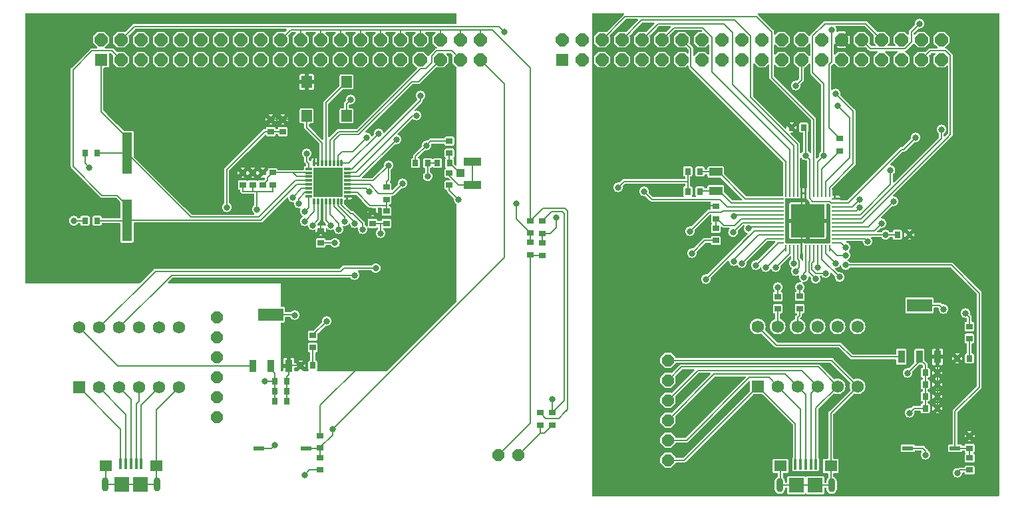
<source format=gbr>
%TF.GenerationSoftware,KiCad,Pcbnew,(7.0.0-0)*%
%TF.CreationDate,2023-04-08T13:25:50-06:00*%
%TF.ProjectId,Custom-Microcontroller-Project,43757374-6f6d-42d4-9d69-63726f636f6e,1*%
%TF.SameCoordinates,Original*%
%TF.FileFunction,Copper,L1,Top*%
%TF.FilePolarity,Positive*%
%FSLAX46Y46*%
G04 Gerber Fmt 4.6, Leading zero omitted, Abs format (unit mm)*
G04 Created by KiCad (PCBNEW (7.0.0-0)) date 2023-04-08 13:25:50*
%MOMM*%
%LPD*%
G01*
G04 APERTURE LIST*
G04 Aperture macros list*
%AMRoundRect*
0 Rectangle with rounded corners*
0 $1 Rounding radius*
0 $2 $3 $4 $5 $6 $7 $8 $9 X,Y pos of 4 corners*
0 Add a 4 corners polygon primitive as box body*
4,1,4,$2,$3,$4,$5,$6,$7,$8,$9,$2,$3,0*
0 Add four circle primitives for the rounded corners*
1,1,$1+$1,$2,$3*
1,1,$1+$1,$4,$5*
1,1,$1+$1,$6,$7*
1,1,$1+$1,$8,$9*
0 Add four rect primitives between the rounded corners*
20,1,$1+$1,$2,$3,$4,$5,0*
20,1,$1+$1,$4,$5,$6,$7,0*
20,1,$1+$1,$6,$7,$8,$9,0*
20,1,$1+$1,$8,$9,$2,$3,0*%
%AMOutline5P*
0 Free polygon, 5 corners , with rotation*
0 The origin of the aperture is its center*
0 number of corners: always 5*
0 $1 to $10 corner X, Y*
0 $11 Rotation angle, in degrees counterclockwise*
0 create outline with 5 corners*
4,1,5,$1,$2,$3,$4,$5,$6,$7,$8,$9,$10,$1,$2,$11*%
%AMOutline6P*
0 Free polygon, 6 corners , with rotation*
0 The origin of the aperture is its center*
0 number of corners: always 6*
0 $1 to $12 corner X, Y*
0 $13 Rotation angle, in degrees counterclockwise*
0 create outline with 6 corners*
4,1,6,$1,$2,$3,$4,$5,$6,$7,$8,$9,$10,$11,$12,$1,$2,$13*%
%AMOutline7P*
0 Free polygon, 7 corners , with rotation*
0 The origin of the aperture is its center*
0 number of corners: always 7*
0 $1 to $14 corner X, Y*
0 $15 Rotation angle, in degrees counterclockwise*
0 create outline with 7 corners*
4,1,7,$1,$2,$3,$4,$5,$6,$7,$8,$9,$10,$11,$12,$13,$14,$1,$2,$15*%
%AMOutline8P*
0 Free polygon, 8 corners , with rotation*
0 The origin of the aperture is its center*
0 number of corners: always 8*
0 $1 to $16 corner X, Y*
0 $17 Rotation angle, in degrees counterclockwise*
0 create outline with 8 corners*
4,1,8,$1,$2,$3,$4,$5,$6,$7,$8,$9,$10,$11,$12,$13,$14,$15,$16,$1,$2,$17*%
G04 Aperture macros list end*
%TA.AperFunction,SMDPad,CuDef*%
%ADD10R,0.812800X0.762000*%
%TD*%
%TA.AperFunction,SMDPad,CuDef*%
%ADD11R,0.400000X1.350000*%
%TD*%
%TA.AperFunction,SMDPad,CuDef*%
%ADD12R,1.600000X1.400000*%
%TD*%
%TA.AperFunction,SMDPad,CuDef*%
%ADD13R,1.900000X1.900000*%
%TD*%
%TA.AperFunction,ComponentPad*%
%ADD14O,0.900000X1.800000*%
%TD*%
%TA.AperFunction,ComponentPad*%
%ADD15Outline8P,-0.762000X0.315631X-0.315631X0.762000X0.315631X0.762000X0.762000X0.315631X0.762000X-0.315631X0.315631X-0.762000X-0.315631X-0.762000X-0.762000X-0.315631X180.000000*%
%TD*%
%TA.AperFunction,ComponentPad*%
%ADD16Outline8P,-0.762000X0.315631X-0.315631X0.762000X0.315631X0.762000X0.762000X0.315631X0.762000X-0.315631X0.315631X-0.762000X-0.315631X-0.762000X-0.762000X-0.315631X0.000000*%
%TD*%
%TA.AperFunction,ComponentPad*%
%ADD17R,1.580000X1.580000*%
%TD*%
%TA.AperFunction,ComponentPad*%
%ADD18C,1.580000*%
%TD*%
%TA.AperFunction,SMDPad,CuDef*%
%ADD19R,0.762000X0.812800*%
%TD*%
%TA.AperFunction,SMDPad,CuDef*%
%ADD20R,1.700000X1.000000*%
%TD*%
%TA.AperFunction,SMDPad,CuDef*%
%ADD21R,0.889000X1.625600*%
%TD*%
%TA.AperFunction,SMDPad,CuDef*%
%ADD22R,3.200400X1.625600*%
%TD*%
%TA.AperFunction,SMDPad,CuDef*%
%ADD23R,1.397000X0.558800*%
%TD*%
%TA.AperFunction,SMDPad,CuDef*%
%ADD24R,2.200000X1.050000*%
%TD*%
%TA.AperFunction,SMDPad,CuDef*%
%ADD25R,1.050000X1.000000*%
%TD*%
%TA.AperFunction,SMDPad,CuDef*%
%ADD26R,1.346200X1.498600*%
%TD*%
%TA.AperFunction,SMDPad,CuDef*%
%ADD27RoundRect,0.008100X-0.396900X-0.126900X0.396900X-0.126900X0.396900X0.126900X-0.396900X0.126900X0*%
%TD*%
%TA.AperFunction,SMDPad,CuDef*%
%ADD28RoundRect,0.027000X-0.108000X-0.378000X0.108000X-0.378000X0.108000X0.378000X-0.108000X0.378000X0*%
%TD*%
%TA.AperFunction,SMDPad,CuDef*%
%ADD29R,3.700000X3.700000*%
%TD*%
%TA.AperFunction,SMDPad,CuDef*%
%ADD30R,0.812800X0.254000*%
%TD*%
%TA.AperFunction,SMDPad,CuDef*%
%ADD31R,0.254000X0.812800*%
%TD*%
%TA.AperFunction,SMDPad,CuDef*%
%ADD32R,4.191000X4.191000*%
%TD*%
%TA.AperFunction,SMDPad,CuDef*%
%ADD33R,1.295400X5.308600*%
%TD*%
%TA.AperFunction,ComponentPad*%
%ADD34R,1.620000X1.620000*%
%TD*%
%TA.AperFunction,ComponentPad*%
%ADD35Outline8P,-0.810000X0.335513X-0.335513X0.810000X0.335513X0.810000X0.810000X0.335513X0.810000X-0.335513X0.335513X-0.810000X-0.335513X-0.810000X-0.810000X-0.335513X90.000000*%
%TD*%
%TA.AperFunction,SMDPad,CuDef*%
%ADD36R,0.812800X0.800100*%
%TD*%
%TA.AperFunction,ComponentPad*%
%ADD37Outline8P,-0.762000X0.315631X-0.315631X0.762000X0.315631X0.762000X0.762000X0.315631X0.762000X-0.315631X0.315631X-0.762000X-0.315631X-0.762000X-0.762000X-0.315631X90.000000*%
%TD*%
%TA.AperFunction,ViaPad*%
%ADD38C,0.800000*%
%TD*%
%TA.AperFunction,Conductor*%
%ADD39C,0.200000*%
%TD*%
G04 APERTURE END LIST*
D10*
%TO.P,R7,1,1*%
%TO.N,/SAMD Board/SAMD_RESET*%
X202225698Y-117525799D03*
%TO.P,R7,2,2*%
%TO.N,/SAMD Board/SAMD_3V3*%
X202225698Y-115976399D03*
%TD*%
D11*
%TO.P,J1,1,VUSB*%
%TO.N,Net-(J1-VUSB)*%
X94203999Y-119494299D03*
%TO.P,J1,2,D-*%
%TO.N,Net-(J1-D-)*%
X94853999Y-119494299D03*
%TO.P,J1,3,D+*%
%TO.N,Net-(J1-D+)*%
X95503999Y-119494299D03*
%TO.P,J1,4,ID*%
%TO.N,Net-(J1-ID)*%
X96153999Y-119494299D03*
%TO.P,J1,5,GND*%
%TO.N,Net-(J1-GND)*%
X96803999Y-119494299D03*
D12*
%TO.P,J1,S1,SHIELD*%
%TO.N,Net-(J1-SHIELD-PadS1)*%
X92303999Y-119719299D03*
%TO.P,J1,S2,SHIELD*%
X98703999Y-119719299D03*
D13*
%TO.P,J1,S3,SHIELD*%
X96703999Y-122169299D03*
%TO.P,J1,S4,SHIELD*%
X94303999Y-122169299D03*
D14*
%TO.P,J1,S5,SHIELD*%
X92203999Y-122169299D03*
%TO.P,J1,S6,SHIELD*%
X98803999Y-122169299D03*
%TD*%
D15*
%TO.P,J10,1,1*%
%TO.N,Net-(J3-GND)*%
X163829999Y-108889799D03*
%TO.P,J10,2,2*%
%TO.N,Net-(J10-Pad2)*%
X163829999Y-106349799D03*
%TD*%
D10*
%TO.P,R5,1,1*%
%TO.N,Net-(U5-PA25{slash}USB_D+)*%
X180593999Y-98209099D03*
%TO.P,R5,2,2*%
%TO.N,/SAMD Board/SAMD_D+*%
X180593999Y-99758499D03*
%TD*%
%TO.P,C11,1,1*%
%TO.N,/ESP32 Board/ESP32_GND*%
X126237999Y-88912699D03*
%TO.P,C11,2,2*%
%TO.N,/ESP32 Board/ESP32_3V3*%
X126237999Y-87363299D03*
%TD*%
%TO.P,C21,1,1*%
%TO.N,/SAMD Board/SAMD_GND*%
X202225698Y-120307099D03*
%TO.P,C21,2,2*%
%TO.N,/SAMD Board/SAMD_RESET*%
X202225698Y-118757699D03*
%TD*%
D16*
%TO.P,J7,1,1*%
%TO.N,Net-(J1-VUSB)*%
X106425999Y-100837999D03*
%TO.P,J7,2,2*%
%TO.N,Net-(J1-D-)*%
X106425999Y-103377999D03*
%TD*%
D17*
%TO.P,S1,1A*%
%TO.N,Net-(J1-VUSB)*%
X88897999Y-109786799D03*
D18*
%TO.P,S1,1B*%
%TO.N,/ESP32 Board/ESP32_VIN*%
X88898000Y-102166800D03*
%TO.P,S1,2A*%
%TO.N,Net-(J1-D-)*%
X91438000Y-109786800D03*
%TO.P,S1,2B*%
%TO.N,/ESP32 Board/ESP32_D-*%
X91438000Y-102166800D03*
%TO.P,S1,3A*%
%TO.N,Net-(J1-D+)*%
X93978000Y-109786800D03*
%TO.P,S1,3B*%
%TO.N,/ESP32 Board/ESP32_D+*%
X93978000Y-102166800D03*
%TO.P,S1,4A*%
%TO.N,Net-(J1-ID)*%
X96518000Y-109786800D03*
%TO.P,S1,4B*%
%TO.N,unconnected-(S1-Pad4B)*%
X96518000Y-102166800D03*
%TO.P,S1,5A*%
%TO.N,Net-(J1-GND)*%
X99058000Y-109786800D03*
%TO.P,S1,5B*%
%TO.N,/ESP32 Board/ESP32_GND*%
X99058000Y-102166800D03*
%TO.P,S1,6A*%
%TO.N,Net-(J1-SHIELD-PadS1)*%
X101598000Y-109786800D03*
%TO.P,S1,6B*%
%TO.N,/ESP32 Board/ESP32_GND*%
X101598000Y-102166800D03*
%TD*%
D10*
%TO.P,L3,1,1*%
%TO.N,Net-(U5-VDDANA)*%
X169925999Y-88315799D03*
%TO.P,L3,2,2*%
%TO.N,/SAMD Board/SAMD_3V3*%
X169925999Y-86766399D03*
%TD*%
%TO.P,C14,1,1*%
%TO.N,/ESP32 Board/ESP32_GND*%
X113537999Y-84010499D03*
%TO.P,C14,2,2*%
%TO.N,Net-(C14-Pad2)*%
X113537999Y-82461099D03*
%TD*%
D19*
%TO.P,C1,1,1*%
%TO.N,/ESP32 Board/ESP32_GND*%
X113798999Y-109035849D03*
%TO.P,C1,2,2*%
%TO.N,/ESP32 Board/ESP32_3V3*%
X115348399Y-109035849D03*
%TD*%
D20*
%TO.P,Y3,1,1*%
%TO.N,Net-(U5-PA01{slash}XOUT32)*%
X169925999Y-84765999D03*
%TO.P,Y3,2,2*%
%TO.N,Net-(U5-PA00{slash}XIN32)*%
X169925999Y-82365999D03*
%TD*%
D17*
%TO.P,S2,1A*%
%TO.N,Net-(J3-VUSB)*%
X175259999Y-109651799D03*
D18*
%TO.P,S2,1B*%
%TO.N,/SAMD Board/SAMD_VIN*%
X175260000Y-102031800D03*
%TO.P,S2,2A*%
%TO.N,Net-(J3-D-)*%
X177800000Y-109651800D03*
%TO.P,S2,2B*%
%TO.N,/SAMD Board/SAMD_D-*%
X177800000Y-102031800D03*
%TO.P,S2,3A*%
%TO.N,Net-(J3-D+)*%
X180340000Y-109651800D03*
%TO.P,S2,3B*%
%TO.N,/SAMD Board/SAMD_D+*%
X180340000Y-102031800D03*
%TO.P,S2,4A*%
%TO.N,Net-(J3-ID)*%
X182880000Y-109651800D03*
%TO.P,S2,4B*%
%TO.N,/SAMD Board/SAMD_USB_ID*%
X182880000Y-102031800D03*
%TO.P,S2,5A*%
%TO.N,Net-(J3-GND)*%
X185420000Y-109651800D03*
%TO.P,S2,5B*%
%TO.N,/SAMD Board/SAMD_GND*%
X185420000Y-102031800D03*
%TO.P,S2,6A*%
%TO.N,Net-(J10-Pad2)*%
X187960000Y-109651800D03*
%TO.P,S2,6B*%
%TO.N,/SAMD Board/SAMD_GND*%
X187960000Y-102031800D03*
%TD*%
D21*
%TO.P,U1,1,IN*%
%TO.N,/ESP32 Board/ESP32_VIN*%
X110972599Y-107086399D03*
%TO.P,U1,2,GND*%
%TO.N,/ESP32 Board/ESP32_GND*%
X113283999Y-107086399D03*
%TO.P,U1,3,OUT*%
%TO.N,/ESP32 Board/ESP32_3V3*%
X115595399Y-107086399D03*
D22*
%TO.P,U1,4,GND*%
%TO.N,/ESP32 Board/ESP32_GND*%
X113283999Y-100507799D03*
%TD*%
D15*
%TO.P,J9,1,1*%
%TO.N,Net-(J3-D+)*%
X163829999Y-113969799D03*
%TO.P,J9,2,2*%
%TO.N,Net-(J3-ID)*%
X163829999Y-111429799D03*
%TD*%
D10*
%TO.P,R15,1,1*%
%TO.N,/SAMD Board/VIN_LVL*%
X147827999Y-91414599D03*
%TO.P,R15,2,2*%
%TO.N,/VIN*%
X147827999Y-92963999D03*
%TD*%
%TO.P,C24,1,1*%
%TO.N,/SAMD Board/SAMD_GND*%
X169925999Y-91097099D03*
%TO.P,C24,2,2*%
%TO.N,Net-(U5-VDDANA)*%
X169925999Y-89547699D03*
%TD*%
%TO.P,C8,1,1*%
%TO.N,/ESP32 Board/ESP32_GND*%
X114807999Y-77228699D03*
%TO.P,C8,2,2*%
%TO.N,/ESP32 Board/ESP32_3V3*%
X114807999Y-75679299D03*
%TD*%
%TO.P,R2,1,1*%
%TO.N,/ESP32 Board/RESET*%
X119587200Y-117483799D03*
%TO.P,R2,2,2*%
%TO.N,/ESP32 Board/ESP32_3V3*%
X119587200Y-115934399D03*
%TD*%
%TO.P,C7,1,1*%
%TO.N,/ESP32 Board/ESP32_GND*%
X113283999Y-77228699D03*
%TO.P,C7,2,2*%
%TO.N,/ESP32 Board/ESP32_3V3*%
X113283999Y-75679299D03*
%TD*%
%TO.P,R11,1,1*%
%TO.N,/GND*%
X147573999Y-114566699D03*
%TO.P,R11,2,2*%
%TO.N,/ESP32 Board/V_GND*%
X147573999Y-113017299D03*
%TD*%
D19*
%TO.P,C2,1,1*%
%TO.N,/ESP32 Board/ESP32_GND*%
X113798999Y-110305849D03*
%TO.P,C2,2,2*%
%TO.N,/ESP32 Board/ESP32_3V3*%
X115348399Y-110305849D03*
%TD*%
D23*
%TO.P,SW2,1,1*%
%TO.N,/SAMD Board/SAMD_GND*%
X194351698Y-117525799D03*
%TO.P,SW2,2,2*%
%TO.N,/SAMD Board/SAMD_RESET*%
X200364300Y-117525799D03*
%TD*%
D10*
%TO.P,R13,1,1*%
%TO.N,/ESP32 Board/VIN_LVL*%
X146303999Y-91351099D03*
%TO.P,R13,2,2*%
%TO.N,/VIN*%
X146303999Y-92900499D03*
%TD*%
D19*
%TO.P,C5,1,1*%
%TO.N,/ESP32 Board/ESP32_GND*%
X89649299Y-88569799D03*
%TO.P,C5,2,2*%
%TO.N,/ESP32 Board/GPIO_1*%
X91198699Y-88569799D03*
%TD*%
D10*
%TO.P,C6,1,1*%
%TO.N,/ESP32 Board/ESP32_GND*%
X119587200Y-120277799D03*
%TO.P,C6,2,2*%
%TO.N,/ESP32 Board/RESET*%
X119587200Y-118728399D03*
%TD*%
D19*
%TO.P,C23,1,1*%
%TO.N,/SAMD Board/SAMD_GND*%
X166357299Y-82295999D03*
%TO.P,C23,2,2*%
%TO.N,Net-(U5-PA00{slash}XIN32)*%
X167906699Y-82295999D03*
%TD*%
D10*
%TO.P,C10,1,1*%
%TO.N,/ESP32 Board/ESP32_GND*%
X128015999Y-88912699D03*
%TO.P,C10,2,2*%
%TO.N,/ESP32 Board/SPI_VDD*%
X128015999Y-87363299D03*
%TD*%
D19*
%TO.P,C22,1,1*%
%TO.N,/SAMD Board/SAMD_GND*%
X166357299Y-84835999D03*
%TO.P,C22,2,2*%
%TO.N,Net-(U5-PA01{slash}XOUT32)*%
X167906699Y-84835999D03*
%TD*%
D24*
%TO.P,ANT1,1*%
%TO.N,Net-(ANT1-Pad1)*%
X138937999Y-81047799D03*
D25*
%TO.P,ANT1,2*%
%TO.N,Net-(ANT1-Pad2)*%
X137412999Y-82522799D03*
D24*
%TO.P,ANT1,3*%
%TO.N,Net-(ANT1-Pad1)*%
X138937999Y-83997799D03*
%TD*%
D26*
%TO.P,Y2,1,TRI-STATE*%
%TO.N,Net-(U2-XTAL_P)*%
X117855999Y-75234799D03*
%TO.P,Y2,2,GROUND*%
%TO.N,/ESP32 Board/ESP32_GND*%
X122935999Y-75234799D03*
%TO.P,Y2,3,OUTPUT*%
%TO.N,Net-(U2-XTAL_N)*%
X122935999Y-70916799D03*
%TO.P,Y2,4,VCC*%
%TO.N,/ESP32 Board/ESP32_3V3*%
X117855999Y-70916799D03*
%TD*%
D27*
%TO.P,U2,1,LNA_IN*%
%TO.N,/ESP32 Board/ANT*%
X118110000Y-81965800D03*
%TO.P,U2,2,VDD3P3*%
%TO.N,Net-(C14-Pad2)*%
X118110000Y-82465800D03*
%TO.P,U2,3,VDD3P3*%
X118110000Y-82965800D03*
%TO.P,U2,4,XTAL_32K_P*%
%TO.N,/ESP32 Board/GPIO_0*%
X118110000Y-83465800D03*
%TO.P,U2,5,XTAL_32K_N*%
%TO.N,/ESP32 Board/GPIO_1*%
X118110000Y-83965800D03*
%TO.P,U2,6,GPIO2*%
%TO.N,/ESP32 Board/GPIO_2*%
X118110000Y-84465800D03*
%TO.P,U2,7,CHIP_EN_(RESET)*%
%TO.N,/ESP32 Board/RESET*%
X118110000Y-84965800D03*
%TO.P,U2,8,GPIO3*%
%TO.N,/ESP32 Board/GPIO_3*%
X118110000Y-85465800D03*
D28*
%TO.P,U2,9,MTMS*%
%TO.N,/ESP32 Board/GPIO_4*%
X118810000Y-86165800D03*
%TO.P,U2,10,MTDI*%
%TO.N,/ESP32 Board/GPIO_5*%
X119310000Y-86165800D03*
%TO.P,U2,11,VDD3P3_RTC*%
%TO.N,/ESP32 Board/ESP32_3V3*%
X119810000Y-86165800D03*
%TO.P,U2,12,MTCK*%
%TO.N,/ESP32 Board/GPIO_6*%
X120310000Y-86165800D03*
%TO.P,U2,13,MTDO*%
%TO.N,/ESP32 Board/GPIO_7*%
X120810000Y-86165800D03*
%TO.P,U2,14,GPIO8*%
%TO.N,/ESP32 Board/GPIO_8*%
X121310000Y-86165800D03*
%TO.P,U2,15,GPIO9*%
%TO.N,/ESP32 Board/GPIO_9*%
X121810000Y-86165800D03*
%TO.P,U2,16,GPIO10*%
%TO.N,/ESP32 Board/GPIO_10*%
X122310000Y-86165800D03*
D27*
%TO.P,U2,17,VDD3P3_CPU*%
%TO.N,/ESP32 Board/ESP32_3V3*%
X123010000Y-85465800D03*
%TO.P,U2,18,VDD_SPI*%
%TO.N,/ESP32 Board/SPI_VDD*%
X123010000Y-84965800D03*
%TO.P,U2,19,SPIHD*%
%TO.N,/ESP32 Board/GPIO_11*%
X123010000Y-84465800D03*
%TO.P,U2,20,SPIWP*%
%TO.N,/ESP32 Board/GPIO_12*%
X123010000Y-83965800D03*
%TO.P,U2,21,SPICS0*%
%TO.N,/ESP32 Board/GPIO_13*%
X123010000Y-83465800D03*
%TO.P,U2,22,SPICLK*%
%TO.N,/ESP32 Board/GPIO_14*%
X123010000Y-82965800D03*
%TO.P,U2,23,SPID*%
%TO.N,/ESP32 Board/GPIO_15*%
X123010000Y-82465800D03*
%TO.P,U2,24,SPIQ*%
%TO.N,/ESP32 Board/GPIO_16*%
X123010000Y-81965800D03*
D28*
%TO.P,U2,25,GPIO18*%
%TO.N,/ESP32 Board/ESP32_D-*%
X122310000Y-81265800D03*
%TO.P,U2,26,GPIO19*%
%TO.N,/ESP32 Board/ESP32_D+*%
X121810000Y-81265800D03*
%TO.P,U2,27,RX*%
%TO.N,/ESP32 Board/GPIO_17*%
X121310000Y-81265800D03*
%TO.P,U2,28,TX*%
%TO.N,/ESP32 Board/GPIO_18*%
X120810000Y-81265800D03*
%TO.P,U2,29,XTAL_N*%
%TO.N,Net-(U2-XTAL_N)*%
X120310000Y-81265800D03*
%TO.P,U2,30,XTAL_P*%
%TO.N,Net-(U2-XTAL_P)*%
X119810000Y-81265800D03*
%TO.P,U2,31,VDDA*%
%TO.N,/ESP32 Board/ESP32_3V3*%
X119310000Y-81265800D03*
%TO.P,U2,32,VDDA*%
X118810000Y-81265800D03*
D29*
%TO.P,U2,33,GND*%
%TO.N,/ESP32 Board/ESP32_GND*%
X120559999Y-83715799D03*
%TD*%
D30*
%TO.P,U5,1,PA00/XIN32*%
%TO.N,Net-(U5-PA00{slash}XIN32)*%
X178130199Y-85775799D03*
%TO.P,U5,2,PA01/XOUT32*%
%TO.N,Net-(U5-PA01{slash}XOUT32)*%
X178130199Y-86283799D03*
%TO.P,U5,3,PA02/AIN0*%
%TO.N,/SAMD Board/GPIO_2*%
X178130199Y-86791799D03*
%TO.P,U5,4,PA03*%
%TO.N,/SAMD Board/GPIO_3*%
X178130199Y-87299799D03*
%TO.P,U5,5,GNDANA*%
%TO.N,/SAMD Board/SAMD_GND*%
X178130199Y-87807799D03*
%TO.P,U5,6,VDDANA*%
%TO.N,Net-(U5-VDDANA)*%
X178130199Y-88315799D03*
%TO.P,U5,7,PB08*%
%TO.N,/SAMD Board/GPIO_34*%
X178130199Y-88823799D03*
%TO.P,U5,8,PB09*%
%TO.N,/SAMD Board/GPIO_35*%
X178130199Y-89331799D03*
%TO.P,U5,9,PA04/AIN4*%
%TO.N,/SAMD Board/GPIO_4*%
X178130199Y-89839799D03*
%TO.P,U5,10,PA05/AIN5*%
%TO.N,/SAMD Board/GPIO_5*%
X178130199Y-90347799D03*
%TO.P,U5,11,PA06/AIN6*%
%TO.N,/SAMD Board/GPIO_6*%
X178130199Y-90855799D03*
%TO.P,U5,12,PA07/AAIN7*%
%TO.N,/SAMD Board/GPIO_7*%
X178130199Y-91363799D03*
D31*
%TO.P,U5,13,PA08/SDA*%
%TO.N,/SAMD Board/GPIO_8*%
X178815999Y-92049599D03*
%TO.P,U5,14,PA09/SCL*%
%TO.N,/SAMD Board/GPIO_9*%
X179323999Y-92049599D03*
%TO.P,U5,15,PA10*%
%TO.N,/SAMD Board/GPIO_10*%
X179831999Y-92049599D03*
%TO.P,U5,16,PA11*%
%TO.N,/SAMD Board/GPIO_11*%
X180339999Y-92049599D03*
%TO.P,U5,17,VDDIO*%
%TO.N,/SAMD Board/SAMD_3V3*%
X180847999Y-92049599D03*
%TO.P,U5,18,GND*%
%TO.N,/SAMD Board/SAMD_GND*%
X181355999Y-92049599D03*
%TO.P,U5,19,PB10*%
%TO.N,/SAMD Board/GPIO_36*%
X181863999Y-92049599D03*
%TO.P,U5,20,PB11*%
%TO.N,/SAMD Board/GPIO_37*%
X182371999Y-92049599D03*
%TO.P,U5,21,PA12/MOSI2*%
%TO.N,/SAMD Board/GPIO_12*%
X182879999Y-92049599D03*
%TO.P,U5,22,PA13/SCK2*%
%TO.N,/SAMD Board/GPIO_13*%
X183387999Y-92049599D03*
%TO.P,U5,23,PA14/NSS2*%
%TO.N,/SAMD Board/GPIO_14*%
X183895999Y-92049599D03*
%TO.P,U5,24,PA15/MISO2*%
%TO.N,/SAMD Board/GPIO_15*%
X184403999Y-92049599D03*
D30*
%TO.P,U5,25,PA16/MOSI1*%
%TO.N,/SAMD Board/GPIO_16*%
X185089799Y-91363799D03*
%TO.P,U5,26,PA17/SCK1*%
%TO.N,/SAMD Board/GPIO_17*%
X185089799Y-90855799D03*
%TO.P,U5,27,PA18*%
%TO.N,/SAMD Board/SAMD_USB_ID*%
X185089799Y-90347799D03*
%TO.P,U5,28,PA19/MISO1*%
%TO.N,/SAMD Board/GPIO_19*%
X185089799Y-89839799D03*
%TO.P,U5,29,PA20*%
%TO.N,/SAMD Board/GPIO_20*%
X185089799Y-89331799D03*
%TO.P,U5,30,PA21*%
%TO.N,/SAMD Board/GPIO_21*%
X185089799Y-88823799D03*
%TO.P,U5,31,PA22*%
%TO.N,/SAMD Board/GPIO_22*%
X185089799Y-88315799D03*
%TO.P,U5,32,PA23*%
%TO.N,/SAMD Board/GPIO_23*%
X185089799Y-87807799D03*
%TO.P,U5,33,PA24/USB_D-*%
%TO.N,Net-(U5-PA24{slash}USB_D-)*%
X185089799Y-87299799D03*
%TO.P,U5,34,PA25/USB_D+*%
%TO.N,Net-(U5-PA25{slash}USB_D+)*%
X185089799Y-86791799D03*
%TO.P,U5,35,GND*%
%TO.N,/SAMD Board/SAMD_GND*%
X185089799Y-86283799D03*
%TO.P,U5,36,VDDIO*%
%TO.N,/SAMD Board/SAMD_3V3*%
X185089799Y-85775799D03*
D31*
%TO.P,U5,37,PB22/TX*%
%TO.N,/SAMD Board/GPIO_38*%
X184403999Y-85089999D03*
%TO.P,U5,38,PB23/RX*%
%TO.N,/SAMD Board/GPIO_39*%
X183895999Y-85089999D03*
%TO.P,U5,39,PA27*%
%TO.N,Net-(U5-PA27)*%
X183387999Y-85089999D03*
%TO.P,U5,40,\u002ARESET*%
%TO.N,/SAMD Board/SAMD_RESET*%
X182879999Y-85089999D03*
%TO.P,U5,41,PA28*%
%TO.N,/SAMD Board/GPIO_28*%
X182371999Y-85089999D03*
%TO.P,U5,42,GND*%
%TO.N,/SAMD Board/SAMD_GND*%
X181863999Y-85089999D03*
%TO.P,U5,43,VDDCORE*%
%TO.N,/SAMD Board/SAMD_3V3*%
X181355999Y-85089999D03*
%TO.P,U5,44,VDDIN*%
X180847999Y-85089999D03*
%TO.P,U5,45,PA30/SWCLK*%
%TO.N,/SAMD Board/GPIO_30*%
X180339999Y-85089999D03*
%TO.P,U5,46,PA31/SWDIO*%
%TO.N,/SAMD Board/GPIO_31*%
X179831999Y-85089999D03*
%TO.P,U5,47,PB02/AIN10*%
%TO.N,/SAMD Board/GPIO_32*%
X179323999Y-85089999D03*
%TO.P,U5,48,PB03/AIN11*%
%TO.N,/SAMD Board/GPIO_33*%
X178815999Y-85089999D03*
D32*
%TO.P,U5,49,EPAD*%
%TO.N,/SAMD Board/SAMD_3V3*%
X181609999Y-88569799D03*
%TD*%
D19*
%TO.P,C9,1,1*%
%TO.N,/ESP32 Board/ESP32_GND*%
X131704999Y-81252799D03*
%TO.P,C9,2,2*%
%TO.N,/ESP32 Board/ANT*%
X133254399Y-81252799D03*
%TD*%
D33*
%TO.P,Y1,1,1*%
%TO.N,/ESP32 Board/GPIO_0*%
X94995999Y-79997299D03*
%TO.P,Y1,2,2*%
%TO.N,/ESP32 Board/GPIO_1*%
X94995999Y-88506299D03*
%TD*%
D19*
%TO.P,C17,1,1*%
%TO.N,/SAMD Board/SAMD_GND*%
X196583299Y-107924999D03*
%TO.P,C17,2,2*%
%TO.N,/SAMD Board/SAMD_3V3*%
X198132699Y-107924999D03*
%TD*%
D34*
%TO.P,J5,P$1,1*%
%TO.N,/SAMD Board/GPIO_2*%
X150367999Y-68071999D03*
D35*
%TO.P,J5,P$2,2*%
%TO.N,/SAMD Board/GPIO_3*%
X152907999Y-68071999D03*
%TO.P,J5,P$3,3*%
%TO.N,/SAMD Board/GPIO_4*%
X155447999Y-68071999D03*
%TO.P,J5,P$4,4*%
%TO.N,/SAMD Board/GPIO_5*%
X157987999Y-68071999D03*
%TO.P,J5,P$5,5*%
%TO.N,/SAMD Board/GPIO_6*%
X160527999Y-68071999D03*
%TO.P,J5,P$6,6*%
%TO.N,/SAMD Board/GPIO_7*%
X163067999Y-68071999D03*
%TO.P,J5,P$7,7*%
%TO.N,/SAMD Board/GPIO_8*%
X165607999Y-68071999D03*
%TO.P,J5,P$8,8*%
%TO.N,/SAMD Board/GPIO_9*%
X168147999Y-68071999D03*
%TO.P,J5,P$9,9*%
%TO.N,/SAMD Board/GPIO_10*%
X170687999Y-68071999D03*
%TO.P,J5,P$10,10*%
%TO.N,/SAMD Board/GPIO_11*%
X173227999Y-68071999D03*
%TO.P,J5,P$11,11*%
%TO.N,/SAMD Board/GPIO_12*%
X175767999Y-68071999D03*
%TO.P,J5,P$12,12*%
%TO.N,/SAMD Board/GPIO_13*%
X178307999Y-68071999D03*
%TO.P,J5,P$13,13*%
%TO.N,/SAMD Board/GPIO_14*%
X180847999Y-68071999D03*
%TO.P,J5,P$14,14*%
%TO.N,/SAMD Board/GPIO_15*%
X183387999Y-68071999D03*
%TO.P,J5,P$15,15*%
%TO.N,/SAMD Board/GPIO_16*%
X185927999Y-68071999D03*
%TO.P,J5,P$16,16*%
%TO.N,/SAMD Board/GPIO_17*%
X188467999Y-68071999D03*
%TO.P,J5,P$17,17*%
%TO.N,/SAMD Board/GPIO_19*%
X191007999Y-68071999D03*
%TO.P,J5,P$18,18*%
%TO.N,/SAMD Board/GPIO_20*%
X193547999Y-68071999D03*
%TO.P,J5,P$19,19*%
%TO.N,/SAMD Board/GPIO_21*%
X196087999Y-68071999D03*
%TO.P,J5,P$20,20*%
%TO.N,/SAMD Board/GPIO_22*%
X198627999Y-68071999D03*
%TO.P,J5,P$21,21*%
%TO.N,/SAMD Board/GPIO_23*%
X150367999Y-65531999D03*
%TO.P,J5,P$22,22*%
%TO.N,/SAMD Board/GPIO_27*%
X152907999Y-65531999D03*
%TO.P,J5,P$23,23*%
%TO.N,/SAMD Board/GPIO_28*%
X155447999Y-65531999D03*
%TO.P,J5,P$24,24*%
%TO.N,/SAMD Board/GPIO_30*%
X157987999Y-65531999D03*
%TO.P,J5,P$25,25*%
%TO.N,/SAMD Board/GPIO_31*%
X160527999Y-65531999D03*
%TO.P,J5,P$26,26*%
%TO.N,/SAMD Board/GPIO_32*%
X163067999Y-65531999D03*
%TO.P,J5,P$27,27*%
%TO.N,/SAMD Board/GPIO_33*%
X165607999Y-65531999D03*
%TO.P,J5,P$28,28*%
%TO.N,/SAMD Board/GPIO_34*%
X168147999Y-65531999D03*
%TO.P,J5,P$29,29*%
%TO.N,/SAMD Board/GPIO_35*%
X170687999Y-65531999D03*
%TO.P,J5,P$30,30*%
%TO.N,/SAMD Board/GPIO_36*%
X173227999Y-65531999D03*
%TO.P,J5,P$31,31*%
%TO.N,/SAMD Board/GPIO_37*%
X175767999Y-65531999D03*
%TO.P,J5,P$32,32*%
%TO.N,/SAMD Board/GPIO_38*%
X178307999Y-65531999D03*
%TO.P,J5,P$33,33*%
%TO.N,/SAMD Board/GPIO_39*%
X180847999Y-65531999D03*
%TO.P,J5,P$34,34*%
%TO.N,/SAMD Board/SAMD_VIN*%
X183387999Y-65531999D03*
%TO.P,J5,P$35,35*%
%TO.N,/SAMD Board/SAMD_3V3*%
X185927999Y-65531999D03*
%TO.P,J5,P$36,36*%
%TO.N,/SAMD Board/SAMD_GND*%
X188467999Y-65531999D03*
%TO.P,J5,P$37,37*%
%TO.N,/SAMD Board/SAMD_RESET*%
X191007999Y-65531999D03*
%TO.P,J5,P$38,38*%
%TO.N,/SAMD Board/VIN_LVL*%
X193547999Y-65531999D03*
%TO.P,J5,P$39,39*%
%TO.N,/SAMD Board/V_GND*%
X196087999Y-65531999D03*
%TO.P,J5,P$40,40*%
X198627999Y-65531999D03*
%TD*%
D10*
%TO.P,C16,1,1*%
%TO.N,/ESP32 Board/ESP32_GND*%
X109727999Y-84010499D03*
%TO.P,C16,2,2*%
%TO.N,/ESP32 Board/ESP32_3V3*%
X109727999Y-82461099D03*
%TD*%
D36*
%TO.P,D1,1,1*%
%TO.N,/ESP32 Board/ESP32_GND*%
X118637699Y-103200199D03*
%TO.P,D1,2,2*%
%TO.N,Net-(D1-Pad2)*%
X118637699Y-104711499D03*
%TD*%
D10*
%TO.P,C13,1,1*%
%TO.N,/ESP32 Board/ESP32_GND*%
X119633999Y-91389199D03*
%TO.P,C13,2,2*%
%TO.N,/ESP32 Board/ESP32_3V3*%
X119633999Y-89839799D03*
%TD*%
D19*
%TO.P,C25,1,1*%
%TO.N,/SAMD Board/SAMD_GND*%
X181114699Y-76707999D03*
%TO.P,C25,2,2*%
%TO.N,/SAMD Board/SAMD_3V3*%
X179565299Y-76707999D03*
%TD*%
%TO.P,R9,1,1*%
%TO.N,/SAMD Board/SAMD_USB_ID*%
X193027299Y-90347799D03*
%TO.P,R9,2,2*%
%TO.N,/SAMD Board/SAMD_3V3*%
X194576699Y-90347799D03*
%TD*%
D10*
%TO.P,R12,1,1*%
%TO.N,/GND*%
X149097999Y-114566699D03*
%TO.P,R12,2,2*%
%TO.N,/SAMD Board/V_GND*%
X149097999Y-113017299D03*
%TD*%
%TO.P,L2,1,1*%
%TO.N,Net-(C14-Pad2)*%
X112267999Y-84010499D03*
%TO.P,L2,2,2*%
%TO.N,/ESP32 Board/ESP32_3V3*%
X112267999Y-82461099D03*
%TD*%
D19*
%TO.P,C19,1,1*%
%TO.N,/SAMD Board/SAMD_GND*%
X196583299Y-110921799D03*
%TO.P,C19,2,2*%
%TO.N,/SAMD Board/SAMD_3V3*%
X198132699Y-110921799D03*
%TD*%
D16*
%TO.P,J12,1,1*%
%TO.N,Net-(J1-GND)*%
X106425999Y-110997999D03*
%TO.P,J12,2,2*%
%TO.N,Net-(J1-SHIELD-PadS1)*%
X106425999Y-113537999D03*
%TD*%
%TO.P,J11,1,1*%
%TO.N,Net-(J1-D+)*%
X106425999Y-105917999D03*
%TO.P,J11,2,2*%
%TO.N,Net-(J1-ID)*%
X106425999Y-108457999D03*
%TD*%
D34*
%TO.P,J2,P$1,1*%
%TO.N,/ESP32 Board/GPIO_0*%
X91693999Y-68071999D03*
D35*
%TO.P,J2,P$2,2*%
%TO.N,/ESP32 Board/GPIO_1*%
X94233999Y-68071999D03*
%TO.P,J2,P$3,3*%
%TO.N,/ESP32 Board/GPIO_2*%
X96773999Y-68071999D03*
%TO.P,J2,P$4,4*%
%TO.N,/ESP32 Board/GPIO_3*%
X99313999Y-68071999D03*
%TO.P,J2,P$5,5*%
%TO.N,/ESP32 Board/GPIO_4*%
X101853999Y-68071999D03*
%TO.P,J2,P$6,6*%
%TO.N,/ESP32 Board/GPIO_5*%
X104393999Y-68071999D03*
%TO.P,J2,P$7,7*%
%TO.N,/ESP32 Board/GPIO_6*%
X106933999Y-68071999D03*
%TO.P,J2,P$8,8*%
%TO.N,/ESP32 Board/GPIO_7*%
X109473999Y-68071999D03*
%TO.P,J2,P$9,9*%
%TO.N,/ESP32 Board/GPIO_8*%
X112013999Y-68071999D03*
%TO.P,J2,P$10,10*%
%TO.N,/ESP32 Board/GPIO_9*%
X114553999Y-68071999D03*
%TO.P,J2,P$11,11*%
%TO.N,/ESP32 Board/GPIO_10*%
X117093999Y-68071999D03*
%TO.P,J2,P$12,12*%
%TO.N,/ESP32 Board/GPIO_11*%
X119633999Y-68071999D03*
%TO.P,J2,P$13,13*%
%TO.N,/ESP32 Board/GPIO_12*%
X122173999Y-68071999D03*
%TO.P,J2,P$14,14*%
%TO.N,/ESP32 Board/GPIO_13*%
X124713999Y-68071999D03*
%TO.P,J2,P$15,15*%
%TO.N,/ESP32 Board/GPIO_14*%
X127253999Y-68071999D03*
%TO.P,J2,P$16,16*%
%TO.N,/ESP32 Board/GPIO_15*%
X129793999Y-68071999D03*
%TO.P,J2,P$17,17*%
%TO.N,/ESP32 Board/GPIO_16*%
X132333999Y-68071999D03*
%TO.P,J2,P$18,18*%
%TO.N,/ESP32 Board/GPIO_17*%
X134873999Y-68071999D03*
%TO.P,J2,P$19,19*%
%TO.N,/ESP32 Board/GPIO_18*%
X137413999Y-68071999D03*
%TO.P,J2,P$20,20*%
%TO.N,/ESP32 Board/RESET*%
X139953999Y-68071999D03*
%TO.P,J2,P$21,21*%
%TO.N,/ESP32 Board/ANT*%
X91693999Y-65531999D03*
%TO.P,J2,P$22,22*%
%TO.N,/ESP32 Board/VIN_LVL*%
X94233999Y-65531999D03*
%TO.P,J2,P$23,23*%
%TO.N,/ESP32 Board/ESP32_GND*%
X96773999Y-65531999D03*
%TO.P,J2,P$24,24*%
X99313999Y-65531999D03*
%TO.P,J2,P$25,25*%
X101853999Y-65531999D03*
%TO.P,J2,P$26,26*%
X104393999Y-65531999D03*
%TO.P,J2,P$27,27*%
X106933999Y-65531999D03*
%TO.P,J2,P$28,28*%
X109473999Y-65531999D03*
%TO.P,J2,P$29,29*%
X112013999Y-65531999D03*
%TO.P,J2,P$30,30*%
%TO.N,/ESP32 Board/V_GND*%
X114553999Y-65531999D03*
%TO.P,J2,P$31,31*%
X117093999Y-65531999D03*
%TO.P,J2,P$32,32*%
X119633999Y-65531999D03*
%TO.P,J2,P$33,33*%
X122173999Y-65531999D03*
%TO.P,J2,P$34,34*%
X124713999Y-65531999D03*
%TO.P,J2,P$35,35*%
X127253999Y-65531999D03*
%TO.P,J2,P$36,36*%
X129793999Y-65531999D03*
%TO.P,J2,P$37,37*%
X132333999Y-65531999D03*
%TO.P,J2,P$38,38*%
X134873999Y-65531999D03*
%TO.P,J2,P$39,39*%
X137413999Y-65531999D03*
%TO.P,J2,P$40,40*%
X139953999Y-65531999D03*
%TD*%
D19*
%TO.P,C20,1,1*%
%TO.N,/SAMD Board/SAMD_GND*%
X196583299Y-112445799D03*
%TO.P,C20,2,2*%
%TO.N,/SAMD Board/SAMD_3V3*%
X198132699Y-112445799D03*
%TD*%
D23*
%TO.P,SW1,1,1*%
%TO.N,/ESP32 Board/ESP32_GND*%
X111801698Y-117525799D03*
%TO.P,SW1,2,2*%
%TO.N,/ESP32 Board/RESET*%
X117814300Y-117525799D03*
%TD*%
D19*
%TO.P,L1,1,1*%
%TO.N,/ESP32 Board/ANT*%
X134486299Y-81252799D03*
%TO.P,L1,2,2*%
%TO.N,Net-(ANT1-Pad2)*%
X136035699Y-81252799D03*
%TD*%
%TO.P,C3,1,1*%
%TO.N,/ESP32 Board/ESP32_GND*%
X113798999Y-111575849D03*
%TO.P,C3,2,2*%
%TO.N,/ESP32 Board/ESP32_3V3*%
X115348399Y-111575849D03*
%TD*%
%TO.P,C18,1,1*%
%TO.N,/SAMD Board/SAMD_GND*%
X196583299Y-109397799D03*
%TO.P,C18,2,2*%
%TO.N,/SAMD Board/SAMD_3V3*%
X198132699Y-109397799D03*
%TD*%
%TO.P,C4,1,1*%
%TO.N,/ESP32 Board/ESP32_GND*%
X89649299Y-79933799D03*
%TO.P,C4,2,2*%
%TO.N,/ESP32 Board/GPIO_0*%
X91198699Y-79933799D03*
%TD*%
D36*
%TO.P,D2,1,1*%
%TO.N,/SAMD Board/SAMD_GND*%
X202183999Y-102038149D03*
%TO.P,D2,2,2*%
%TO.N,Net-(D2-Pad2)*%
X202183999Y-103549449D03*
%TD*%
D10*
%TO.P,R14,1,1*%
%TO.N,/ESP32 Board/V_GND*%
X146303999Y-88569799D03*
%TO.P,R14,2,2*%
%TO.N,/ESP32 Board/VIN_LVL*%
X146303999Y-90119199D03*
%TD*%
D21*
%TO.P,U3,1,IN*%
%TO.N,/SAMD Board/SAMD_VIN*%
X193522599Y-105905299D03*
%TO.P,U3,2,GND*%
%TO.N,/SAMD Board/SAMD_GND*%
X195833999Y-105905299D03*
%TO.P,U3,3,OUT*%
%TO.N,/SAMD Board/SAMD_3V3*%
X198145399Y-105905299D03*
D22*
%TO.P,U3,4,GND*%
%TO.N,/SAMD Board/SAMD_GND*%
X195833999Y-99326699D03*
%TD*%
D19*
%TO.P,R1,1,1*%
%TO.N,Net-(D1-Pad2)*%
X118650399Y-107003849D03*
%TO.P,R1,2,2*%
%TO.N,/ESP32 Board/ESP32_3V3*%
X117100999Y-107003849D03*
%TD*%
D10*
%TO.P,C15,1,1*%
%TO.N,/ESP32 Board/ESP32_GND*%
X110997999Y-84010499D03*
%TO.P,C15,2,2*%
%TO.N,/ESP32 Board/ESP32_3V3*%
X110997999Y-82461099D03*
%TD*%
%TO.P,R10,1,1*%
%TO.N,/ESP32 Board/ESP32_GND*%
X136022999Y-84059499D03*
%TO.P,R10,2,2*%
%TO.N,Net-(ANT1-Pad1)*%
X136022999Y-82510099D03*
%TD*%
%TO.P,R16,1,1*%
%TO.N,/SAMD Board/V_GND*%
X147827999Y-88633299D03*
%TO.P,R16,2,2*%
%TO.N,/SAMD Board/VIN_LVL*%
X147827999Y-90182699D03*
%TD*%
%TO.P,R8,1,1*%
%TO.N,Net-(U5-PA27)*%
X185673999Y-79692499D03*
%TO.P,R8,2,2*%
%TO.N,/SAMD Board/GPIO_27*%
X185673999Y-78143099D03*
%TD*%
D15*
%TO.P,J4,1,1*%
%TO.N,Net-(J3-VUSB)*%
X163829999Y-119049799D03*
%TO.P,J4,2,2*%
%TO.N,Net-(J3-D-)*%
X163829999Y-116509799D03*
%TD*%
D10*
%TO.P,R3,1,1*%
%TO.N,/ESP32 Board/GPIO_13*%
X128015999Y-84315299D03*
%TO.P,R3,2,2*%
%TO.N,/ESP32 Board/SPI_VDD*%
X128015999Y-85864699D03*
%TD*%
D11*
%TO.P,J3,1,VUSB*%
%TO.N,Net-(J3-VUSB)*%
X180055999Y-119557799D03*
%TO.P,J3,2,D-*%
%TO.N,Net-(J3-D-)*%
X180705999Y-119557799D03*
%TO.P,J3,3,D+*%
%TO.N,Net-(J3-D+)*%
X181355999Y-119557799D03*
%TO.P,J3,4,ID*%
%TO.N,Net-(J3-ID)*%
X182005999Y-119557799D03*
%TO.P,J3,5,GND*%
%TO.N,Net-(J3-GND)*%
X182655999Y-119557799D03*
D12*
%TO.P,J3,S1,SHIELD*%
%TO.N,Net-(J10-Pad2)*%
X178155999Y-119782799D03*
%TO.P,J3,S2,SHIELD*%
X184555999Y-119782799D03*
D13*
%TO.P,J3,S3,SHIELD*%
X182555999Y-122232799D03*
%TO.P,J3,S4,SHIELD*%
X180155999Y-122232799D03*
D14*
%TO.P,J3,S5,SHIELD*%
X178055999Y-122232799D03*
%TO.P,J3,S6,SHIELD*%
X184655999Y-122232799D03*
%TD*%
D19*
%TO.P,R4,1,1*%
%TO.N,Net-(D2-Pad2)*%
X202196699Y-106095799D03*
%TO.P,R4,2,2*%
%TO.N,/SAMD Board/SAMD_3V3*%
X200647299Y-106095799D03*
%TD*%
D10*
%TO.P,C12,1,1*%
%TO.N,/ESP32 Board/ESP32_GND*%
X136022999Y-78446099D03*
%TO.P,C12,2,2*%
%TO.N,Net-(ANT1-Pad2)*%
X136022999Y-79995499D03*
%TD*%
D37*
%TO.P,J6,1,1*%
%TO.N,/VIN*%
X142239999Y-118363999D03*
%TO.P,J6,2,2*%
%TO.N,/GND*%
X144779999Y-118363999D03*
%TD*%
D10*
%TO.P,R6,1,1*%
%TO.N,Net-(U5-PA24{slash}USB_D-)*%
X177799999Y-98221799D03*
%TO.P,R6,2,2*%
%TO.N,/SAMD Board/SAMD_D-*%
X177799999Y-99771199D03*
%TD*%
D38*
%TO.N,/ESP32 Board/ESP32_GND*%
X121462800Y-91389200D03*
X88214200Y-88569800D03*
X111506000Y-87122000D03*
X127254000Y-90170000D03*
X112522000Y-108966000D03*
X137160000Y-85852000D03*
X116332000Y-100584000D03*
X117602000Y-120904000D03*
X133096000Y-78994000D03*
X123444000Y-73152000D03*
X90170000Y-81788000D03*
X107696000Y-86868000D03*
X120396000Y-101346000D03*
X113792000Y-117094000D03*
X120904000Y-83566000D03*
%TO.N,/ESP32 Board/RESET*%
X116840000Y-86360000D03*
X121158000Y-115062000D03*
%TO.N,/ESP32 Board/ANT*%
X117856000Y-80010000D03*
X133254400Y-82899600D03*
%TO.N,/SAMD Board/SAMD_GND*%
X200660000Y-120650000D03*
X181356000Y-80264000D03*
X195326000Y-77978000D03*
X172212000Y-88024300D03*
X157480000Y-84328000D03*
X166878000Y-92710000D03*
X194310000Y-107950000D03*
X181102000Y-95758000D03*
X201676000Y-100330000D03*
X196596000Y-118364000D03*
X194564000Y-113030000D03*
X198882000Y-99822000D03*
X195834000Y-63500000D03*
%TO.N,/SAMD Board/SAMD_3V3*%
X181102000Y-81788000D03*
X177800000Y-81788000D03*
X178308000Y-75438000D03*
%TO.N,/SAMD Board/SAMD_RESET*%
X183642000Y-80264000D03*
X186436000Y-94224695D03*
%TO.N,/ESP32 Board/GPIO_2*%
X116078000Y-85598000D03*
%TO.N,/ESP32 Board/GPIO_3*%
X117602000Y-87376000D03*
%TO.N,/ESP32 Board/GPIO_4*%
X117602000Y-88646000D03*
%TO.N,/ESP32 Board/GPIO_5*%
X118618000Y-89154000D03*
%TO.N,/ESP32 Board/GPIO_6*%
X120904000Y-89154000D03*
%TO.N,/ESP32 Board/GPIO_7*%
X121920000Y-89662000D03*
%TO.N,/ESP32 Board/GPIO_8*%
X122682000Y-88646000D03*
%TO.N,/ESP32 Board/GPIO_9*%
X123952000Y-88900000D03*
%TO.N,/ESP32 Board/GPIO_10*%
X124968000Y-89662000D03*
%TO.N,/ESP32 Board/GPIO_11*%
X125817212Y-84883020D03*
%TO.N,/ESP32 Board/GPIO_12*%
X130048000Y-83820000D03*
%TO.N,/ESP32 Board/GPIO_13*%
X128270000Y-81534000D03*
%TO.N,/ESP32 Board/GPIO_14*%
X129286000Y-78232000D03*
%TO.N,/ESP32 Board/GPIO_15*%
X131826000Y-75184000D03*
%TO.N,/ESP32 Board/GPIO_16*%
X132334000Y-72644000D03*
%TO.N,/SAMD Board/GPIO_2*%
X160782000Y-84836000D03*
%TO.N,/SAMD Board/GPIO_3*%
X166624000Y-89916000D03*
%TO.N,/SAMD Board/GPIO_4*%
X168656000Y-96012000D03*
%TO.N,/SAMD Board/GPIO_5*%
X172212000Y-93726000D03*
%TO.N,/SAMD Board/GPIO_6*%
X173228000Y-93980000D03*
%TO.N,/SAMD Board/GPIO_7*%
X175006000Y-94234000D03*
%TO.N,/SAMD Board/GPIO_8*%
X176276000Y-94488000D03*
%TO.N,/SAMD Board/GPIO_9*%
X177546000Y-94488000D03*
%TO.N,/SAMD Board/GPIO_10*%
X179832000Y-93980000D03*
%TO.N,/SAMD Board/GPIO_11*%
X180086000Y-94996000D03*
%TO.N,/SAMD Board/GPIO_12*%
X182880000Y-94488000D03*
%TO.N,/SAMD Board/GPIO_13*%
X185669701Y-95753701D03*
%TO.N,/SAMD Board/GPIO_14*%
X180086000Y-71374000D03*
X185166000Y-93980000D03*
%TO.N,/SAMD Board/GPIO_15*%
X186436000Y-92964000D03*
%TO.N,/SAMD Board/GPIO_16*%
X186436000Y-91948000D03*
%TO.N,/SAMD Board/GPIO_17*%
X189230000Y-91186000D03*
%TO.N,/SAMD Board/GPIO_19*%
X191008000Y-88900000D03*
%TO.N,/SAMD Board/GPIO_23*%
X192145588Y-82130586D03*
%TO.N,/SAMD Board/GPIO_34*%
X172112702Y-90015300D03*
%TO.N,/SAMD Board/GPIO_35*%
X174095102Y-89548300D03*
%TO.N,/SAMD Board/GPIO_36*%
X182626000Y-95974500D03*
%TO.N,/SAMD Board/GPIO_37*%
X183896000Y-95250000D03*
%TO.N,/SAMD Board/GPIO_38*%
X185166000Y-72390000D03*
%TO.N,/SAMD Board/GPIO_39*%
X185420000Y-73914000D03*
%TO.N,/SAMD Board/VIN_LVL*%
X149606000Y-88138000D03*
%TO.N,/SAMD Board/V_GND*%
X149098000Y-111252000D03*
%TO.N,/ESP32 Board/ESP32_D+*%
X123952000Y-95504000D03*
X125476000Y-77978000D03*
%TO.N,Net-(U5-PA25{slash}USB_D+)*%
X188214000Y-85868497D03*
X180594000Y-97028000D03*
%TO.N,Net-(U5-PA24{slash}USB_D-)*%
X177800000Y-97028000D03*
X188214000Y-86868000D03*
%TO.N,/SAMD Board/GPIO_27*%
X184658000Y-64262000D03*
%TO.N,/SAMD Board/SAMD_USB_ID*%
X191516000Y-90347800D03*
%TO.N,/ESP32 Board/VIN_LVL*%
X144526000Y-86360000D03*
X143002000Y-64516000D03*
%TO.N,/ESP32 Board/ESP32_D-*%
X127000000Y-77470000D03*
X126639096Y-94594904D03*
%TO.N,/SAMD Board/GPIO_20*%
X192532000Y-86106000D03*
%TO.N,/SAMD Board/GPIO_22*%
X198628000Y-76962000D03*
%TD*%
D39*
%TO.N,Net-(ANT1-Pad1)*%
X138938000Y-83997800D02*
X137213000Y-83997800D01*
X137213000Y-83997800D02*
X136023000Y-82807800D01*
X138938000Y-81047800D02*
X138938000Y-83997800D01*
X136023000Y-82807800D02*
X136023000Y-82510100D01*
%TO.N,Net-(ANT1-Pad2)*%
X137305700Y-82522800D02*
X136035700Y-81252800D01*
X137413000Y-82522800D02*
X137305700Y-82522800D01*
X136023000Y-79995500D02*
X136023000Y-81240100D01*
X136023000Y-81240100D02*
X136035700Y-81252800D01*
%TO.N,/ESP32 Board/ESP32_GND*%
X113538000Y-84010500D02*
X113538000Y-84836000D01*
X122936000Y-75234800D02*
X122936000Y-73660000D01*
X113360200Y-117525800D02*
X113792000Y-117094000D01*
X127254000Y-88912700D02*
X126238000Y-88912700D01*
X133096000Y-78994000D02*
X133643900Y-78446100D01*
X131705000Y-80385000D02*
X133096000Y-78994000D01*
X112509300Y-77228700D02*
X107696000Y-82042000D01*
X119587201Y-120277800D02*
X118228200Y-120277800D01*
X113799000Y-107957000D02*
X113284000Y-107442000D01*
X127254000Y-90170000D02*
X127254000Y-88912700D01*
X88214200Y-88569800D02*
X89649300Y-88569800D01*
X89649300Y-79933800D02*
X89649300Y-81267300D01*
X111801699Y-117525800D02*
X113360200Y-117525800D01*
X131705000Y-81252800D02*
X131705000Y-80385000D01*
X122936000Y-73660000D02*
X123444000Y-73152000D01*
X111506000Y-84836000D02*
X111506000Y-87122000D01*
X128016000Y-88912700D02*
X127254000Y-88912700D01*
X113538000Y-84836000D02*
X111506000Y-84836000D01*
X116255800Y-100507800D02*
X113284000Y-100507800D01*
X118228200Y-120277800D02*
X117602000Y-120904000D01*
X118637700Y-103200200D02*
X118637700Y-103104300D01*
X133643900Y-78446100D02*
X136023000Y-78446100D01*
X109728000Y-84836000D02*
X109728000Y-84010500D01*
X118637700Y-103104300D02*
X120396000Y-101346000D01*
X121462800Y-91389200D02*
X119634000Y-91389200D01*
X113799000Y-111575850D02*
X113799000Y-107957000D01*
X107696000Y-82042000D02*
X107696000Y-86868000D01*
X136023000Y-84059500D02*
X136023000Y-84715000D01*
X113799000Y-109035850D02*
X112591850Y-109035850D01*
X110998000Y-84010500D02*
X110998000Y-84836000D01*
X113284000Y-107442000D02*
X113284000Y-107086400D01*
X113284000Y-77228700D02*
X112509300Y-77228700D01*
X114808000Y-77228700D02*
X113284000Y-77228700D01*
X89649300Y-81267300D02*
X90170000Y-81788000D01*
X111506000Y-84836000D02*
X110998000Y-84836000D01*
X110998000Y-84836000D02*
X109728000Y-84836000D01*
X136023000Y-84715000D02*
X137160000Y-85852000D01*
%TO.N,/ESP32 Board/ESP32_3V3*%
X119310000Y-81265800D02*
X119310000Y-80194000D01*
X116586000Y-77470000D02*
X116586000Y-76454000D01*
X115595400Y-108178600D02*
X115348400Y-108425600D01*
X115811300Y-75679300D02*
X114808000Y-75679300D01*
X115348400Y-108425600D02*
X115348400Y-109035850D01*
X114808000Y-75679300D02*
X113284000Y-75679300D01*
X118810000Y-79694000D02*
X118618000Y-79502000D01*
X118618000Y-79502000D02*
X116586000Y-77470000D01*
X117101000Y-107003850D02*
X115677950Y-107003850D01*
X123010000Y-85926000D02*
X123010000Y-85465800D01*
X119310000Y-80194000D02*
X118872000Y-79756000D01*
X119810000Y-86165800D02*
X119810000Y-88978000D01*
X115348400Y-109035850D02*
X115348400Y-110305850D01*
X118872000Y-79756000D02*
X118618000Y-79502000D01*
X124447300Y-87363300D02*
X123010000Y-85926000D01*
X119810000Y-88978000D02*
X119634000Y-89154000D01*
X116586000Y-76454000D02*
X115811300Y-75679300D01*
X115677950Y-107003850D02*
X115595400Y-107086400D01*
X118810000Y-81265800D02*
X118810000Y-79694000D01*
X115348400Y-111575850D02*
X115348400Y-110305850D01*
X126238000Y-87363300D02*
X124447300Y-87363300D01*
X119587201Y-115934400D02*
X119587201Y-112060799D01*
X119634000Y-89839800D02*
X119634000Y-89154000D01*
X115595400Y-107086400D02*
X115595400Y-108178600D01*
X119587201Y-112060799D02*
X124714000Y-106934000D01*
X118872000Y-79756000D02*
X119126000Y-80010000D01*
%TO.N,/ESP32 Board/GPIO_0*%
X94932500Y-79933800D02*
X94996000Y-79997300D01*
X103105000Y-88106300D02*
X94996000Y-79997300D01*
X111791700Y-88106300D02*
X103105000Y-88106300D01*
X91694000Y-74676000D02*
X94996000Y-77978000D01*
X116432200Y-83465800D02*
X111791700Y-88106300D01*
X118110000Y-83465800D02*
X116432200Y-83465800D01*
X91694000Y-68072000D02*
X91694000Y-74676000D01*
X91198700Y-79933800D02*
X94932500Y-79933800D01*
X94996000Y-77978000D02*
X94996000Y-79997300D01*
%TO.N,/ESP32 Board/GPIO_1*%
X91833700Y-85344000D02*
X93726000Y-85344000D01*
X93726000Y-85344000D02*
X94996000Y-86614000D01*
X112028096Y-88506300D02*
X94996000Y-88506300D01*
X116568596Y-83965800D02*
X112028096Y-88506300D01*
X91198700Y-88569800D02*
X94932500Y-88569800D01*
X94932500Y-88569800D02*
X94996000Y-88506300D01*
X93099000Y-66937000D02*
X90559000Y-66937000D01*
X94996000Y-86614000D02*
X94996000Y-88506300D01*
X90559000Y-66937000D02*
X88138000Y-69358000D01*
X88138000Y-81648300D02*
X91833700Y-85344000D01*
X88138000Y-69358000D02*
X88138000Y-81648300D01*
X118110000Y-83965800D02*
X116568596Y-83965800D01*
X94234000Y-68072000D02*
X93099000Y-66937000D01*
%TO.N,/ESP32 Board/RESET*%
X117650481Y-84965800D02*
X116840000Y-85776281D01*
X143002000Y-93218000D02*
X121158000Y-115062000D01*
X116840000Y-85776281D02*
X116840000Y-86360000D01*
X119587201Y-117394799D02*
X119587201Y-117483800D01*
X119545201Y-117525800D02*
X119587201Y-117483800D01*
X117814301Y-117525800D02*
X119545201Y-117525800D01*
X119587201Y-118728400D02*
X119587201Y-117483800D01*
X139954000Y-68072000D02*
X143002000Y-71120000D01*
X118110000Y-84965800D02*
X117650481Y-84965800D01*
X121158000Y-115062000D02*
X121158000Y-115824000D01*
X121158000Y-115824000D02*
X119587201Y-117394799D01*
X143002000Y-71120000D02*
X143002000Y-93218000D01*
%TO.N,/ESP32 Board/ANT*%
X117856000Y-81026000D02*
X118110000Y-81280000D01*
X117856000Y-80010000D02*
X117856000Y-81026000D01*
X133254400Y-82899600D02*
X133254400Y-81252800D01*
X133254400Y-81252800D02*
X134486300Y-81252800D01*
X118110000Y-81280000D02*
X118110000Y-81965800D01*
%TO.N,/ESP32 Board/SPI_VDD*%
X128016000Y-87363300D02*
X128016000Y-86614000D01*
X128016000Y-86614000D02*
X125926314Y-86614000D01*
X128016000Y-86614000D02*
X128016000Y-85864700D01*
X124278114Y-84965800D02*
X123010000Y-84965800D01*
X125926314Y-86614000D02*
X124278114Y-84965800D01*
%TO.N,Net-(C14-Pad2)*%
X116582700Y-82965800D02*
X116078000Y-82461100D01*
X112858550Y-83419950D02*
X112858550Y-83140550D01*
X116078000Y-82461100D02*
X118105300Y-82461100D01*
X112268000Y-84010500D02*
X112858550Y-83419950D01*
X113538000Y-82461100D02*
X116078000Y-82461100D01*
X118110000Y-82965800D02*
X116582700Y-82965800D01*
X118105300Y-82461100D02*
X118110000Y-82465800D01*
X112858550Y-83140550D02*
X113538000Y-82461100D01*
%TO.N,/SAMD Board/SAMD_GND*%
X181102000Y-95250000D02*
X181102000Y-95758000D01*
X195834000Y-105905300D02*
X195834000Y-106426000D01*
X182204600Y-86106000D02*
X184424200Y-86106000D01*
X196596000Y-118364000D02*
X196596000Y-117856000D01*
X181864000Y-85765400D02*
X182204600Y-86106000D01*
X194818000Y-64516000D02*
X195834000Y-63500000D01*
X195326000Y-77978000D02*
X193802000Y-79502000D01*
X181114700Y-76708000D02*
X181356000Y-76949300D01*
X188468000Y-65532000D02*
X189603000Y-66667000D01*
X198386700Y-99326700D02*
X198882000Y-99822000D01*
X158242000Y-83566000D02*
X157480000Y-84328000D01*
X181864000Y-80772000D02*
X181864000Y-85090000D01*
X184424200Y-86106000D02*
X184602000Y-86283800D01*
X172212000Y-88024300D02*
X172428500Y-87807800D01*
X194018132Y-66667000D02*
X194818000Y-65867132D01*
X196583300Y-106921300D02*
X195834000Y-106172000D01*
X202225699Y-120307100D02*
X201002900Y-120307100D01*
X166357300Y-83566000D02*
X158242000Y-83566000D01*
X185089800Y-86283800D02*
X186766200Y-86283800D01*
X202184000Y-102038150D02*
X202184000Y-100838000D01*
X168490900Y-91097100D02*
X166878000Y-92710000D01*
X201002900Y-120307100D02*
X200660000Y-120650000D01*
X196583300Y-112445800D02*
X195148200Y-112445800D01*
X186766200Y-86283800D02*
X193548000Y-79502000D01*
X196596000Y-117856000D02*
X196265800Y-117525800D01*
X196583300Y-112445800D02*
X196583300Y-106921300D01*
X195834000Y-106426000D02*
X194310000Y-107950000D01*
X202184000Y-100838000D02*
X201676000Y-100330000D01*
X166357300Y-83566000D02*
X166357300Y-82296000D01*
X172428500Y-87807800D02*
X178130200Y-87807800D01*
X181864000Y-85090000D02*
X181864000Y-85765400D01*
X196265800Y-117525800D02*
X194351699Y-117525800D01*
X195834000Y-99326700D02*
X198386700Y-99326700D01*
X194818000Y-65867132D02*
X194818000Y-64516000D01*
X195148200Y-112445800D02*
X194564000Y-113030000D01*
X189603000Y-66667000D02*
X194018132Y-66667000D01*
X181356000Y-92049600D02*
X181356000Y-94996000D01*
X181356000Y-94996000D02*
X181102000Y-95250000D01*
X193802000Y-79502000D02*
X193548000Y-79502000D01*
X195834000Y-106172000D02*
X195834000Y-105905300D01*
X166357300Y-84836000D02*
X166357300Y-83566000D01*
X169926000Y-91097100D02*
X168490900Y-91097100D01*
X181356000Y-76949300D02*
X181356000Y-80264000D01*
X184602000Y-86283800D02*
X185089800Y-86283800D01*
X181356000Y-80264000D02*
X181864000Y-80772000D01*
%TO.N,/SAMD Board/SAMD_3V3*%
X180848000Y-85090000D02*
X180848000Y-87807800D01*
X198132700Y-105918000D02*
X198145400Y-105905300D01*
X169773600Y-86614000D02*
X169926000Y-86766400D01*
X181356000Y-85090000D02*
X181356000Y-88315800D01*
X180848000Y-82042000D02*
X181102000Y-81788000D01*
X179565300Y-76695300D02*
X178308000Y-75438000D01*
X180848000Y-89331800D02*
X181610000Y-88569800D01*
X180848000Y-92049600D02*
X180848000Y-89331800D01*
X180848000Y-87807800D02*
X181610000Y-88569800D01*
X181356000Y-88315800D02*
X181610000Y-88569800D01*
X180848000Y-85090000D02*
X180848000Y-82042000D01*
X179565300Y-76708000D02*
X179565300Y-76695300D01*
X198132700Y-112445800D02*
X198132700Y-105918000D01*
X168656000Y-86614000D02*
X169773600Y-86614000D01*
%TO.N,/SAMD Board/SAMD_RESET*%
X182253000Y-69731000D02*
X182253000Y-68072000D01*
X200364301Y-112817699D02*
X203454000Y-109728000D01*
X183642000Y-71120000D02*
X182253000Y-69731000D01*
X183814868Y-63500000D02*
X188976000Y-63500000D01*
X202225699Y-118757700D02*
X202225699Y-117525800D01*
X182253000Y-65061868D02*
X183814868Y-63500000D01*
X200364301Y-117525800D02*
X200364301Y-112817699D01*
X182880000Y-81788000D02*
X182880000Y-81026000D01*
X203454000Y-109728000D02*
X203454000Y-97790000D01*
X200364301Y-117525800D02*
X202225699Y-117525800D01*
X199888695Y-94224695D02*
X186436000Y-94224695D01*
X183642000Y-80264000D02*
X183642000Y-71120000D01*
X203454000Y-97790000D02*
X199888695Y-94224695D01*
X182880000Y-85090000D02*
X182880000Y-81788000D01*
X182880000Y-81026000D02*
X183642000Y-80264000D01*
X188976000Y-63500000D02*
X191008000Y-65532000D01*
X182253000Y-68072000D02*
X182253000Y-65061868D01*
%TO.N,Net-(U5-PA01{slash}XOUT32)*%
X169926000Y-84766000D02*
X167976700Y-84766000D01*
X170364000Y-84766000D02*
X169926000Y-84766000D01*
X171881800Y-86283800D02*
X170364000Y-84766000D01*
X167976700Y-84766000D02*
X167906700Y-84836000D01*
X178130200Y-86283800D02*
X171881800Y-86283800D01*
%TO.N,Net-(U5-PA00{slash}XIN32)*%
X178130200Y-85775800D02*
X173659800Y-85775800D01*
X170250000Y-82366000D02*
X169926000Y-82366000D01*
X173659800Y-85775800D02*
X170250000Y-82366000D01*
X167976700Y-82366000D02*
X167906700Y-82296000D01*
X169926000Y-82366000D02*
X167976700Y-82366000D01*
%TO.N,Net-(U5-VDDANA)*%
X178130200Y-88315800D02*
X173175806Y-88315800D01*
X170103800Y-88315800D02*
X169926000Y-88315800D01*
X170942000Y-89154000D02*
X170103800Y-88315800D01*
X172337606Y-89154000D02*
X170942000Y-89154000D01*
X173175806Y-88315800D02*
X172337606Y-89154000D01*
X169926000Y-89547700D02*
X169926000Y-88315800D01*
%TO.N,Net-(D1-Pad2)*%
X118637700Y-106991150D02*
X118650400Y-107003850D01*
X118637700Y-104711500D02*
X118637700Y-106991150D01*
%TO.N,Net-(D2-Pad2)*%
X202184000Y-106083100D02*
X202196700Y-106095800D01*
X202184000Y-103549450D02*
X202184000Y-106083100D01*
%TO.N,Net-(J1-VUSB)*%
X94204000Y-119494300D02*
X94204000Y-115092800D01*
X94204000Y-115092800D02*
X88898000Y-109786800D01*
%TO.N,Net-(J1-D-)*%
X94854000Y-119494300D02*
X94854000Y-113202800D01*
X94854000Y-113202800D02*
X91438000Y-109786800D01*
%TO.N,Net-(J1-D+)*%
X95504000Y-111312800D02*
X93978000Y-109786800D01*
X95504000Y-119494300D02*
X95504000Y-111312800D01*
%TO.N,Net-(J1-ID)*%
X96154000Y-111872000D02*
X96518000Y-111508000D01*
X96154000Y-119494300D02*
X96154000Y-111872000D01*
X96518000Y-111508000D02*
X96518000Y-109786800D01*
%TO.N,Net-(J1-GND)*%
X96804000Y-112040800D02*
X99058000Y-109786800D01*
X96804000Y-119494300D02*
X96804000Y-112040800D01*
%TO.N,Net-(J1-SHIELD-PadS1)*%
X98704000Y-119719300D02*
X98704000Y-122069300D01*
X92304000Y-122069300D02*
X92204000Y-122169300D01*
X98704000Y-119719300D02*
X98704000Y-112680800D01*
X92204000Y-122169300D02*
X94304000Y-122169300D01*
X98704000Y-112680800D02*
X101598000Y-109786800D01*
X98804000Y-122169300D02*
X96704000Y-122169300D01*
X94304000Y-122169300D02*
X96704000Y-122169300D01*
X98704000Y-122069300D02*
X98804000Y-122169300D01*
X92304000Y-119719300D02*
X92304000Y-122069300D01*
%TO.N,/ESP32 Board/GPIO_2*%
X118110000Y-84465800D02*
X117210200Y-84465800D01*
X117210200Y-84465800D02*
X116078000Y-85598000D01*
%TO.N,/ESP32 Board/GPIO_3*%
X118110000Y-85465800D02*
X118110000Y-86868000D01*
X118110000Y-86868000D02*
X117602000Y-87376000D01*
%TO.N,/ESP32 Board/GPIO_4*%
X118810000Y-87438000D02*
X117602000Y-88646000D01*
X118810000Y-86165800D02*
X118810000Y-87438000D01*
%TO.N,/ESP32 Board/GPIO_5*%
X119310000Y-86165800D02*
X119310000Y-88462000D01*
X119310000Y-88462000D02*
X118618000Y-89154000D01*
%TO.N,/ESP32 Board/GPIO_6*%
X120310000Y-86165800D02*
X120310000Y-88560000D01*
X120310000Y-88560000D02*
X120904000Y-89154000D01*
%TO.N,/ESP32 Board/GPIO_7*%
X121920000Y-88900000D02*
X121920000Y-89662000D01*
X120810000Y-87790000D02*
X121920000Y-88900000D01*
X120810000Y-86165800D02*
X120810000Y-87790000D01*
%TO.N,/ESP32 Board/GPIO_8*%
X121310000Y-86751800D02*
X121310000Y-86165800D01*
X122682000Y-88123800D02*
X121310000Y-86751800D01*
X122682000Y-88646000D02*
X122682000Y-88123800D01*
%TO.N,/ESP32 Board/GPIO_9*%
X123952000Y-88900000D02*
X123952000Y-88756248D01*
X121810000Y-86614248D02*
X121810000Y-86165800D01*
X123952000Y-88756248D02*
X121810000Y-86614248D01*
%TO.N,/ESP32 Board/GPIO_10*%
X123417719Y-87656281D02*
X122310000Y-86548562D01*
X124968000Y-88926050D02*
X123698231Y-87656281D01*
X123698231Y-87656281D02*
X123417719Y-87656281D01*
X124968000Y-89662000D02*
X124968000Y-88926050D01*
X122310000Y-86548562D02*
X122310000Y-86165800D01*
%TO.N,/ESP32 Board/GPIO_11*%
X125399992Y-84465800D02*
X125817212Y-84883020D01*
X123010000Y-84465800D02*
X125399992Y-84465800D01*
%TO.N,/ESP32 Board/GPIO_12*%
X128778000Y-85090000D02*
X130048000Y-83820000D01*
X125875800Y-83965800D02*
X127000000Y-85090000D01*
X127000000Y-85090000D02*
X128778000Y-85090000D01*
X123010000Y-83965800D02*
X125875800Y-83965800D01*
%TO.N,/ESP32 Board/GPIO_13*%
X128270000Y-81534000D02*
X126326900Y-83477100D01*
X128016000Y-84315300D02*
X128016000Y-83566000D01*
X123021300Y-83477100D02*
X123010000Y-83465800D01*
X128270000Y-83312000D02*
X128270000Y-82042000D01*
X128270000Y-82042000D02*
X128270000Y-81534000D01*
X126326900Y-83477100D02*
X123021300Y-83477100D01*
X128016000Y-83566000D02*
X128270000Y-83312000D01*
%TO.N,/ESP32 Board/GPIO_14*%
X123010000Y-82965800D02*
X124552200Y-82965800D01*
X124552200Y-82965800D02*
X129286000Y-78232000D01*
%TO.N,/ESP32 Board/GPIO_15*%
X123010000Y-82465800D02*
X123075000Y-82400800D01*
X131318000Y-75184000D02*
X131826000Y-75184000D01*
X123075000Y-82400800D02*
X124101200Y-82400800D01*
X124101200Y-82400800D02*
X131318000Y-75184000D01*
%TO.N,/ESP32 Board/GPIO_16*%
X123621800Y-81965800D02*
X132334000Y-73253600D01*
X132334000Y-73253600D02*
X132334000Y-72644000D01*
X123010000Y-81965800D02*
X123621800Y-81965800D01*
%TO.N,/ESP32 Board/GPIO_17*%
X122085686Y-77616000D02*
X124511352Y-77616000D01*
X132080000Y-70866000D02*
X134874000Y-68072000D01*
X124511352Y-77616000D02*
X131261352Y-70866000D01*
X131261352Y-70866000D02*
X132080000Y-70866000D01*
X121310000Y-78391686D02*
X122085686Y-77616000D01*
X121310000Y-81265800D02*
X121310000Y-78391686D01*
%TO.N,/ESP32 Board/GPIO_18*%
X121920000Y-77216000D02*
X124345666Y-77216000D01*
X124345666Y-77216000D02*
X132379666Y-69182000D01*
X133002000Y-69182000D02*
X133764000Y-68420000D01*
X133764000Y-68420000D02*
X133764000Y-67612222D01*
X136304000Y-66962000D02*
X137414000Y-68072000D01*
X133764000Y-67612222D02*
X134414222Y-66962000D01*
X134414222Y-66962000D02*
X136304000Y-66962000D01*
X120810000Y-78326000D02*
X121920000Y-77216000D01*
X120810000Y-81265800D02*
X120810000Y-78326000D01*
X132379666Y-69182000D02*
X133002000Y-69182000D01*
%TO.N,/ESP32 Board/V_GND*%
X146304000Y-88569800D02*
X146304000Y-72136000D01*
X151072000Y-112580000D02*
X151072000Y-111760000D01*
X127254000Y-64262000D02*
X124714000Y-64262000D01*
X150749000Y-112903000D02*
X150876000Y-112776000D01*
X139954000Y-65532000D02*
X139954000Y-64262000D01*
X122174000Y-65532000D02*
X122174000Y-64262000D01*
X117094000Y-64262000D02*
X115824000Y-64262000D01*
X148280000Y-113723300D02*
X149928700Y-113723300D01*
X124714000Y-65532000D02*
X124714000Y-64262000D01*
X137414000Y-64262000D02*
X134874000Y-64262000D01*
X132334000Y-64262000D02*
X129794000Y-64262000D01*
X146304000Y-88569800D02*
X147910800Y-86963000D01*
X147574000Y-113017300D02*
X148280000Y-113723300D01*
X134874000Y-65532000D02*
X134874000Y-64262000D01*
X141478000Y-64262000D02*
X139954000Y-64262000D01*
X124714000Y-64262000D02*
X122174000Y-64262000D01*
X129794000Y-65532000D02*
X129794000Y-64262000D01*
X151072000Y-87318000D02*
X151072000Y-111760000D01*
X132334000Y-65532000D02*
X132334000Y-64262000D01*
X122174000Y-64262000D02*
X119634000Y-64262000D01*
X129794000Y-64262000D02*
X127254000Y-64262000D01*
X150749000Y-112903000D02*
X151072000Y-112580000D01*
X149928700Y-113723300D02*
X150749000Y-112903000D01*
X127254000Y-65532000D02*
X127254000Y-64262000D01*
X119634000Y-64262000D02*
X117094000Y-64262000D01*
X134874000Y-64262000D02*
X132334000Y-64262000D01*
X137414000Y-65532000D02*
X137414000Y-64262000D01*
X147910800Y-86963000D02*
X150717000Y-86963000D01*
X151072000Y-112014000D02*
X151072000Y-112464000D01*
X146304000Y-69088000D02*
X141478000Y-64262000D01*
X119634000Y-65532000D02*
X119634000Y-64262000D01*
X151072000Y-111760000D02*
X151072000Y-112014000D01*
X151072000Y-112580000D02*
X150876000Y-112776000D01*
X139954000Y-64262000D02*
X137414000Y-64262000D01*
X117094000Y-65532000D02*
X117094000Y-64262000D01*
X146304000Y-72136000D02*
X146304000Y-69088000D01*
X115824000Y-64262000D02*
X114554000Y-65532000D01*
X151072000Y-112014000D02*
X151072000Y-112580000D01*
X150717000Y-86963000D02*
X151072000Y-87318000D01*
%TO.N,Net-(J3-VUSB)*%
X163830000Y-119049800D02*
X165862000Y-119049800D01*
X165862000Y-119049800D02*
X175260000Y-109651800D01*
X180056000Y-114447800D02*
X175260000Y-109651800D01*
X180056000Y-119557800D02*
X180056000Y-114447800D01*
%TO.N,Net-(J3-D-)*%
X174145000Y-108536800D02*
X166172000Y-116509800D01*
X166172000Y-116509800D02*
X163830000Y-116509800D01*
X180706000Y-119557800D02*
X180706000Y-112557800D01*
X176685000Y-108536800D02*
X174145000Y-108536800D01*
X177800000Y-109651800D02*
X176685000Y-108536800D01*
X180706000Y-112557800D02*
X177800000Y-109651800D01*
%TO.N,Net-(J3-D+)*%
X178775000Y-108086800D02*
X169713000Y-108086800D01*
X180340000Y-109651800D02*
X178775000Y-108086800D01*
X169713000Y-108086800D02*
X163830000Y-113969800D01*
X181356000Y-119557800D02*
X181356000Y-110667800D01*
X181356000Y-110667800D02*
X180340000Y-109651800D01*
%TO.N,Net-(J3-ID)*%
X182006000Y-119557800D02*
X182006000Y-110525800D01*
X167623000Y-107636800D02*
X163830000Y-111429800D01*
X182006000Y-110525800D02*
X182880000Y-109651800D01*
X180865000Y-107636800D02*
X167623000Y-107636800D01*
X182880000Y-109651800D02*
X180865000Y-107636800D01*
%TO.N,Net-(J3-GND)*%
X165533000Y-107186800D02*
X163830000Y-108889800D01*
X182656000Y-119557800D02*
X182656000Y-112415800D01*
X182656000Y-112415800D02*
X185420000Y-109651800D01*
X185420000Y-109651800D02*
X182955000Y-107186800D01*
X182955000Y-107186800D02*
X165533000Y-107186800D01*
%TO.N,Net-(J10-Pad2)*%
X178156000Y-122132800D02*
X178056000Y-122232800D01*
X180156000Y-122232800D02*
X178056000Y-122232800D01*
X184556000Y-122132800D02*
X184656000Y-122232800D01*
X182556000Y-122232800D02*
X180156000Y-122232800D01*
X178156000Y-119782800D02*
X178156000Y-122132800D01*
X184556000Y-113055800D02*
X187960000Y-109651800D01*
X184556000Y-119782800D02*
X184556000Y-113055800D01*
X184658000Y-106349800D02*
X163830000Y-106349800D01*
X184656000Y-122232800D02*
X182556000Y-122232800D01*
X184556000Y-119782800D02*
X184556000Y-122132800D01*
X187960000Y-109651800D02*
X184658000Y-106349800D01*
%TO.N,/SAMD Board/GPIO_2*%
X178130200Y-86791800D02*
X171373800Y-86791800D01*
X161798000Y-85852000D02*
X160782000Y-84836000D01*
X171373800Y-86791800D02*
X170434000Y-85852000D01*
X163068000Y-85852000D02*
X161798000Y-85852000D01*
X170434000Y-85852000D02*
X163068000Y-85852000D01*
%TO.N,/SAMD Board/GPIO_3*%
X170830000Y-87299800D02*
X178130200Y-87299800D01*
X169067600Y-87472400D02*
X170657400Y-87472400D01*
X166624000Y-89916000D02*
X169067600Y-87472400D01*
X170657400Y-87472400D02*
X170830000Y-87299800D01*
%TO.N,/SAMD Board/GPIO_4*%
X172983305Y-91694000D02*
X173699000Y-90978305D01*
X174498000Y-90179305D02*
X174498000Y-90170000D01*
X173699000Y-90978305D02*
X173699000Y-90969000D01*
X168656000Y-96012000D02*
X172974000Y-91694000D01*
X172974000Y-91694000D02*
X172983305Y-91694000D01*
X172983305Y-91694000D02*
X174498000Y-90179305D01*
X174828200Y-89839800D02*
X178130200Y-89839800D01*
X173699000Y-90969000D02*
X174828200Y-89839800D01*
%TO.N,/SAMD Board/GPIO_5*%
X175344798Y-90347800D02*
X178130200Y-90347800D01*
X172212000Y-93480598D02*
X175344798Y-90347800D01*
X172212000Y-93726000D02*
X172212000Y-93480598D01*
%TO.N,/SAMD Board/GPIO_6*%
X176352200Y-90855800D02*
X178130200Y-90855800D01*
X173228000Y-93980000D02*
X176352200Y-90855800D01*
%TO.N,/SAMD Board/GPIO_7*%
X177876200Y-91363800D02*
X178130200Y-91363800D01*
X175006000Y-94234000D02*
X177876200Y-91363800D01*
%TO.N,/SAMD Board/GPIO_8*%
X176377600Y-94488000D02*
X178816000Y-92049600D01*
X176276000Y-94488000D02*
X176377600Y-94488000D01*
%TO.N,/SAMD Board/GPIO_9*%
X179324000Y-92710000D02*
X179324000Y-92049600D01*
X177546000Y-94488000D02*
X179324000Y-92710000D01*
%TO.N,/SAMD Board/GPIO_10*%
X179832000Y-92049600D02*
X179832000Y-93980000D01*
%TO.N,/SAMD Board/GPIO_11*%
X180086000Y-94996000D02*
X180557000Y-94525000D01*
X180340000Y-93462695D02*
X180340000Y-92049600D01*
X180557000Y-94525000D02*
X180557000Y-93679695D01*
X180557000Y-93679695D02*
X180340000Y-93462695D01*
%TO.N,/SAMD Board/GPIO_12*%
X182880000Y-92049600D02*
X182880000Y-94488000D01*
%TO.N,/SAMD Board/GPIO_13*%
X185669701Y-95753701D02*
X183388000Y-93472000D01*
X183388000Y-93472000D02*
X183388000Y-92049600D01*
%TO.N,/SAMD Board/GPIO_14*%
X183896000Y-92049600D02*
X183896000Y-92719305D01*
X180848000Y-70612000D02*
X180848000Y-68072000D01*
X183896000Y-92719305D02*
X185156695Y-93980000D01*
X180086000Y-71374000D02*
X180848000Y-70612000D01*
X185156695Y-93980000D02*
X185166000Y-93980000D01*
%TO.N,/SAMD Board/GPIO_15*%
X186436000Y-92964000D02*
X185318400Y-92964000D01*
X185318400Y-92964000D02*
X184404000Y-92049600D01*
%TO.N,/SAMD Board/GPIO_16*%
X185851800Y-91363800D02*
X186436000Y-91948000D01*
X185089800Y-91363800D02*
X185851800Y-91363800D01*
%TO.N,/SAMD Board/GPIO_17*%
X185089800Y-90855800D02*
X188899800Y-90855800D01*
X188899800Y-90855800D02*
X189230000Y-91186000D01*
%TO.N,/SAMD Board/GPIO_19*%
X191008000Y-88900000D02*
X190068200Y-89839800D01*
X190068200Y-89839800D02*
X185089800Y-89839800D01*
%TO.N,/SAMD Board/GPIO_23*%
X192143000Y-82133174D02*
X192143000Y-83964305D01*
X188299505Y-87807800D02*
X185089800Y-87807800D01*
X192145588Y-82130586D02*
X192143000Y-82133174D01*
X192143000Y-83964305D02*
X188299505Y-87807800D01*
%TO.N,/SAMD Board/GPIO_28*%
X177038000Y-64516000D02*
X175122000Y-62600000D01*
X175122000Y-62600000D02*
X158380000Y-62600000D01*
X177038000Y-70358000D02*
X177038000Y-64516000D01*
X158380000Y-62600000D02*
X155448000Y-65532000D01*
X182372000Y-85090000D02*
X182372000Y-75692000D01*
X182372000Y-75692000D02*
X177038000Y-70358000D01*
%TO.N,/SAMD Board/GPIO_30*%
X160470000Y-63050000D02*
X157988000Y-65532000D01*
X174363000Y-72888604D02*
X174363000Y-65061868D01*
X180340000Y-85090000D02*
X180340000Y-78865604D01*
X172351132Y-63050000D02*
X160470000Y-63050000D01*
X174363000Y-65061868D02*
X172351132Y-63050000D01*
X180340000Y-78865604D02*
X174363000Y-72888604D01*
%TO.N,/SAMD Board/GPIO_31*%
X172093000Y-71255000D02*
X172093000Y-64651000D01*
X179832000Y-78994000D02*
X172093000Y-71255000D01*
X172093000Y-64651000D02*
X170942000Y-63500000D01*
X170942000Y-63500000D02*
X162560000Y-63500000D01*
X179832000Y-85090000D02*
X179832000Y-78994000D01*
X162560000Y-63500000D02*
X160528000Y-65532000D01*
%TO.N,/SAMD Board/GPIO_32*%
X168229132Y-64008000D02*
X164592000Y-64008000D01*
X179324000Y-79502000D02*
X169418000Y-69596000D01*
X169418000Y-65196868D02*
X168229132Y-64008000D01*
X164592000Y-64008000D02*
X163068000Y-65532000D01*
X179324000Y-85090000D02*
X179324000Y-79502000D01*
X169418000Y-69596000D02*
X169418000Y-65196868D01*
%TO.N,/SAMD Board/GPIO_33*%
X178816000Y-81026000D02*
X166743000Y-68953000D01*
X166743000Y-68953000D02*
X166743000Y-66667000D01*
X166743000Y-66667000D02*
X165608000Y-65532000D01*
X178816000Y-85090000D02*
X178816000Y-81026000D01*
%TO.N,/SAMD Board/GPIO_34*%
X172112702Y-90015300D02*
X173304202Y-88823800D01*
X173304202Y-88823800D02*
X178130200Y-88823800D01*
%TO.N,/SAMD Board/GPIO_35*%
X174103700Y-89548300D02*
X174320200Y-89331800D01*
X174320200Y-89331800D02*
X178130200Y-89331800D01*
X174095102Y-89548300D02*
X174103700Y-89548300D01*
%TO.N,/SAMD Board/GPIO_36*%
X181864000Y-92049600D02*
X181864000Y-93681750D01*
X181764500Y-95113000D02*
X182626000Y-95974500D01*
X181764500Y-93781250D02*
X181764500Y-95113000D01*
X181864000Y-93681750D02*
X181764500Y-93781250D01*
%TO.N,/SAMD Board/GPIO_37*%
X183896000Y-95250000D02*
X182616695Y-95250000D01*
X182155000Y-93943000D02*
X182372000Y-93726000D01*
X182372000Y-93726000D02*
X182372000Y-92049600D01*
X182155000Y-94788305D02*
X182155000Y-93943000D01*
X182616695Y-95250000D02*
X182155000Y-94788305D01*
%TO.N,/SAMD Board/GPIO_38*%
X184404000Y-85090000D02*
X184404000Y-84328000D01*
X187394000Y-74618000D02*
X185166000Y-72390000D01*
X187394000Y-81338000D02*
X187394000Y-74618000D01*
X184404000Y-84328000D02*
X187394000Y-81338000D01*
%TO.N,/SAMD Board/GPIO_39*%
X183896000Y-83566000D02*
X183896000Y-85090000D01*
X186944000Y-75438000D02*
X186944000Y-80518000D01*
X185420000Y-73914000D02*
X186944000Y-75438000D01*
X186944000Y-80518000D02*
X183896000Y-83566000D01*
%TO.N,/SAMD Board/SAMD_VIN*%
X177622200Y-104394000D02*
X175260000Y-102031800D01*
X187185300Y-105905300D02*
X185674000Y-104394000D01*
X193522600Y-105905300D02*
X187185300Y-105905300D01*
X185674000Y-104394000D02*
X177622200Y-104394000D01*
%TO.N,/SAMD Board/VIN_LVL*%
X149606000Y-88138000D02*
X149606000Y-89408000D01*
X147828000Y-91414600D02*
X147828000Y-90182700D01*
X148831300Y-90182700D02*
X147828000Y-90182700D01*
X149606000Y-89408000D02*
X148831300Y-90182700D01*
%TO.N,/SAMD Board/V_GND*%
X149048300Y-87413000D02*
X150405000Y-87413000D01*
X150622000Y-111493300D02*
X149098000Y-113017300D01*
X150622000Y-87630000D02*
X150622000Y-111493300D01*
X147828000Y-88633300D02*
X149048300Y-87413000D01*
X150405000Y-87413000D02*
X150622000Y-87630000D01*
X149098000Y-113017300D02*
X149098000Y-111252000D01*
%TO.N,/VIN*%
X142240000Y-118364000D02*
X146304000Y-114300000D01*
X146367500Y-92964000D02*
X146304000Y-92900500D01*
X147828000Y-92964000D02*
X146367500Y-92964000D01*
X146304000Y-114300000D02*
X146304000Y-92900500D01*
%TO.N,/GND*%
X147574000Y-115570000D02*
X148094700Y-115570000D01*
X148094700Y-115570000D02*
X149098000Y-114566700D01*
X147574000Y-114566700D02*
X147574000Y-115570000D01*
X147574000Y-115570000D02*
X144780000Y-118364000D01*
%TO.N,/ESP32 Board/ESP32_D+*%
X123952000Y-95504000D02*
X100640800Y-95504000D01*
X125476000Y-77978000D02*
X123698000Y-79756000D01*
X121810000Y-80316315D02*
X121810000Y-81265800D01*
X123698000Y-79756000D02*
X122370315Y-79756000D01*
X122370315Y-79756000D02*
X121810000Y-80316315D01*
X100640800Y-95504000D02*
X93978000Y-102166800D01*
%TO.N,Net-(U5-PA25{slash}USB_D+)*%
X180594000Y-98209100D02*
X180594000Y-97028000D01*
X188188198Y-85868497D02*
X188214000Y-85868497D01*
X185089800Y-86791800D02*
X187264895Y-86791800D01*
X187264895Y-86791800D02*
X188188198Y-85868497D01*
%TO.N,/SAMD Board/SAMD_D+*%
X180340000Y-102031800D02*
X180340000Y-100838000D01*
X180594000Y-100584000D02*
X180594000Y-99758500D01*
X180340000Y-100838000D02*
X180594000Y-100584000D01*
%TO.N,Net-(U5-PA24{slash}USB_D-)*%
X177800000Y-98221800D02*
X177800000Y-97028000D01*
X185089800Y-87299800D02*
X187782200Y-87299800D01*
X187782200Y-87299800D02*
X188214000Y-86868000D01*
%TO.N,/SAMD Board/SAMD_D-*%
X177800000Y-102031800D02*
X177800000Y-99771200D01*
%TO.N,Net-(U5-PA27)*%
X183388000Y-85090000D02*
X183388000Y-81978500D01*
X183388000Y-81978500D02*
X185674000Y-79692500D01*
%TO.N,/SAMD Board/GPIO_27*%
X184317566Y-68747566D02*
X184658000Y-68407132D01*
X184317566Y-76786666D02*
X184317566Y-68747566D01*
X185674000Y-78143100D02*
X184317566Y-76786666D01*
X184658000Y-68407132D02*
X184658000Y-64262000D01*
%TO.N,/SAMD Board/SAMD_USB_ID*%
X191439800Y-90347800D02*
X185089800Y-90347800D01*
X191516000Y-90347800D02*
X192951100Y-90347800D01*
%TO.N,/ESP32 Board/VIN_LVL*%
X146304000Y-91351100D02*
X146304000Y-90119200D01*
X94234000Y-65532000D02*
X95904000Y-63862000D01*
X144526000Y-88341200D02*
X144526000Y-86360000D01*
X95904000Y-63862000D02*
X142348000Y-63862000D01*
X146304000Y-90119200D02*
X144526000Y-88341200D01*
X142348000Y-63862000D02*
X143002000Y-64516000D01*
%TO.N,/ESP32 Board/ESP32_VIN*%
X93817600Y-107086400D02*
X88898000Y-102166800D01*
X110972600Y-107086400D02*
X93817600Y-107086400D01*
%TO.N,/ESP32 Board/ESP32_D-*%
X126639096Y-94594904D02*
X122575096Y-94594904D01*
X127000000Y-77470000D02*
X123204200Y-81265800D01*
X122575096Y-94594904D02*
X122174000Y-94996000D01*
X123204200Y-81265800D02*
X122310000Y-81265800D01*
X98608800Y-94996000D02*
X91438000Y-102166800D01*
X122174000Y-94996000D02*
X98608800Y-94996000D01*
%TO.N,Net-(U2-XTAL_N)*%
X120310000Y-81265800D02*
X120310000Y-73542800D01*
X120310000Y-73542800D02*
X122936000Y-70916800D01*
%TO.N,Net-(U2-XTAL_P)*%
X117856000Y-75234800D02*
X117856000Y-76708000D01*
X119810000Y-78662000D02*
X119810000Y-81265800D01*
X117856000Y-76708000D02*
X119810000Y-78662000D01*
%TO.N,/SAMD Board/GPIO_20*%
X185089800Y-89331800D02*
X189306200Y-89331800D01*
X189306200Y-89331800D02*
X192532000Y-86106000D01*
%TO.N,/SAMD Board/GPIO_21*%
X185089800Y-88823800D02*
X188556297Y-88823800D01*
X199763000Y-67548000D02*
X199152000Y-66937000D01*
X197223000Y-66937000D02*
X196088000Y-68072000D01*
X199402097Y-77978000D02*
X199763000Y-77617097D01*
X188556297Y-88823800D02*
X199390000Y-77990097D01*
X199763000Y-77617097D02*
X199763000Y-67548000D01*
X199152000Y-66937000D02*
X197223000Y-66937000D01*
%TO.N,/SAMD Board/GPIO_22*%
X185089800Y-88315800D02*
X188427901Y-88315800D01*
X198628000Y-78115701D02*
X198628000Y-76962000D01*
X188427901Y-88315800D02*
X198628000Y-78115701D01*
%TD*%
%TA.AperFunction,Conductor*%
%TO.N,/ESP32 Board/ESP32_3V3*%
G36*
X136855700Y-62167778D02*
G01*
X136892522Y-62204600D01*
X136906000Y-62254900D01*
X136906000Y-63457700D01*
X136892522Y-63508000D01*
X136855700Y-63544822D01*
X136805400Y-63558300D01*
X95957752Y-63558300D01*
X95952444Y-63557931D01*
X95946685Y-63556001D01*
X95937377Y-63556431D01*
X95937375Y-63556431D01*
X95899274Y-63558193D01*
X95894628Y-63558300D01*
X95875855Y-63558300D01*
X95871293Y-63559152D01*
X95866654Y-63559582D01*
X95866635Y-63559385D01*
X95861950Y-63559918D01*
X95842570Y-63560814D01*
X95842566Y-63560814D01*
X95833263Y-63561245D01*
X95824745Y-63565005D01*
X95824735Y-63565008D01*
X95824226Y-63565234D01*
X95802095Y-63572086D01*
X95801556Y-63572186D01*
X95801544Y-63572190D01*
X95792390Y-63573902D01*
X95784470Y-63578805D01*
X95784466Y-63578807D01*
X95767971Y-63589020D01*
X95755654Y-63595512D01*
X95737921Y-63603342D01*
X95737916Y-63603345D01*
X95729395Y-63607108D01*
X95722808Y-63613694D01*
X95722800Y-63613700D01*
X95722410Y-63614091D01*
X95704256Y-63628470D01*
X95703786Y-63628760D01*
X95703774Y-63628770D01*
X95695854Y-63633675D01*
X95690238Y-63641110D01*
X95690236Y-63641113D01*
X95678549Y-63656589D01*
X95669406Y-63667095D01*
X94801720Y-64534781D01*
X94762922Y-64558907D01*
X94717454Y-64563385D01*
X94674697Y-64547293D01*
X94648993Y-64530118D01*
X94639277Y-64528185D01*
X94639274Y-64528184D01*
X94594430Y-64519265D01*
X94594429Y-64519264D01*
X94589578Y-64518300D01*
X94584640Y-64518299D01*
X94584630Y-64518299D01*
X93883367Y-64518299D01*
X93883366Y-64518299D01*
X93878422Y-64518299D01*
X93873579Y-64519262D01*
X93873572Y-64519263D01*
X93828722Y-64528185D01*
X93828719Y-64528185D01*
X93819007Y-64530118D01*
X93810775Y-64535618D01*
X93810771Y-64535620D01*
X93772740Y-64561032D01*
X93772734Y-64561036D01*
X93768636Y-64563775D01*
X93765148Y-64567262D01*
X93765143Y-64567267D01*
X93269270Y-65063141D01*
X93269265Y-65063146D01*
X93265774Y-65066638D01*
X93263028Y-65070746D01*
X93263025Y-65070751D01*
X93237623Y-65108767D01*
X93237621Y-65108770D01*
X93232118Y-65117007D01*
X93230185Y-65126720D01*
X93230184Y-65126725D01*
X93221265Y-65171569D01*
X93220300Y-65176422D01*
X93220299Y-65181358D01*
X93220299Y-65181369D01*
X93220299Y-65882630D01*
X93220299Y-65887578D01*
X93221262Y-65892421D01*
X93221263Y-65892427D01*
X93230185Y-65937277D01*
X93232118Y-65946993D01*
X93265775Y-65997364D01*
X93768638Y-66500226D01*
X93819007Y-66533882D01*
X93878422Y-66545700D01*
X94589578Y-66545701D01*
X94648993Y-66533882D01*
X94699364Y-66500225D01*
X95202226Y-65997362D01*
X95235882Y-65946993D01*
X95247700Y-65887578D01*
X95760299Y-65887578D01*
X95761262Y-65892421D01*
X95761263Y-65892427D01*
X95770185Y-65937277D01*
X95772118Y-65946993D01*
X95805775Y-65997364D01*
X96308638Y-66500226D01*
X96359007Y-66533882D01*
X96418422Y-66545700D01*
X97129578Y-66545701D01*
X97188993Y-66533882D01*
X97239364Y-66500225D01*
X97742226Y-65997362D01*
X97775882Y-65946993D01*
X97787700Y-65887578D01*
X98300299Y-65887578D01*
X98301262Y-65892421D01*
X98301263Y-65892427D01*
X98310185Y-65937277D01*
X98312118Y-65946993D01*
X98345775Y-65997364D01*
X98848638Y-66500226D01*
X98899007Y-66533882D01*
X98958422Y-66545700D01*
X99669578Y-66545701D01*
X99728993Y-66533882D01*
X99779364Y-66500225D01*
X100282226Y-65997362D01*
X100315882Y-65946993D01*
X100327700Y-65887578D01*
X100840299Y-65887578D01*
X100841262Y-65892421D01*
X100841263Y-65892427D01*
X100850185Y-65937277D01*
X100852118Y-65946993D01*
X100885775Y-65997364D01*
X101388638Y-66500226D01*
X101439007Y-66533882D01*
X101498422Y-66545700D01*
X102209578Y-66545701D01*
X102268993Y-66533882D01*
X102319364Y-66500225D01*
X102822226Y-65997362D01*
X102855882Y-65946993D01*
X102867700Y-65887578D01*
X103380299Y-65887578D01*
X103381262Y-65892421D01*
X103381263Y-65892427D01*
X103390185Y-65937277D01*
X103392118Y-65946993D01*
X103425775Y-65997364D01*
X103928638Y-66500226D01*
X103979007Y-66533882D01*
X104038422Y-66545700D01*
X104749578Y-66545701D01*
X104808993Y-66533882D01*
X104859364Y-66500225D01*
X105362226Y-65997362D01*
X105395882Y-65946993D01*
X105407700Y-65887578D01*
X105920299Y-65887578D01*
X105921262Y-65892421D01*
X105921263Y-65892427D01*
X105930185Y-65937277D01*
X105932118Y-65946993D01*
X105965775Y-65997364D01*
X106468638Y-66500226D01*
X106519007Y-66533882D01*
X106578422Y-66545700D01*
X107289578Y-66545701D01*
X107348993Y-66533882D01*
X107399364Y-66500225D01*
X107902226Y-65997362D01*
X107935882Y-65946993D01*
X107947700Y-65887578D01*
X108460299Y-65887578D01*
X108461262Y-65892421D01*
X108461263Y-65892427D01*
X108470185Y-65937277D01*
X108472118Y-65946993D01*
X108505775Y-65997364D01*
X109008638Y-66500226D01*
X109059007Y-66533882D01*
X109118422Y-66545700D01*
X109829578Y-66545701D01*
X109888993Y-66533882D01*
X109939364Y-66500225D01*
X110442226Y-65997362D01*
X110475882Y-65946993D01*
X110487700Y-65887578D01*
X111000299Y-65887578D01*
X111001262Y-65892421D01*
X111001263Y-65892427D01*
X111010185Y-65937277D01*
X111012118Y-65946993D01*
X111045775Y-65997364D01*
X111548638Y-66500226D01*
X111599007Y-66533882D01*
X111658422Y-66545700D01*
X112369578Y-66545701D01*
X112428993Y-66533882D01*
X112479364Y-66500225D01*
X112982226Y-65997362D01*
X113015882Y-65946993D01*
X113027700Y-65887578D01*
X113027701Y-65176422D01*
X113015882Y-65117007D01*
X112982225Y-65066636D01*
X112479362Y-64563774D01*
X112458895Y-64550098D01*
X112437232Y-64535623D01*
X112437231Y-64535622D01*
X112428993Y-64530118D01*
X112419277Y-64528185D01*
X112419274Y-64528184D01*
X112374430Y-64519265D01*
X112374429Y-64519264D01*
X112369578Y-64518300D01*
X112364640Y-64518299D01*
X112364630Y-64518299D01*
X111663367Y-64518299D01*
X111663366Y-64518299D01*
X111658422Y-64518299D01*
X111653579Y-64519262D01*
X111653572Y-64519263D01*
X111608722Y-64528185D01*
X111608719Y-64528185D01*
X111599007Y-64530118D01*
X111590775Y-64535618D01*
X111590771Y-64535620D01*
X111552740Y-64561032D01*
X111552734Y-64561036D01*
X111548636Y-64563775D01*
X111545148Y-64567262D01*
X111545143Y-64567267D01*
X111049270Y-65063141D01*
X111049265Y-65063146D01*
X111045774Y-65066638D01*
X111043028Y-65070746D01*
X111043025Y-65070751D01*
X111017623Y-65108767D01*
X111017621Y-65108770D01*
X111012118Y-65117007D01*
X111010185Y-65126720D01*
X111010184Y-65126725D01*
X111001265Y-65171569D01*
X111000300Y-65176422D01*
X111000299Y-65181358D01*
X111000299Y-65181369D01*
X111000299Y-65882630D01*
X111000299Y-65887578D01*
X110487700Y-65887578D01*
X110487701Y-65176422D01*
X110475882Y-65117007D01*
X110442225Y-65066636D01*
X109939362Y-64563774D01*
X109918895Y-64550098D01*
X109897232Y-64535623D01*
X109897231Y-64535622D01*
X109888993Y-64530118D01*
X109879277Y-64528185D01*
X109879274Y-64528184D01*
X109834430Y-64519265D01*
X109834429Y-64519264D01*
X109829578Y-64518300D01*
X109824640Y-64518299D01*
X109824630Y-64518299D01*
X109123367Y-64518299D01*
X109123366Y-64518299D01*
X109118422Y-64518299D01*
X109113579Y-64519262D01*
X109113572Y-64519263D01*
X109068722Y-64528185D01*
X109068719Y-64528185D01*
X109059007Y-64530118D01*
X109050775Y-64535618D01*
X109050771Y-64535620D01*
X109012740Y-64561032D01*
X109012734Y-64561036D01*
X109008636Y-64563775D01*
X109005148Y-64567262D01*
X109005143Y-64567267D01*
X108509270Y-65063141D01*
X108509265Y-65063146D01*
X108505774Y-65066638D01*
X108503028Y-65070746D01*
X108503025Y-65070751D01*
X108477623Y-65108767D01*
X108477621Y-65108770D01*
X108472118Y-65117007D01*
X108470185Y-65126720D01*
X108470184Y-65126725D01*
X108461265Y-65171569D01*
X108460300Y-65176422D01*
X108460299Y-65181358D01*
X108460299Y-65181369D01*
X108460299Y-65882630D01*
X108460299Y-65887578D01*
X107947700Y-65887578D01*
X107947701Y-65176422D01*
X107935882Y-65117007D01*
X107902225Y-65066636D01*
X107399362Y-64563774D01*
X107378895Y-64550098D01*
X107357232Y-64535623D01*
X107357231Y-64535622D01*
X107348993Y-64530118D01*
X107339277Y-64528185D01*
X107339274Y-64528184D01*
X107294430Y-64519265D01*
X107294429Y-64519264D01*
X107289578Y-64518300D01*
X107284640Y-64518299D01*
X107284630Y-64518299D01*
X106583367Y-64518299D01*
X106583366Y-64518299D01*
X106578422Y-64518299D01*
X106573579Y-64519262D01*
X106573572Y-64519263D01*
X106528722Y-64528185D01*
X106528719Y-64528185D01*
X106519007Y-64530118D01*
X106510775Y-64535618D01*
X106510771Y-64535620D01*
X106472740Y-64561032D01*
X106472734Y-64561036D01*
X106468636Y-64563775D01*
X106465148Y-64567262D01*
X106465143Y-64567267D01*
X105969270Y-65063141D01*
X105969265Y-65063146D01*
X105965774Y-65066638D01*
X105963028Y-65070746D01*
X105963025Y-65070751D01*
X105937623Y-65108767D01*
X105937621Y-65108770D01*
X105932118Y-65117007D01*
X105930185Y-65126720D01*
X105930184Y-65126725D01*
X105921265Y-65171569D01*
X105920300Y-65176422D01*
X105920299Y-65181358D01*
X105920299Y-65181369D01*
X105920299Y-65882630D01*
X105920299Y-65887578D01*
X105407700Y-65887578D01*
X105407701Y-65176422D01*
X105395882Y-65117007D01*
X105362225Y-65066636D01*
X104859362Y-64563774D01*
X104838895Y-64550098D01*
X104817232Y-64535623D01*
X104817231Y-64535622D01*
X104808993Y-64530118D01*
X104799277Y-64528185D01*
X104799274Y-64528184D01*
X104754430Y-64519265D01*
X104754429Y-64519264D01*
X104749578Y-64518300D01*
X104744640Y-64518299D01*
X104744630Y-64518299D01*
X104043367Y-64518299D01*
X104043366Y-64518299D01*
X104038422Y-64518299D01*
X104033579Y-64519262D01*
X104033572Y-64519263D01*
X103988722Y-64528185D01*
X103988719Y-64528185D01*
X103979007Y-64530118D01*
X103970775Y-64535618D01*
X103970771Y-64535620D01*
X103932740Y-64561032D01*
X103932734Y-64561036D01*
X103928636Y-64563775D01*
X103925148Y-64567262D01*
X103925143Y-64567267D01*
X103429270Y-65063141D01*
X103429265Y-65063146D01*
X103425774Y-65066638D01*
X103423028Y-65070746D01*
X103423025Y-65070751D01*
X103397623Y-65108767D01*
X103397621Y-65108770D01*
X103392118Y-65117007D01*
X103390185Y-65126720D01*
X103390184Y-65126725D01*
X103381265Y-65171569D01*
X103380300Y-65176422D01*
X103380299Y-65181358D01*
X103380299Y-65181369D01*
X103380299Y-65882630D01*
X103380299Y-65887578D01*
X102867700Y-65887578D01*
X102867701Y-65176422D01*
X102855882Y-65117007D01*
X102822225Y-65066636D01*
X102319362Y-64563774D01*
X102298895Y-64550098D01*
X102277232Y-64535623D01*
X102277231Y-64535622D01*
X102268993Y-64530118D01*
X102259277Y-64528185D01*
X102259274Y-64528184D01*
X102214430Y-64519265D01*
X102214429Y-64519264D01*
X102209578Y-64518300D01*
X102204640Y-64518299D01*
X102204630Y-64518299D01*
X101503367Y-64518299D01*
X101503366Y-64518299D01*
X101498422Y-64518299D01*
X101493579Y-64519262D01*
X101493572Y-64519263D01*
X101448722Y-64528185D01*
X101448719Y-64528185D01*
X101439007Y-64530118D01*
X101430775Y-64535618D01*
X101430771Y-64535620D01*
X101392740Y-64561032D01*
X101392734Y-64561036D01*
X101388636Y-64563775D01*
X101385148Y-64567262D01*
X101385143Y-64567267D01*
X100889270Y-65063141D01*
X100889265Y-65063146D01*
X100885774Y-65066638D01*
X100883028Y-65070746D01*
X100883025Y-65070751D01*
X100857623Y-65108767D01*
X100857621Y-65108770D01*
X100852118Y-65117007D01*
X100850185Y-65126720D01*
X100850184Y-65126725D01*
X100841265Y-65171569D01*
X100840300Y-65176422D01*
X100840299Y-65181358D01*
X100840299Y-65181369D01*
X100840299Y-65882630D01*
X100840299Y-65887578D01*
X100327700Y-65887578D01*
X100327701Y-65176422D01*
X100315882Y-65117007D01*
X100282225Y-65066636D01*
X99779362Y-64563774D01*
X99758895Y-64550098D01*
X99737232Y-64535623D01*
X99737231Y-64535622D01*
X99728993Y-64530118D01*
X99719277Y-64528185D01*
X99719274Y-64528184D01*
X99674430Y-64519265D01*
X99674429Y-64519264D01*
X99669578Y-64518300D01*
X99664640Y-64518299D01*
X99664630Y-64518299D01*
X98963367Y-64518299D01*
X98963366Y-64518299D01*
X98958422Y-64518299D01*
X98953579Y-64519262D01*
X98953572Y-64519263D01*
X98908722Y-64528185D01*
X98908719Y-64528185D01*
X98899007Y-64530118D01*
X98890775Y-64535618D01*
X98890771Y-64535620D01*
X98852740Y-64561032D01*
X98852734Y-64561036D01*
X98848636Y-64563775D01*
X98845148Y-64567262D01*
X98845143Y-64567267D01*
X98349270Y-65063141D01*
X98349265Y-65063146D01*
X98345774Y-65066638D01*
X98343028Y-65070746D01*
X98343025Y-65070751D01*
X98317623Y-65108767D01*
X98317621Y-65108770D01*
X98312118Y-65117007D01*
X98310185Y-65126720D01*
X98310184Y-65126725D01*
X98301265Y-65171569D01*
X98300300Y-65176422D01*
X98300299Y-65181358D01*
X98300299Y-65181369D01*
X98300299Y-65882630D01*
X98300299Y-65887578D01*
X97787700Y-65887578D01*
X97787701Y-65176422D01*
X97775882Y-65117007D01*
X97742225Y-65066636D01*
X97239362Y-64563774D01*
X97218895Y-64550098D01*
X97197232Y-64535623D01*
X97197231Y-64535622D01*
X97188993Y-64530118D01*
X97179277Y-64528185D01*
X97179274Y-64528184D01*
X97134430Y-64519265D01*
X97134429Y-64519264D01*
X97129578Y-64518300D01*
X97124640Y-64518299D01*
X97124630Y-64518299D01*
X96423367Y-64518299D01*
X96423366Y-64518299D01*
X96418422Y-64518299D01*
X96413579Y-64519262D01*
X96413572Y-64519263D01*
X96368722Y-64528185D01*
X96368719Y-64528185D01*
X96359007Y-64530118D01*
X96350775Y-64535618D01*
X96350771Y-64535620D01*
X96312740Y-64561032D01*
X96312734Y-64561036D01*
X96308636Y-64563775D01*
X96305148Y-64567262D01*
X96305143Y-64567267D01*
X95809270Y-65063141D01*
X95809265Y-65063146D01*
X95805774Y-65066638D01*
X95803028Y-65070746D01*
X95803025Y-65070751D01*
X95777623Y-65108767D01*
X95777621Y-65108770D01*
X95772118Y-65117007D01*
X95770185Y-65126720D01*
X95770184Y-65126725D01*
X95761265Y-65171569D01*
X95760300Y-65176422D01*
X95760299Y-65181358D01*
X95760299Y-65181369D01*
X95760299Y-65882630D01*
X95760299Y-65887578D01*
X95247700Y-65887578D01*
X95247701Y-65176422D01*
X95235882Y-65117007D01*
X95218706Y-65091302D01*
X95202614Y-65048543D01*
X95207092Y-65003075D01*
X95231218Y-64964277D01*
X96000332Y-64195165D01*
X96032969Y-64173358D01*
X96071467Y-64165700D01*
X115247933Y-64165700D01*
X115303823Y-64182654D01*
X115340875Y-64227802D01*
X115346600Y-64285926D01*
X115319068Y-64337435D01*
X115121720Y-64534781D01*
X115082921Y-64558907D01*
X115037454Y-64563385D01*
X114994697Y-64547293D01*
X114968993Y-64530118D01*
X114959277Y-64528185D01*
X114959274Y-64528184D01*
X114914430Y-64519265D01*
X114914429Y-64519264D01*
X114909578Y-64518300D01*
X114904640Y-64518299D01*
X114904630Y-64518299D01*
X114203367Y-64518299D01*
X114203366Y-64518299D01*
X114198422Y-64518299D01*
X114193579Y-64519262D01*
X114193572Y-64519263D01*
X114148722Y-64528185D01*
X114148719Y-64528185D01*
X114139007Y-64530118D01*
X114130775Y-64535618D01*
X114130771Y-64535620D01*
X114092740Y-64561032D01*
X114092734Y-64561036D01*
X114088636Y-64563775D01*
X114085148Y-64567262D01*
X114085143Y-64567267D01*
X113589270Y-65063141D01*
X113589265Y-65063146D01*
X113585774Y-65066638D01*
X113583028Y-65070746D01*
X113583025Y-65070751D01*
X113557623Y-65108767D01*
X113557621Y-65108770D01*
X113552118Y-65117007D01*
X113550185Y-65126720D01*
X113550184Y-65126725D01*
X113541265Y-65171569D01*
X113540300Y-65176422D01*
X113540299Y-65181358D01*
X113540299Y-65181369D01*
X113540299Y-65882630D01*
X113540299Y-65887578D01*
X113541262Y-65892421D01*
X113541263Y-65892427D01*
X113550185Y-65937277D01*
X113552118Y-65946993D01*
X113585775Y-65997364D01*
X114088638Y-66500226D01*
X114139007Y-66533882D01*
X114198422Y-66545700D01*
X114909578Y-66545701D01*
X114968993Y-66533882D01*
X115019364Y-66500225D01*
X115522226Y-65997362D01*
X115555882Y-65946993D01*
X115567700Y-65887578D01*
X115567701Y-65176422D01*
X115555882Y-65117007D01*
X115538706Y-65091302D01*
X115522614Y-65048543D01*
X115527092Y-65003075D01*
X115551218Y-64964277D01*
X115920332Y-64595165D01*
X115952969Y-64573358D01*
X115991467Y-64565700D01*
X116383841Y-64565700D01*
X116439731Y-64582654D01*
X116476783Y-64627802D01*
X116482508Y-64685926D01*
X116454976Y-64737435D01*
X116129270Y-65063141D01*
X116129265Y-65063146D01*
X116125774Y-65066638D01*
X116123028Y-65070746D01*
X116123025Y-65070751D01*
X116097623Y-65108767D01*
X116097621Y-65108770D01*
X116092118Y-65117007D01*
X116090185Y-65126720D01*
X116090184Y-65126725D01*
X116081265Y-65171569D01*
X116080300Y-65176422D01*
X116080299Y-65181358D01*
X116080299Y-65181369D01*
X116080299Y-65882630D01*
X116080299Y-65887578D01*
X116081262Y-65892421D01*
X116081263Y-65892427D01*
X116090185Y-65937277D01*
X116092118Y-65946993D01*
X116125775Y-65997364D01*
X116628638Y-66500226D01*
X116679007Y-66533882D01*
X116738422Y-66545700D01*
X117449578Y-66545701D01*
X117508993Y-66533882D01*
X117559364Y-66500225D01*
X118062226Y-65997362D01*
X118095882Y-65946993D01*
X118107700Y-65887578D01*
X118107701Y-65176422D01*
X118095882Y-65117007D01*
X118062225Y-65066636D01*
X117733022Y-64737434D01*
X117705491Y-64685926D01*
X117711216Y-64627802D01*
X117748268Y-64582654D01*
X117804158Y-64565700D01*
X118923841Y-64565700D01*
X118979731Y-64582654D01*
X119016783Y-64627802D01*
X119022508Y-64685926D01*
X118994976Y-64737435D01*
X118669270Y-65063141D01*
X118669265Y-65063146D01*
X118665774Y-65066638D01*
X118663028Y-65070746D01*
X118663025Y-65070751D01*
X118637623Y-65108767D01*
X118637621Y-65108770D01*
X118632118Y-65117007D01*
X118630185Y-65126720D01*
X118630184Y-65126725D01*
X118621265Y-65171569D01*
X118620300Y-65176422D01*
X118620299Y-65181358D01*
X118620299Y-65181369D01*
X118620299Y-65882630D01*
X118620299Y-65887578D01*
X118621262Y-65892421D01*
X118621263Y-65892427D01*
X118630185Y-65937277D01*
X118632118Y-65946993D01*
X118665775Y-65997364D01*
X119168638Y-66500226D01*
X119219007Y-66533882D01*
X119278422Y-66545700D01*
X119989578Y-66545701D01*
X120048993Y-66533882D01*
X120099364Y-66500225D01*
X120602226Y-65997362D01*
X120635882Y-65946993D01*
X120647700Y-65887578D01*
X120647701Y-65176422D01*
X120635882Y-65117007D01*
X120602225Y-65066636D01*
X120273022Y-64737434D01*
X120245491Y-64685926D01*
X120251216Y-64627802D01*
X120288268Y-64582654D01*
X120344158Y-64565700D01*
X121463841Y-64565700D01*
X121519731Y-64582654D01*
X121556783Y-64627802D01*
X121562508Y-64685926D01*
X121534976Y-64737435D01*
X121209270Y-65063141D01*
X121209265Y-65063146D01*
X121205774Y-65066638D01*
X121203028Y-65070746D01*
X121203025Y-65070751D01*
X121177623Y-65108767D01*
X121177621Y-65108770D01*
X121172118Y-65117007D01*
X121170185Y-65126720D01*
X121170184Y-65126725D01*
X121161265Y-65171569D01*
X121160300Y-65176422D01*
X121160299Y-65181358D01*
X121160299Y-65181369D01*
X121160299Y-65882630D01*
X121160299Y-65887578D01*
X121161262Y-65892421D01*
X121161263Y-65892427D01*
X121170185Y-65937277D01*
X121172118Y-65946993D01*
X121205775Y-65997364D01*
X121708638Y-66500226D01*
X121759007Y-66533882D01*
X121818422Y-66545700D01*
X122529578Y-66545701D01*
X122588993Y-66533882D01*
X122639364Y-66500225D01*
X123142226Y-65997362D01*
X123175882Y-65946993D01*
X123187700Y-65887578D01*
X123187701Y-65176422D01*
X123175882Y-65117007D01*
X123142225Y-65066636D01*
X122813022Y-64737434D01*
X122785491Y-64685926D01*
X122791216Y-64627802D01*
X122828268Y-64582654D01*
X122884158Y-64565700D01*
X124003841Y-64565700D01*
X124059731Y-64582654D01*
X124096783Y-64627802D01*
X124102508Y-64685926D01*
X124074976Y-64737435D01*
X123749270Y-65063141D01*
X123749265Y-65063146D01*
X123745774Y-65066638D01*
X123743028Y-65070746D01*
X123743025Y-65070751D01*
X123717623Y-65108767D01*
X123717621Y-65108770D01*
X123712118Y-65117007D01*
X123710185Y-65126720D01*
X123710184Y-65126725D01*
X123701265Y-65171569D01*
X123700300Y-65176422D01*
X123700299Y-65181358D01*
X123700299Y-65181369D01*
X123700299Y-65882630D01*
X123700299Y-65887578D01*
X123701262Y-65892421D01*
X123701263Y-65892427D01*
X123710185Y-65937277D01*
X123712118Y-65946993D01*
X123745775Y-65997364D01*
X124248638Y-66500226D01*
X124299007Y-66533882D01*
X124358422Y-66545700D01*
X125069578Y-66545701D01*
X125128993Y-66533882D01*
X125179364Y-66500225D01*
X125682226Y-65997362D01*
X125715882Y-65946993D01*
X125727700Y-65887578D01*
X125727701Y-65176422D01*
X125715882Y-65117007D01*
X125682225Y-65066636D01*
X125353022Y-64737434D01*
X125325491Y-64685926D01*
X125331216Y-64627802D01*
X125368268Y-64582654D01*
X125424158Y-64565700D01*
X126543841Y-64565700D01*
X126599731Y-64582654D01*
X126636783Y-64627802D01*
X126642508Y-64685926D01*
X126614976Y-64737435D01*
X126289270Y-65063141D01*
X126289265Y-65063146D01*
X126285774Y-65066638D01*
X126283028Y-65070746D01*
X126283025Y-65070751D01*
X126257623Y-65108767D01*
X126257621Y-65108770D01*
X126252118Y-65117007D01*
X126250185Y-65126720D01*
X126250184Y-65126725D01*
X126241265Y-65171569D01*
X126240300Y-65176422D01*
X126240299Y-65181358D01*
X126240299Y-65181369D01*
X126240299Y-65882630D01*
X126240299Y-65887578D01*
X126241262Y-65892421D01*
X126241263Y-65892427D01*
X126250185Y-65937277D01*
X126252118Y-65946993D01*
X126285775Y-65997364D01*
X126788638Y-66500226D01*
X126839007Y-66533882D01*
X126898422Y-66545700D01*
X127609578Y-66545701D01*
X127668993Y-66533882D01*
X127719364Y-66500225D01*
X128222226Y-65997362D01*
X128255882Y-65946993D01*
X128267700Y-65887578D01*
X128267701Y-65176422D01*
X128255882Y-65117007D01*
X128222225Y-65066636D01*
X127893022Y-64737434D01*
X127865491Y-64685926D01*
X127871216Y-64627802D01*
X127908268Y-64582654D01*
X127964158Y-64565700D01*
X129083841Y-64565700D01*
X129139731Y-64582654D01*
X129176783Y-64627802D01*
X129182508Y-64685926D01*
X129154976Y-64737435D01*
X128829270Y-65063141D01*
X128829265Y-65063146D01*
X128825774Y-65066638D01*
X128823028Y-65070746D01*
X128823025Y-65070751D01*
X128797623Y-65108767D01*
X128797621Y-65108770D01*
X128792118Y-65117007D01*
X128790185Y-65126720D01*
X128790184Y-65126725D01*
X128781265Y-65171569D01*
X128780300Y-65176422D01*
X128780299Y-65181358D01*
X128780299Y-65181369D01*
X128780299Y-65882630D01*
X128780299Y-65887578D01*
X128781262Y-65892421D01*
X128781263Y-65892427D01*
X128790185Y-65937277D01*
X128792118Y-65946993D01*
X128825775Y-65997364D01*
X129328638Y-66500226D01*
X129379007Y-66533882D01*
X129438422Y-66545700D01*
X130149578Y-66545701D01*
X130208993Y-66533882D01*
X130259364Y-66500225D01*
X130762226Y-65997362D01*
X130795882Y-65946993D01*
X130807700Y-65887578D01*
X130807701Y-65176422D01*
X130795882Y-65117007D01*
X130762225Y-65066636D01*
X130433022Y-64737434D01*
X130405491Y-64685926D01*
X130411216Y-64627802D01*
X130448268Y-64582654D01*
X130504158Y-64565700D01*
X131623841Y-64565700D01*
X131679731Y-64582654D01*
X131716783Y-64627802D01*
X131722508Y-64685926D01*
X131694976Y-64737435D01*
X131369270Y-65063141D01*
X131369265Y-65063146D01*
X131365774Y-65066638D01*
X131363028Y-65070746D01*
X131363025Y-65070751D01*
X131337623Y-65108767D01*
X131337621Y-65108770D01*
X131332118Y-65117007D01*
X131330185Y-65126720D01*
X131330184Y-65126725D01*
X131321265Y-65171569D01*
X131320300Y-65176422D01*
X131320299Y-65181358D01*
X131320299Y-65181369D01*
X131320299Y-65882630D01*
X131320299Y-65887578D01*
X131321262Y-65892421D01*
X131321263Y-65892427D01*
X131330185Y-65937277D01*
X131332118Y-65946993D01*
X131365775Y-65997364D01*
X131868638Y-66500226D01*
X131919007Y-66533882D01*
X131978422Y-66545700D01*
X132689578Y-66545701D01*
X132748993Y-66533882D01*
X132799364Y-66500225D01*
X133302226Y-65997362D01*
X133335882Y-65946993D01*
X133347700Y-65887578D01*
X133347701Y-65176422D01*
X133335882Y-65117007D01*
X133302225Y-65066636D01*
X132973022Y-64737434D01*
X132945491Y-64685926D01*
X132951216Y-64627802D01*
X132988268Y-64582654D01*
X133044158Y-64565700D01*
X134163841Y-64565700D01*
X134219731Y-64582654D01*
X134256783Y-64627802D01*
X134262508Y-64685926D01*
X134234976Y-64737435D01*
X133909270Y-65063141D01*
X133909265Y-65063146D01*
X133905774Y-65066638D01*
X133903028Y-65070746D01*
X133903025Y-65070751D01*
X133877623Y-65108767D01*
X133877621Y-65108770D01*
X133872118Y-65117007D01*
X133870185Y-65126720D01*
X133870184Y-65126725D01*
X133861265Y-65171569D01*
X133860300Y-65176422D01*
X133860299Y-65181358D01*
X133860299Y-65181369D01*
X133860299Y-65882630D01*
X133860299Y-65887578D01*
X133861262Y-65892421D01*
X133861263Y-65892427D01*
X133870185Y-65937277D01*
X133872118Y-65946993D01*
X133905775Y-65997364D01*
X133909266Y-66000855D01*
X133909267Y-66000856D01*
X134400303Y-66491891D01*
X134426538Y-66537738D01*
X134425928Y-66590557D01*
X134398640Y-66635785D01*
X134352426Y-66660831D01*
X134343485Y-66661245D01*
X134334963Y-66665007D01*
X134334956Y-66665009D01*
X134334448Y-66665234D01*
X134312317Y-66672086D01*
X134311778Y-66672186D01*
X134311766Y-66672190D01*
X134302612Y-66673902D01*
X134294692Y-66678805D01*
X134294688Y-66678807D01*
X134278193Y-66689020D01*
X134265876Y-66695512D01*
X134248143Y-66703342D01*
X134248138Y-66703345D01*
X134239617Y-66707108D01*
X134233030Y-66713694D01*
X134233022Y-66713700D01*
X134232632Y-66714091D01*
X134214478Y-66728470D01*
X134214008Y-66728760D01*
X134213996Y-66728770D01*
X134206076Y-66733675D01*
X134200460Y-66741110D01*
X134200458Y-66741113D01*
X134188771Y-66756589D01*
X134179628Y-66767095D01*
X133587255Y-67359468D01*
X133583243Y-67362959D01*
X133577809Y-67365666D01*
X133571532Y-67372550D01*
X133571531Y-67372552D01*
X133545852Y-67400719D01*
X133542650Y-67404073D01*
X133532640Y-67414084D01*
X133532636Y-67414088D01*
X133529350Y-67417375D01*
X133526722Y-67421210D01*
X133523753Y-67424786D01*
X133523604Y-67424662D01*
X133520659Y-67428355D01*
X133507595Y-67442686D01*
X133507593Y-67442689D01*
X133501316Y-67449575D01*
X133497950Y-67458261D01*
X133497946Y-67458269D01*
X133497747Y-67458785D01*
X133486945Y-67479277D01*
X133486633Y-67479731D01*
X133486629Y-67479738D01*
X133481364Y-67487426D01*
X133479230Y-67496495D01*
X133479228Y-67496502D01*
X133474787Y-67515384D01*
X133470668Y-67528686D01*
X133460300Y-67555449D01*
X133459255Y-67555044D01*
X133440113Y-67594047D01*
X133394749Y-67623233D01*
X133340830Y-67624789D01*
X133293858Y-67598269D01*
X132802858Y-67107270D01*
X132799362Y-67103774D01*
X132748993Y-67070118D01*
X132739277Y-67068185D01*
X132739274Y-67068184D01*
X132694430Y-67059265D01*
X132694429Y-67059264D01*
X132689578Y-67058300D01*
X132684640Y-67058299D01*
X132684630Y-67058299D01*
X131983367Y-67058299D01*
X131983366Y-67058299D01*
X131978422Y-67058299D01*
X131973579Y-67059262D01*
X131973572Y-67059263D01*
X131928722Y-67068185D01*
X131928719Y-67068185D01*
X131919007Y-67070118D01*
X131910775Y-67075618D01*
X131910771Y-67075620D01*
X131872740Y-67101032D01*
X131872734Y-67101036D01*
X131868636Y-67103775D01*
X131865148Y-67107262D01*
X131865143Y-67107267D01*
X131369270Y-67603141D01*
X131369265Y-67603146D01*
X131365774Y-67606638D01*
X131363028Y-67610746D01*
X131363025Y-67610751D01*
X131337623Y-67648767D01*
X131337621Y-67648770D01*
X131332118Y-67657007D01*
X131330185Y-67666720D01*
X131330184Y-67666725D01*
X131321265Y-67711569D01*
X131320300Y-67716422D01*
X131320299Y-67721358D01*
X131320299Y-67721369D01*
X131320299Y-68294203D01*
X131320299Y-68427578D01*
X131321262Y-68432421D01*
X131321263Y-68432427D01*
X131330185Y-68477277D01*
X131332118Y-68486993D01*
X131365775Y-68537364D01*
X131868638Y-69040226D01*
X131900577Y-69061567D01*
X131937628Y-69106715D01*
X131943352Y-69164839D01*
X131915820Y-69216347D01*
X124249334Y-76882835D01*
X124216697Y-76904642D01*
X124178199Y-76912300D01*
X121973744Y-76912300D01*
X121968441Y-76911931D01*
X121962684Y-76910002D01*
X121953376Y-76910432D01*
X121953374Y-76910432D01*
X121915295Y-76912193D01*
X121910649Y-76912300D01*
X121891855Y-76912300D01*
X121887285Y-76913153D01*
X121882660Y-76913582D01*
X121882641Y-76913378D01*
X121877950Y-76913919D01*
X121858571Y-76914815D01*
X121858568Y-76914815D01*
X121849263Y-76915246D01*
X121840742Y-76919007D01*
X121840733Y-76919010D01*
X121840228Y-76919234D01*
X121818101Y-76926086D01*
X121817556Y-76926187D01*
X121817550Y-76926189D01*
X121808390Y-76927902D01*
X121800466Y-76932807D01*
X121800461Y-76932810D01*
X121783969Y-76943021D01*
X121771654Y-76949513D01*
X121753920Y-76957344D01*
X121753917Y-76957345D01*
X121745395Y-76961109D01*
X121738808Y-76967695D01*
X121738800Y-76967701D01*
X121738411Y-76968091D01*
X121720257Y-76982470D01*
X121719783Y-76982763D01*
X121719775Y-76982769D01*
X121711854Y-76987675D01*
X121706241Y-76995106D01*
X121706237Y-76995111D01*
X121694546Y-77010593D01*
X121685403Y-77021099D01*
X120785435Y-77921067D01*
X120733926Y-77948599D01*
X120675802Y-77942874D01*
X120630654Y-77905822D01*
X120613700Y-77849932D01*
X120613700Y-76004164D01*
X122059200Y-76004164D01*
X122060163Y-76009007D01*
X122060164Y-76009013D01*
X122069085Y-76053862D01*
X122069086Y-76053866D01*
X122071019Y-76063580D01*
X122116040Y-76130960D01*
X122183420Y-76175981D01*
X122242836Y-76187800D01*
X123624218Y-76187800D01*
X123629164Y-76187800D01*
X123688580Y-76175981D01*
X123755960Y-76130960D01*
X123800981Y-76063580D01*
X123812800Y-76004164D01*
X123812800Y-74465436D01*
X123800981Y-74406020D01*
X123755960Y-74338640D01*
X123688580Y-74293619D01*
X123678866Y-74291686D01*
X123678862Y-74291685D01*
X123634013Y-74282764D01*
X123634007Y-74282763D01*
X123629164Y-74281800D01*
X123624218Y-74281800D01*
X123340300Y-74281800D01*
X123290000Y-74268322D01*
X123253178Y-74231500D01*
X123239700Y-74181200D01*
X123239700Y-73848724D01*
X123255455Y-73794672D01*
X123297785Y-73757549D01*
X123353429Y-73748985D01*
X123444000Y-73760909D01*
X123601597Y-73740161D01*
X123748455Y-73679331D01*
X123874564Y-73582564D01*
X123971331Y-73456455D01*
X124032161Y-73309597D01*
X124052909Y-73152000D01*
X124032161Y-72994403D01*
X123971331Y-72847546D01*
X123936073Y-72801597D01*
X123878578Y-72726667D01*
X123878577Y-72726666D01*
X123874564Y-72721436D01*
X123869333Y-72717422D01*
X123869330Y-72717419D01*
X123753690Y-72628686D01*
X123748455Y-72624669D01*
X123742361Y-72622144D01*
X123742358Y-72622143D01*
X123607689Y-72566362D01*
X123607686Y-72566361D01*
X123601597Y-72563839D01*
X123595058Y-72562978D01*
X123450540Y-72543952D01*
X123444000Y-72543091D01*
X123437460Y-72543952D01*
X123292941Y-72562978D01*
X123292939Y-72562978D01*
X123286403Y-72563839D01*
X123280315Y-72566360D01*
X123280310Y-72566362D01*
X123145636Y-72622146D01*
X123145633Y-72622147D01*
X123139546Y-72624669D01*
X123134323Y-72628675D01*
X123134317Y-72628680D01*
X123018666Y-72717422D01*
X123018662Y-72717425D01*
X123013436Y-72721436D01*
X123009425Y-72726662D01*
X123009422Y-72726666D01*
X122920680Y-72842317D01*
X122920675Y-72842323D01*
X122916669Y-72847546D01*
X122914147Y-72853633D01*
X122914146Y-72853636D01*
X122858362Y-72988310D01*
X122858360Y-72988315D01*
X122855839Y-72994403D01*
X122854978Y-73000939D01*
X122854978Y-73000941D01*
X122844757Y-73078576D01*
X122835091Y-73152000D01*
X122835952Y-73158540D01*
X122849487Y-73261352D01*
X122845009Y-73306820D01*
X122820883Y-73345618D01*
X122759255Y-73407246D01*
X122755243Y-73410737D01*
X122749809Y-73413444D01*
X122743532Y-73420328D01*
X122743531Y-73420330D01*
X122717852Y-73448497D01*
X122714650Y-73451851D01*
X122704640Y-73461862D01*
X122704636Y-73461866D01*
X122701350Y-73465153D01*
X122698722Y-73468988D01*
X122695753Y-73472564D01*
X122695604Y-73472440D01*
X122692659Y-73476133D01*
X122679595Y-73490464D01*
X122679593Y-73490467D01*
X122673316Y-73497353D01*
X122669950Y-73506039D01*
X122669946Y-73506047D01*
X122669747Y-73506563D01*
X122658945Y-73527055D01*
X122658633Y-73527509D01*
X122658629Y-73527516D01*
X122653364Y-73535204D01*
X122651230Y-73544273D01*
X122651228Y-73544280D01*
X122646787Y-73563162D01*
X122642668Y-73576464D01*
X122632300Y-73603229D01*
X122632300Y-73612550D01*
X122632300Y-73613089D01*
X122629628Y-73636121D01*
X122629502Y-73636653D01*
X122629501Y-73636659D01*
X122627368Y-73645731D01*
X122628656Y-73654964D01*
X122628656Y-73654966D01*
X122631335Y-73674169D01*
X122632300Y-73688068D01*
X122632300Y-74181200D01*
X122618822Y-74231500D01*
X122582000Y-74268322D01*
X122531700Y-74281800D01*
X122242836Y-74281800D01*
X122237993Y-74282763D01*
X122237986Y-74282764D01*
X122193137Y-74291685D01*
X122193131Y-74291687D01*
X122183420Y-74293619D01*
X122175182Y-74299122D01*
X122175180Y-74299124D01*
X122124279Y-74333134D01*
X122124276Y-74333136D01*
X122116040Y-74338640D01*
X122110536Y-74346876D01*
X122110534Y-74346879D01*
X122076524Y-74397780D01*
X122076522Y-74397782D01*
X122071019Y-74406020D01*
X122069087Y-74415731D01*
X122069085Y-74415737D01*
X122060164Y-74460586D01*
X122060163Y-74460593D01*
X122059200Y-74465436D01*
X122059200Y-76004164D01*
X120613700Y-76004164D01*
X120613700Y-73710266D01*
X120621358Y-73671768D01*
X120643165Y-73639131D01*
X122383032Y-71899265D01*
X122415669Y-71877458D01*
X122454167Y-71869800D01*
X123624218Y-71869800D01*
X123629164Y-71869800D01*
X123688580Y-71857981D01*
X123755960Y-71812960D01*
X123800981Y-71745580D01*
X123812800Y-71686164D01*
X123812800Y-70147436D01*
X123800981Y-70088020D01*
X123755960Y-70020640D01*
X123688580Y-69975619D01*
X123678866Y-69973686D01*
X123678862Y-69973685D01*
X123634013Y-69964764D01*
X123634007Y-69964763D01*
X123629164Y-69963800D01*
X122242836Y-69963800D01*
X122237993Y-69964763D01*
X122237986Y-69964764D01*
X122193137Y-69973685D01*
X122193131Y-69973687D01*
X122183420Y-69975619D01*
X122175182Y-69981122D01*
X122175180Y-69981124D01*
X122124279Y-70015134D01*
X122124276Y-70015136D01*
X122116040Y-70020640D01*
X122110536Y-70028876D01*
X122110534Y-70028879D01*
X122076524Y-70079780D01*
X122076522Y-70079782D01*
X122071019Y-70088020D01*
X122069087Y-70097731D01*
X122069085Y-70097737D01*
X122060164Y-70142586D01*
X122060163Y-70142593D01*
X122059200Y-70147436D01*
X122059200Y-70152382D01*
X122059200Y-71322433D01*
X122051542Y-71360931D01*
X122029735Y-71393568D01*
X120133255Y-73290046D01*
X120129243Y-73293537D01*
X120123809Y-73296244D01*
X120117532Y-73303128D01*
X120117531Y-73303130D01*
X120091852Y-73331297D01*
X120088650Y-73334651D01*
X120078640Y-73344662D01*
X120078636Y-73344666D01*
X120075350Y-73347953D01*
X120072722Y-73351788D01*
X120069753Y-73355364D01*
X120069604Y-73355240D01*
X120066659Y-73358933D01*
X120053595Y-73373264D01*
X120053593Y-73373267D01*
X120047316Y-73380153D01*
X120043950Y-73388839D01*
X120043946Y-73388847D01*
X120043747Y-73389363D01*
X120032945Y-73409855D01*
X120032633Y-73410309D01*
X120032629Y-73410316D01*
X120027364Y-73418004D01*
X120025230Y-73427073D01*
X120025228Y-73427080D01*
X120020787Y-73445962D01*
X120016668Y-73459264D01*
X120006300Y-73486029D01*
X120006300Y-73495350D01*
X120006300Y-73495889D01*
X120003628Y-73518921D01*
X120003502Y-73519453D01*
X120003501Y-73519459D01*
X120001368Y-73528531D01*
X120002656Y-73537764D01*
X120002656Y-73537766D01*
X120005335Y-73556969D01*
X120006300Y-73570868D01*
X120006300Y-78185934D01*
X119989346Y-78241824D01*
X119944198Y-78278876D01*
X119886074Y-78284601D01*
X119834565Y-78257069D01*
X119069200Y-77491704D01*
X118189165Y-76611668D01*
X118167358Y-76579031D01*
X118159700Y-76540533D01*
X118159700Y-76288400D01*
X118173178Y-76238100D01*
X118210000Y-76201278D01*
X118260300Y-76187800D01*
X118544218Y-76187800D01*
X118549164Y-76187800D01*
X118608580Y-76175981D01*
X118675960Y-76130960D01*
X118720981Y-76063580D01*
X118732800Y-76004164D01*
X118732800Y-74465436D01*
X118720981Y-74406020D01*
X118675960Y-74338640D01*
X118608580Y-74293619D01*
X118598866Y-74291686D01*
X118598862Y-74291685D01*
X118554013Y-74282764D01*
X118554007Y-74282763D01*
X118549164Y-74281800D01*
X117162836Y-74281800D01*
X117157993Y-74282763D01*
X117157986Y-74282764D01*
X117113137Y-74291685D01*
X117113131Y-74291687D01*
X117103420Y-74293619D01*
X117095182Y-74299122D01*
X117095180Y-74299124D01*
X117044279Y-74333134D01*
X117044276Y-74333136D01*
X117036040Y-74338640D01*
X117030536Y-74346876D01*
X117030534Y-74346879D01*
X116996524Y-74397780D01*
X116996522Y-74397782D01*
X116991019Y-74406020D01*
X116989087Y-74415731D01*
X116989085Y-74415737D01*
X116980164Y-74460586D01*
X116980163Y-74460593D01*
X116979200Y-74465436D01*
X116979200Y-76004164D01*
X116980163Y-76009007D01*
X116980164Y-76009013D01*
X116989085Y-76053862D01*
X116989086Y-76053866D01*
X116991019Y-76063580D01*
X117036040Y-76130960D01*
X117103420Y-76175981D01*
X117162836Y-76187800D01*
X117451700Y-76187800D01*
X117502000Y-76201278D01*
X117538822Y-76238100D01*
X117552300Y-76288400D01*
X117552300Y-76654255D01*
X117551931Y-76659557D01*
X117550002Y-76665315D01*
X117550432Y-76674621D01*
X117550432Y-76674624D01*
X117552193Y-76712704D01*
X117552300Y-76717350D01*
X117552300Y-76736145D01*
X117553152Y-76740709D01*
X117553582Y-76745344D01*
X117553378Y-76745362D01*
X117553919Y-76750053D01*
X117554759Y-76768220D01*
X117555246Y-76778737D01*
X117559007Y-76787257D01*
X117559009Y-76787262D01*
X117559231Y-76787763D01*
X117566085Y-76809896D01*
X117567902Y-76819610D01*
X117575934Y-76832582D01*
X117583019Y-76844025D01*
X117589513Y-76856346D01*
X117591989Y-76861952D01*
X117601109Y-76882605D01*
X117607700Y-76889196D01*
X117608082Y-76889578D01*
X117622475Y-76907749D01*
X117627675Y-76916146D01*
X117643243Y-76927902D01*
X117650592Y-76933452D01*
X117661102Y-76942598D01*
X119476835Y-78758332D01*
X119498642Y-78790969D01*
X119506300Y-78829467D01*
X119506300Y-80516731D01*
X119496874Y-80559248D01*
X119470363Y-80593797D01*
X119454696Y-80601951D01*
X119448073Y-80608574D01*
X119445000Y-80620044D01*
X119445000Y-81300200D01*
X119431522Y-81350500D01*
X119394700Y-81387322D01*
X119344400Y-81400800D01*
X118775600Y-81400800D01*
X118725300Y-81387322D01*
X118688478Y-81350500D01*
X118675000Y-81300200D01*
X118675000Y-81117556D01*
X118945000Y-81117556D01*
X118947798Y-81128001D01*
X118958244Y-81130800D01*
X119161756Y-81130800D01*
X119172201Y-81128001D01*
X119175000Y-81117556D01*
X119175000Y-80620044D01*
X119172201Y-80609598D01*
X119161967Y-80606856D01*
X119157172Y-80607133D01*
X119144068Y-80608653D01*
X119129625Y-80612583D01*
X119100633Y-80625384D01*
X119060000Y-80633955D01*
X119019367Y-80625384D01*
X118990374Y-80612583D01*
X118975931Y-80608653D01*
X118962827Y-80607133D01*
X118958032Y-80606856D01*
X118947798Y-80609598D01*
X118945000Y-80620044D01*
X118945000Y-81117556D01*
X118675000Y-81117556D01*
X118675000Y-80620044D01*
X118672201Y-80609598D01*
X118661967Y-80606856D01*
X118657172Y-80607133D01*
X118644069Y-80608653D01*
X118629625Y-80612583D01*
X118548975Y-80648193D01*
X118533853Y-80658552D01*
X118472752Y-80719653D01*
X118462393Y-80734775D01*
X118426783Y-80815425D01*
X118422853Y-80829869D01*
X118421333Y-80842972D01*
X118421000Y-80848745D01*
X118421000Y-80918634D01*
X118404046Y-80974525D01*
X118358898Y-81011576D01*
X118300773Y-81017301D01*
X118249264Y-80989768D01*
X118234021Y-80974525D01*
X118189164Y-80929667D01*
X118167358Y-80897031D01*
X118159700Y-80858533D01*
X118159700Y-80587520D01*
X118170075Y-80543026D01*
X118199059Y-80507709D01*
X118225969Y-80487060D01*
X118286564Y-80440564D01*
X118383331Y-80314455D01*
X118444161Y-80167597D01*
X118464909Y-80010000D01*
X118444161Y-79852403D01*
X118383331Y-79705546D01*
X118304575Y-79602909D01*
X118290578Y-79584667D01*
X118290577Y-79584666D01*
X118286564Y-79579436D01*
X118281333Y-79575422D01*
X118281330Y-79575419D01*
X118165690Y-79486686D01*
X118160455Y-79482669D01*
X118154361Y-79480144D01*
X118154358Y-79480143D01*
X118019689Y-79424362D01*
X118019686Y-79424361D01*
X118013597Y-79421839D01*
X118007058Y-79420978D01*
X117862540Y-79401952D01*
X117856000Y-79401091D01*
X117849460Y-79401952D01*
X117704941Y-79420978D01*
X117704939Y-79420978D01*
X117698403Y-79421839D01*
X117692315Y-79424360D01*
X117692310Y-79424362D01*
X117557636Y-79480146D01*
X117557633Y-79480147D01*
X117551546Y-79482669D01*
X117546323Y-79486675D01*
X117546317Y-79486680D01*
X117430666Y-79575422D01*
X117430662Y-79575425D01*
X117425436Y-79579436D01*
X117421425Y-79584662D01*
X117421422Y-79584666D01*
X117332680Y-79700317D01*
X117332675Y-79700323D01*
X117328669Y-79705546D01*
X117326147Y-79711633D01*
X117326146Y-79711636D01*
X117270362Y-79846310D01*
X117270360Y-79846315D01*
X117267839Y-79852403D01*
X117247091Y-80010000D01*
X117267839Y-80167597D01*
X117270361Y-80173686D01*
X117270362Y-80173689D01*
X117326143Y-80308358D01*
X117326144Y-80308361D01*
X117328669Y-80314455D01*
X117425436Y-80440564D01*
X117486031Y-80487060D01*
X117512941Y-80507709D01*
X117541925Y-80543026D01*
X117552300Y-80587520D01*
X117552300Y-80972255D01*
X117551931Y-80977557D01*
X117550002Y-80983315D01*
X117550432Y-80992621D01*
X117550432Y-80992624D01*
X117552193Y-81030704D01*
X117552300Y-81035350D01*
X117552300Y-81054145D01*
X117553152Y-81058709D01*
X117553582Y-81063344D01*
X117553378Y-81063362D01*
X117553919Y-81068053D01*
X117555246Y-81096737D01*
X117559007Y-81105257D01*
X117559009Y-81105262D01*
X117559231Y-81105763D01*
X117566085Y-81127896D01*
X117567902Y-81137610D01*
X117572809Y-81145535D01*
X117583019Y-81162025D01*
X117589513Y-81174346D01*
X117597342Y-81192075D01*
X117601109Y-81200605D01*
X117607700Y-81207196D01*
X117608082Y-81207578D01*
X117622475Y-81225749D01*
X117627675Y-81234146D01*
X117635113Y-81239763D01*
X117635115Y-81239765D01*
X117650590Y-81251451D01*
X117661101Y-81260597D01*
X117776835Y-81376332D01*
X117798642Y-81408969D01*
X117806300Y-81447467D01*
X117806300Y-81526501D01*
X117792822Y-81576801D01*
X117756000Y-81613623D01*
X117705700Y-81627101D01*
X117692242Y-81627101D01*
X117687404Y-81628063D01*
X117687396Y-81628064D01*
X117640179Y-81637455D01*
X117640174Y-81637456D01*
X117630460Y-81639389D01*
X117622221Y-81644893D01*
X117622221Y-81644894D01*
X117568640Y-81680695D01*
X117568637Y-81680697D01*
X117560401Y-81686201D01*
X117554897Y-81694437D01*
X117554895Y-81694440D01*
X117519830Y-81746919D01*
X117513589Y-81756260D01*
X117511656Y-81765974D01*
X117511656Y-81765976D01*
X117505795Y-81795444D01*
X117501300Y-81818041D01*
X117501300Y-81964564D01*
X117501301Y-82056800D01*
X117487823Y-82107100D01*
X117451001Y-82143922D01*
X117400701Y-82157400D01*
X116134771Y-82157400D01*
X116124911Y-82157400D01*
X116101879Y-82154728D01*
X116101346Y-82154602D01*
X116101340Y-82154601D01*
X116092269Y-82152468D01*
X116083035Y-82153756D01*
X116083033Y-82153756D01*
X116063831Y-82156435D01*
X116049932Y-82157400D01*
X114248381Y-82157400D01*
X114200958Y-82145521D01*
X114164734Y-82112689D01*
X114148265Y-82066658D01*
X114148100Y-82064982D01*
X114148100Y-82060036D01*
X114136281Y-82000620D01*
X114091260Y-81933240D01*
X114080843Y-81926280D01*
X114032119Y-81893724D01*
X114032118Y-81893723D01*
X114023880Y-81888219D01*
X114014166Y-81886286D01*
X114014162Y-81886285D01*
X113969313Y-81877364D01*
X113969307Y-81877363D01*
X113964464Y-81876400D01*
X113111536Y-81876400D01*
X113106693Y-81877363D01*
X113106686Y-81877364D01*
X113061837Y-81886285D01*
X113061831Y-81886287D01*
X113052120Y-81888219D01*
X113043882Y-81893722D01*
X113043880Y-81893724D01*
X112992979Y-81927734D01*
X112992976Y-81927736D01*
X112984740Y-81933240D01*
X112979236Y-81941476D01*
X112979234Y-81941479D01*
X112945224Y-81992380D01*
X112945222Y-81992382D01*
X112939719Y-82000620D01*
X112937787Y-82010331D01*
X112937785Y-82010337D01*
X112928864Y-82055186D01*
X112928863Y-82055193D01*
X112927900Y-82060036D01*
X112927900Y-82064982D01*
X112927900Y-82118740D01*
X112920242Y-82157238D01*
X112898435Y-82189875D01*
X112002761Y-83085548D01*
X111998518Y-83093485D01*
X112007133Y-83096099D01*
X112454250Y-83096099D01*
X112504550Y-83109577D01*
X112541372Y-83146399D01*
X112554850Y-83196699D01*
X112554850Y-83252483D01*
X112547192Y-83290981D01*
X112525385Y-83323618D01*
X112452668Y-83396335D01*
X112420031Y-83418142D01*
X112381533Y-83425800D01*
X111841536Y-83425800D01*
X111836693Y-83426763D01*
X111836686Y-83426764D01*
X111791837Y-83435685D01*
X111791831Y-83435687D01*
X111782120Y-83437619D01*
X111773882Y-83443122D01*
X111773880Y-83443124D01*
X111722979Y-83477134D01*
X111722976Y-83477136D01*
X111714740Y-83482640D01*
X111709235Y-83490878D01*
X111704135Y-83495979D01*
X111659037Y-83522016D01*
X111606963Y-83522016D01*
X111561865Y-83495979D01*
X111556765Y-83490879D01*
X111551260Y-83482640D01*
X111540969Y-83475764D01*
X111492119Y-83443124D01*
X111492118Y-83443123D01*
X111483880Y-83437619D01*
X111474166Y-83435686D01*
X111474162Y-83435685D01*
X111429313Y-83426764D01*
X111429307Y-83426763D01*
X111424464Y-83425800D01*
X110571536Y-83425800D01*
X110566693Y-83426763D01*
X110566686Y-83426764D01*
X110521837Y-83435685D01*
X110521831Y-83435687D01*
X110512120Y-83437619D01*
X110503882Y-83443122D01*
X110503880Y-83443124D01*
X110452979Y-83477134D01*
X110452976Y-83477136D01*
X110444740Y-83482640D01*
X110439235Y-83490878D01*
X110434135Y-83495979D01*
X110389037Y-83522016D01*
X110336963Y-83522016D01*
X110291865Y-83495979D01*
X110286765Y-83490879D01*
X110281260Y-83482640D01*
X110270969Y-83475764D01*
X110222119Y-83443124D01*
X110222118Y-83443123D01*
X110213880Y-83437619D01*
X110204166Y-83435686D01*
X110204162Y-83435685D01*
X110159313Y-83426764D01*
X110159307Y-83426763D01*
X110154464Y-83425800D01*
X109301536Y-83425800D01*
X109296693Y-83426763D01*
X109296686Y-83426764D01*
X109251837Y-83435685D01*
X109251831Y-83435687D01*
X109242120Y-83437619D01*
X109233882Y-83443122D01*
X109233880Y-83443124D01*
X109182979Y-83477134D01*
X109182976Y-83477136D01*
X109174740Y-83482640D01*
X109169236Y-83490876D01*
X109169234Y-83490879D01*
X109135224Y-83541780D01*
X109135222Y-83541782D01*
X109129719Y-83550020D01*
X109127787Y-83559731D01*
X109127785Y-83559737D01*
X109118864Y-83604586D01*
X109118863Y-83604593D01*
X109117900Y-83609436D01*
X109117900Y-84411564D01*
X109118863Y-84416407D01*
X109118864Y-84416413D01*
X109127785Y-84461262D01*
X109127786Y-84461266D01*
X109129719Y-84470980D01*
X109174740Y-84538360D01*
X109242120Y-84583381D01*
X109301536Y-84595200D01*
X109323700Y-84595200D01*
X109374000Y-84608678D01*
X109410822Y-84645500D01*
X109424300Y-84695800D01*
X109424300Y-84779600D01*
X109422965Y-84789169D01*
X109423768Y-84789244D01*
X109422907Y-84798528D01*
X109420357Y-84807493D01*
X109421216Y-84816774D01*
X109421217Y-84816774D01*
X109423871Y-84845416D01*
X109424300Y-84854698D01*
X109424300Y-84864145D01*
X109425153Y-84868709D01*
X109426036Y-84873432D01*
X109427318Y-84882631D01*
X109430833Y-84920551D01*
X109434985Y-84928891D01*
X109436365Y-84933740D01*
X109438189Y-84938448D01*
X109439902Y-84947610D01*
X109444807Y-84955532D01*
X109444808Y-84955534D01*
X109459946Y-84979983D01*
X109464465Y-84988096D01*
X109477287Y-85013845D01*
X109477289Y-85013848D01*
X109481444Y-85022191D01*
X109488332Y-85028470D01*
X109491368Y-85032490D01*
X109494765Y-85036216D01*
X109499675Y-85044146D01*
X109530068Y-85067098D01*
X109537208Y-85073027D01*
X109542389Y-85077750D01*
X109565353Y-85098684D01*
X109574044Y-85102050D01*
X109578330Y-85104704D01*
X109582842Y-85106950D01*
X109590284Y-85112571D01*
X109599252Y-85115122D01*
X109599253Y-85115123D01*
X109611638Y-85118646D01*
X109626916Y-85122993D01*
X109635726Y-85125946D01*
X109662537Y-85136333D01*
X109662538Y-85136333D01*
X109671229Y-85139700D01*
X109680550Y-85139700D01*
X109685509Y-85140627D01*
X109690526Y-85141091D01*
X109699493Y-85143643D01*
X109737416Y-85140128D01*
X109746698Y-85139700D01*
X110941229Y-85139700D01*
X110941600Y-85139700D01*
X110951169Y-85141034D01*
X110951244Y-85140232D01*
X110960526Y-85141091D01*
X110969493Y-85143643D01*
X111007416Y-85140128D01*
X111016698Y-85139700D01*
X111026145Y-85139700D01*
X111101700Y-85139700D01*
X111152000Y-85153178D01*
X111188822Y-85190000D01*
X111202300Y-85240300D01*
X111202300Y-86544479D01*
X111191925Y-86588973D01*
X111162941Y-86624290D01*
X111080670Y-86687418D01*
X111080662Y-86687425D01*
X111075436Y-86691436D01*
X111071425Y-86696662D01*
X111071422Y-86696666D01*
X110982680Y-86812317D01*
X110982675Y-86812323D01*
X110978669Y-86817546D01*
X110976147Y-86823633D01*
X110976146Y-86823636D01*
X110920362Y-86958310D01*
X110920360Y-86958315D01*
X110917839Y-86964403D01*
X110916978Y-86970939D01*
X110916978Y-86970941D01*
X110901544Y-87088179D01*
X110897091Y-87122000D01*
X110897952Y-87128540D01*
X110903733Y-87172455D01*
X110917839Y-87279597D01*
X110920361Y-87285686D01*
X110920362Y-87285689D01*
X110976143Y-87420358D01*
X110976144Y-87420361D01*
X110978669Y-87426455D01*
X111075436Y-87552564D01*
X111080670Y-87556580D01*
X111166173Y-87622189D01*
X111201200Y-87672797D01*
X111200193Y-87734337D01*
X111163529Y-87783772D01*
X111104932Y-87802600D01*
X103272467Y-87802600D01*
X103233969Y-87794942D01*
X103201332Y-87773135D01*
X102296197Y-86868000D01*
X107087091Y-86868000D01*
X107087952Y-86874540D01*
X107100262Y-86968048D01*
X107107839Y-87025597D01*
X107110361Y-87031686D01*
X107110362Y-87031689D01*
X107166143Y-87166358D01*
X107166144Y-87166361D01*
X107168669Y-87172455D01*
X107265436Y-87298564D01*
X107391545Y-87395331D01*
X107538403Y-87456161D01*
X107696000Y-87476909D01*
X107853597Y-87456161D01*
X108000455Y-87395331D01*
X108126564Y-87298564D01*
X108223331Y-87172455D01*
X108284161Y-87025597D01*
X108304909Y-86868000D01*
X108284161Y-86710403D01*
X108223331Y-86563546D01*
X108208701Y-86544480D01*
X108130578Y-86442667D01*
X108130577Y-86442666D01*
X108126564Y-86437436D01*
X108121333Y-86433422D01*
X108121330Y-86433419D01*
X108039059Y-86370291D01*
X108010075Y-86334974D01*
X107999700Y-86290480D01*
X107999700Y-83093485D01*
X109458518Y-83093485D01*
X109467133Y-83096099D01*
X109988866Y-83096099D01*
X109997480Y-83093485D01*
X110728518Y-83093485D01*
X110737133Y-83096099D01*
X111258866Y-83096099D01*
X111267480Y-83093485D01*
X111263237Y-83085548D01*
X111007364Y-82829674D01*
X110998000Y-82824268D01*
X110988635Y-82829674D01*
X110732761Y-83085548D01*
X110728518Y-83093485D01*
X109997480Y-83093485D01*
X109993237Y-83085548D01*
X109737364Y-82829674D01*
X109728000Y-82824268D01*
X109718635Y-82829674D01*
X109462761Y-83085548D01*
X109458518Y-83093485D01*
X107999700Y-83093485D01*
X107999700Y-82747367D01*
X109067600Y-82747367D01*
X109070213Y-82755981D01*
X109078150Y-82751738D01*
X109359425Y-82470464D01*
X109364831Y-82461100D01*
X110091168Y-82461100D01*
X110096574Y-82470464D01*
X110353635Y-82727525D01*
X110363000Y-82732931D01*
X110372364Y-82727525D01*
X110629425Y-82470464D01*
X110634831Y-82461100D01*
X111361168Y-82461100D01*
X111366574Y-82470464D01*
X111623635Y-82727525D01*
X111633000Y-82732931D01*
X111642364Y-82727525D01*
X111899425Y-82470464D01*
X111904831Y-82461100D01*
X111899425Y-82451735D01*
X111642364Y-82194674D01*
X111633000Y-82189268D01*
X111623635Y-82194674D01*
X111366574Y-82451735D01*
X111361168Y-82461100D01*
X110634831Y-82461100D01*
X110629425Y-82451735D01*
X110372364Y-82194674D01*
X110363000Y-82189268D01*
X110353635Y-82194674D01*
X110096574Y-82451735D01*
X110091168Y-82461100D01*
X109364831Y-82461100D01*
X109359425Y-82451735D01*
X109078150Y-82170460D01*
X109070213Y-82166217D01*
X109067600Y-82174832D01*
X109067600Y-82747367D01*
X107999700Y-82747367D01*
X107999700Y-82209466D01*
X108007358Y-82170968D01*
X108029165Y-82138331D01*
X108338783Y-81828713D01*
X109458518Y-81828713D01*
X109462761Y-81836650D01*
X109718635Y-82092524D01*
X109728000Y-82097930D01*
X109737364Y-82092524D01*
X109993237Y-81836650D01*
X109997480Y-81828713D01*
X110728518Y-81828713D01*
X110732761Y-81836650D01*
X110988635Y-82092524D01*
X110998000Y-82097930D01*
X111007364Y-82092524D01*
X111263237Y-81836650D01*
X111267480Y-81828713D01*
X111998518Y-81828713D01*
X112002761Y-81836650D01*
X112258635Y-82092524D01*
X112268000Y-82097930D01*
X112277364Y-82092524D01*
X112533237Y-81836650D01*
X112537480Y-81828713D01*
X112528866Y-81826100D01*
X112007133Y-81826100D01*
X111998518Y-81828713D01*
X111267480Y-81828713D01*
X111258866Y-81826100D01*
X110737133Y-81826100D01*
X110728518Y-81828713D01*
X109997480Y-81828713D01*
X109988866Y-81826100D01*
X109467133Y-81826100D01*
X109458518Y-81828713D01*
X108338783Y-81828713D01*
X110315093Y-79852403D01*
X112519992Y-77647504D01*
X112561922Y-77622373D01*
X112610750Y-77619974D01*
X112654944Y-77640875D01*
X112683867Y-77679873D01*
X112685719Y-77689180D01*
X112730740Y-77756560D01*
X112798120Y-77801581D01*
X112857536Y-77813400D01*
X113705518Y-77813400D01*
X113710464Y-77813400D01*
X113769880Y-77801581D01*
X113837260Y-77756560D01*
X113882281Y-77689180D01*
X113894100Y-77629764D01*
X113894100Y-77624817D01*
X113894265Y-77623142D01*
X113910734Y-77577111D01*
X113946958Y-77544279D01*
X113994381Y-77532400D01*
X114097619Y-77532400D01*
X114145042Y-77544279D01*
X114181266Y-77577111D01*
X114197735Y-77623142D01*
X114197900Y-77624818D01*
X114197900Y-77629764D01*
X114198863Y-77634608D01*
X114198864Y-77634612D01*
X114207785Y-77679462D01*
X114207786Y-77679466D01*
X114209719Y-77689180D01*
X114254740Y-77756560D01*
X114322120Y-77801581D01*
X114381536Y-77813400D01*
X115229518Y-77813400D01*
X115234464Y-77813400D01*
X115293880Y-77801581D01*
X115361260Y-77756560D01*
X115406281Y-77689180D01*
X115418100Y-77629764D01*
X115418100Y-76827636D01*
X115410822Y-76791050D01*
X115408214Y-76777937D01*
X115408213Y-76777936D01*
X115406281Y-76768220D01*
X115361260Y-76700840D01*
X115293880Y-76655819D01*
X115284166Y-76653886D01*
X115284162Y-76653885D01*
X115239313Y-76644964D01*
X115239307Y-76644963D01*
X115234464Y-76644000D01*
X114381536Y-76644000D01*
X114376693Y-76644963D01*
X114376686Y-76644964D01*
X114331837Y-76653885D01*
X114331831Y-76653887D01*
X114322120Y-76655819D01*
X114313882Y-76661322D01*
X114313880Y-76661324D01*
X114262979Y-76695334D01*
X114262976Y-76695336D01*
X114254740Y-76700840D01*
X114249236Y-76709076D01*
X114249234Y-76709079D01*
X114215224Y-76759980D01*
X114215222Y-76759982D01*
X114209719Y-76768220D01*
X114207787Y-76777931D01*
X114207785Y-76777937D01*
X114198864Y-76822787D01*
X114198863Y-76822792D01*
X114197900Y-76827636D01*
X114197900Y-76832582D01*
X114197735Y-76834258D01*
X114181266Y-76880289D01*
X114145042Y-76913121D01*
X114097619Y-76925000D01*
X113994381Y-76925000D01*
X113946958Y-76913121D01*
X113910734Y-76880289D01*
X113894265Y-76834258D01*
X113894100Y-76832582D01*
X113894100Y-76827636D01*
X113882281Y-76768220D01*
X113837260Y-76700840D01*
X113769880Y-76655819D01*
X113760166Y-76653886D01*
X113760162Y-76653885D01*
X113715313Y-76644964D01*
X113715307Y-76644963D01*
X113710464Y-76644000D01*
X112857536Y-76644000D01*
X112852693Y-76644963D01*
X112852686Y-76644964D01*
X112807837Y-76653885D01*
X112807831Y-76653887D01*
X112798120Y-76655819D01*
X112789882Y-76661322D01*
X112789880Y-76661324D01*
X112738979Y-76695334D01*
X112738976Y-76695336D01*
X112730740Y-76700840D01*
X112725236Y-76709076D01*
X112725234Y-76709079D01*
X112691224Y-76759980D01*
X112691222Y-76759982D01*
X112685719Y-76768220D01*
X112683787Y-76777931D01*
X112683785Y-76777937D01*
X112674864Y-76822787D01*
X112674863Y-76822792D01*
X112673900Y-76827636D01*
X112673900Y-76832582D01*
X112673735Y-76834258D01*
X112657266Y-76880289D01*
X112621042Y-76913121D01*
X112573619Y-76925000D01*
X112563044Y-76925000D01*
X112557741Y-76924631D01*
X112551984Y-76922702D01*
X112542676Y-76923132D01*
X112542674Y-76923132D01*
X112504595Y-76924893D01*
X112499949Y-76925000D01*
X112481155Y-76925000D01*
X112476585Y-76925853D01*
X112471960Y-76926282D01*
X112471941Y-76926078D01*
X112467250Y-76926619D01*
X112447871Y-76927515D01*
X112447868Y-76927515D01*
X112438563Y-76927946D01*
X112430042Y-76931707D01*
X112430033Y-76931710D01*
X112429528Y-76931934D01*
X112407401Y-76938786D01*
X112406856Y-76938887D01*
X112406850Y-76938889D01*
X112397690Y-76940602D01*
X112389766Y-76945507D01*
X112389761Y-76945510D01*
X112373269Y-76955721D01*
X112360954Y-76962213D01*
X112343220Y-76970044D01*
X112343217Y-76970045D01*
X112334695Y-76973809D01*
X112328108Y-76980395D01*
X112328100Y-76980401D01*
X112327711Y-76980791D01*
X112309557Y-76995170D01*
X112309083Y-76995463D01*
X112309075Y-76995469D01*
X112301154Y-77000375D01*
X112295541Y-77007806D01*
X112295537Y-77007811D01*
X112283846Y-77023293D01*
X112274703Y-77033799D01*
X107519255Y-81789246D01*
X107515243Y-81792737D01*
X107509809Y-81795444D01*
X107503532Y-81802328D01*
X107503531Y-81802330D01*
X107477852Y-81830497D01*
X107474650Y-81833851D01*
X107464640Y-81843862D01*
X107464636Y-81843866D01*
X107461350Y-81847153D01*
X107458722Y-81850988D01*
X107455753Y-81854564D01*
X107455604Y-81854440D01*
X107452659Y-81858133D01*
X107439595Y-81872464D01*
X107439593Y-81872467D01*
X107433316Y-81879353D01*
X107429950Y-81888039D01*
X107429946Y-81888047D01*
X107429747Y-81888563D01*
X107418945Y-81909055D01*
X107418633Y-81909509D01*
X107418629Y-81909516D01*
X107413364Y-81917204D01*
X107411230Y-81926273D01*
X107411228Y-81926280D01*
X107406787Y-81945162D01*
X107402668Y-81958464D01*
X107392300Y-81985229D01*
X107392300Y-81994550D01*
X107392300Y-81995089D01*
X107389628Y-82018121D01*
X107389502Y-82018653D01*
X107389501Y-82018659D01*
X107387368Y-82027731D01*
X107388656Y-82036964D01*
X107388656Y-82036966D01*
X107391335Y-82056169D01*
X107392300Y-82070068D01*
X107392300Y-86290479D01*
X107381925Y-86334973D01*
X107352941Y-86370290D01*
X107270670Y-86433418D01*
X107270662Y-86433425D01*
X107265436Y-86437436D01*
X107261425Y-86442662D01*
X107261422Y-86442666D01*
X107172680Y-86558317D01*
X107172675Y-86558323D01*
X107168669Y-86563546D01*
X107166147Y-86569633D01*
X107166146Y-86569636D01*
X107110362Y-86704310D01*
X107110360Y-86704315D01*
X107107839Y-86710403D01*
X107106978Y-86716939D01*
X107106978Y-86716941D01*
X107090293Y-86843679D01*
X107087091Y-86868000D01*
X102296197Y-86868000D01*
X95876865Y-80448668D01*
X95855058Y-80416031D01*
X95847400Y-80377533D01*
X95847400Y-77327882D01*
X95847400Y-77322936D01*
X95835581Y-77263520D01*
X95790560Y-77196140D01*
X95753886Y-77171636D01*
X95731419Y-77156624D01*
X95731418Y-77156623D01*
X95723180Y-77151119D01*
X95713466Y-77149186D01*
X95713462Y-77149185D01*
X95668613Y-77140264D01*
X95668607Y-77140263D01*
X95663764Y-77139300D01*
X95658818Y-77139300D01*
X94628466Y-77139300D01*
X94589968Y-77131642D01*
X94557331Y-77109835D01*
X93759181Y-76311685D01*
X113014518Y-76311685D01*
X113023133Y-76314299D01*
X113544866Y-76314299D01*
X113553480Y-76311685D01*
X114538518Y-76311685D01*
X114547133Y-76314299D01*
X115068866Y-76314299D01*
X115077480Y-76311685D01*
X115073237Y-76303748D01*
X114817364Y-76047874D01*
X114808000Y-76042468D01*
X114798635Y-76047874D01*
X114542761Y-76303748D01*
X114538518Y-76311685D01*
X113553480Y-76311685D01*
X113549237Y-76303748D01*
X113293364Y-76047874D01*
X113284000Y-76042468D01*
X113274635Y-76047874D01*
X113018761Y-76303748D01*
X113014518Y-76311685D01*
X93759181Y-76311685D01*
X93413063Y-75965567D01*
X112623600Y-75965567D01*
X112626213Y-75974181D01*
X112634150Y-75969938D01*
X112915425Y-75688664D01*
X112920831Y-75679300D01*
X113647168Y-75679300D01*
X113652574Y-75688664D01*
X113933848Y-75969938D01*
X113941785Y-75974181D01*
X113944399Y-75965567D01*
X114147600Y-75965567D01*
X114150213Y-75974181D01*
X114158150Y-75969938D01*
X114439425Y-75688664D01*
X114444831Y-75679300D01*
X115171168Y-75679300D01*
X115176574Y-75688664D01*
X115457848Y-75969938D01*
X115465785Y-75974181D01*
X115468399Y-75965567D01*
X115468399Y-75393032D01*
X115465785Y-75384417D01*
X115457848Y-75388660D01*
X115176574Y-75669935D01*
X115171168Y-75679300D01*
X114444831Y-75679300D01*
X114439425Y-75669935D01*
X114158150Y-75388660D01*
X114150213Y-75384417D01*
X114147600Y-75393032D01*
X114147600Y-75965567D01*
X113944399Y-75965567D01*
X113944399Y-75393032D01*
X113941785Y-75384417D01*
X113933848Y-75388660D01*
X113652574Y-75669935D01*
X113647168Y-75679300D01*
X112920831Y-75679300D01*
X112915425Y-75669935D01*
X112634150Y-75388660D01*
X112626213Y-75384417D01*
X112623600Y-75393032D01*
X112623600Y-75965567D01*
X93413063Y-75965567D01*
X92494410Y-75046913D01*
X113014518Y-75046913D01*
X113018761Y-75054850D01*
X113274635Y-75310724D01*
X113283999Y-75316130D01*
X113293364Y-75310724D01*
X113549237Y-75054850D01*
X113553480Y-75046913D01*
X114538518Y-75046913D01*
X114542761Y-75054850D01*
X114798635Y-75310724D01*
X114807999Y-75316130D01*
X114817364Y-75310724D01*
X115073237Y-75054850D01*
X115077480Y-75046913D01*
X115068866Y-75044300D01*
X114547133Y-75044300D01*
X114538518Y-75046913D01*
X113553480Y-75046913D01*
X113544866Y-75044300D01*
X113023133Y-75044300D01*
X113014518Y-75046913D01*
X92494410Y-75046913D01*
X92027165Y-74579668D01*
X92005358Y-74547031D01*
X91997700Y-74508533D01*
X91997700Y-71686178D01*
X116928901Y-71686178D01*
X116929864Y-71695961D01*
X116941703Y-71755486D01*
X116949142Y-71773444D01*
X116994270Y-71840984D01*
X117008015Y-71854729D01*
X117075556Y-71899858D01*
X117093510Y-71907295D01*
X117153030Y-71919134D01*
X117162830Y-71920100D01*
X117588756Y-71920100D01*
X117599201Y-71917301D01*
X117602000Y-71906856D01*
X117602000Y-71906855D01*
X118110000Y-71906855D01*
X118112798Y-71917300D01*
X118123244Y-71920099D01*
X118549178Y-71920099D01*
X118558961Y-71919135D01*
X118618486Y-71907296D01*
X118636444Y-71899857D01*
X118703984Y-71854729D01*
X118717729Y-71840984D01*
X118762858Y-71773443D01*
X118770295Y-71755489D01*
X118782134Y-71695969D01*
X118783100Y-71686170D01*
X118783100Y-71184044D01*
X118780301Y-71173598D01*
X118769856Y-71170800D01*
X118123244Y-71170800D01*
X118112798Y-71173598D01*
X118110000Y-71184044D01*
X118110000Y-71906855D01*
X117602000Y-71906855D01*
X117602000Y-71184044D01*
X117599201Y-71173598D01*
X117588756Y-71170800D01*
X116942145Y-71170800D01*
X116931699Y-71173598D01*
X116928901Y-71184044D01*
X116928901Y-71686178D01*
X91997700Y-71686178D01*
X91997700Y-70649556D01*
X116928900Y-70649556D01*
X116931698Y-70660001D01*
X116942144Y-70662800D01*
X117588756Y-70662800D01*
X117599201Y-70660001D01*
X117602000Y-70649556D01*
X118110000Y-70649556D01*
X118112798Y-70660001D01*
X118123244Y-70662800D01*
X118769855Y-70662800D01*
X118780300Y-70660001D01*
X118783099Y-70649556D01*
X118783099Y-70147422D01*
X118782135Y-70137638D01*
X118770296Y-70078113D01*
X118762857Y-70060155D01*
X118717729Y-69992615D01*
X118703984Y-69978870D01*
X118636443Y-69933741D01*
X118618489Y-69926304D01*
X118558969Y-69914465D01*
X118549170Y-69913500D01*
X118123244Y-69913500D01*
X118112798Y-69916298D01*
X118110000Y-69926744D01*
X118110000Y-70649556D01*
X117602000Y-70649556D01*
X117602000Y-69926745D01*
X117599201Y-69916299D01*
X117588756Y-69913501D01*
X117162822Y-69913501D01*
X117153038Y-69914464D01*
X117093513Y-69926303D01*
X117075555Y-69933742D01*
X117008015Y-69978870D01*
X116994270Y-69992615D01*
X116949141Y-70060156D01*
X116941704Y-70078110D01*
X116929865Y-70137630D01*
X116928900Y-70147430D01*
X116928900Y-70649556D01*
X91997700Y-70649556D01*
X91997700Y-69186300D01*
X92011178Y-69136000D01*
X92048000Y-69099178D01*
X92098300Y-69085700D01*
X92519118Y-69085700D01*
X92524064Y-69085700D01*
X92583480Y-69073881D01*
X92650860Y-69028860D01*
X92695881Y-68961480D01*
X92707700Y-68902064D01*
X92707700Y-67341300D01*
X92721178Y-67291000D01*
X92758000Y-67254178D01*
X92808300Y-67240700D01*
X92931534Y-67240700D01*
X92970032Y-67248358D01*
X93002669Y-67270165D01*
X93236781Y-67504278D01*
X93260907Y-67543075D01*
X93265386Y-67588542D01*
X93249294Y-67631301D01*
X93237622Y-67648769D01*
X93237621Y-67648771D01*
X93232118Y-67657007D01*
X93230185Y-67666720D01*
X93230184Y-67666725D01*
X93221265Y-67711569D01*
X93220300Y-67716422D01*
X93220299Y-67721358D01*
X93220299Y-67721369D01*
X93220299Y-68294203D01*
X93220299Y-68427578D01*
X93221262Y-68432421D01*
X93221263Y-68432427D01*
X93230185Y-68477277D01*
X93232118Y-68486993D01*
X93265775Y-68537364D01*
X93768638Y-69040226D01*
X93819007Y-69073882D01*
X93878422Y-69085700D01*
X94589578Y-69085701D01*
X94648993Y-69073882D01*
X94699364Y-69040225D01*
X95202226Y-68537362D01*
X95235882Y-68486993D01*
X95247700Y-68427578D01*
X95760299Y-68427578D01*
X95761262Y-68432421D01*
X95761263Y-68432427D01*
X95770185Y-68477277D01*
X95772118Y-68486993D01*
X95805775Y-68537364D01*
X96308638Y-69040226D01*
X96359007Y-69073882D01*
X96418422Y-69085700D01*
X97129578Y-69085701D01*
X97188993Y-69073882D01*
X97239364Y-69040225D01*
X97742226Y-68537362D01*
X97775882Y-68486993D01*
X97787700Y-68427578D01*
X98300299Y-68427578D01*
X98301262Y-68432421D01*
X98301263Y-68432427D01*
X98310185Y-68477277D01*
X98312118Y-68486993D01*
X98345775Y-68537364D01*
X98848638Y-69040226D01*
X98899007Y-69073882D01*
X98958422Y-69085700D01*
X99669578Y-69085701D01*
X99728993Y-69073882D01*
X99779364Y-69040225D01*
X100282226Y-68537362D01*
X100315882Y-68486993D01*
X100327700Y-68427578D01*
X100840299Y-68427578D01*
X100841262Y-68432421D01*
X100841263Y-68432427D01*
X100850185Y-68477277D01*
X100852118Y-68486993D01*
X100885775Y-68537364D01*
X101388638Y-69040226D01*
X101439007Y-69073882D01*
X101498422Y-69085700D01*
X102209578Y-69085701D01*
X102268993Y-69073882D01*
X102319364Y-69040225D01*
X102822226Y-68537362D01*
X102855882Y-68486993D01*
X102867700Y-68427578D01*
X103380299Y-68427578D01*
X103381262Y-68432421D01*
X103381263Y-68432427D01*
X103390185Y-68477277D01*
X103392118Y-68486993D01*
X103425775Y-68537364D01*
X103928638Y-69040226D01*
X103979007Y-69073882D01*
X104038422Y-69085700D01*
X104749578Y-69085701D01*
X104808993Y-69073882D01*
X104859364Y-69040225D01*
X105362226Y-68537362D01*
X105395882Y-68486993D01*
X105407700Y-68427578D01*
X105920299Y-68427578D01*
X105921262Y-68432421D01*
X105921263Y-68432427D01*
X105930185Y-68477277D01*
X105932118Y-68486993D01*
X105965775Y-68537364D01*
X106468638Y-69040226D01*
X106519007Y-69073882D01*
X106578422Y-69085700D01*
X107289578Y-69085701D01*
X107348993Y-69073882D01*
X107399364Y-69040225D01*
X107902226Y-68537362D01*
X107935882Y-68486993D01*
X107947700Y-68427578D01*
X108460299Y-68427578D01*
X108461262Y-68432421D01*
X108461263Y-68432427D01*
X108470185Y-68477277D01*
X108472118Y-68486993D01*
X108505775Y-68537364D01*
X109008638Y-69040226D01*
X109059007Y-69073882D01*
X109118422Y-69085700D01*
X109829578Y-69085701D01*
X109888993Y-69073882D01*
X109939364Y-69040225D01*
X110442226Y-68537362D01*
X110475882Y-68486993D01*
X110487700Y-68427578D01*
X111000299Y-68427578D01*
X111001262Y-68432421D01*
X111001263Y-68432427D01*
X111010185Y-68477277D01*
X111012118Y-68486993D01*
X111045775Y-68537364D01*
X111548638Y-69040226D01*
X111599007Y-69073882D01*
X111658422Y-69085700D01*
X112369578Y-69085701D01*
X112428993Y-69073882D01*
X112479364Y-69040225D01*
X112982226Y-68537362D01*
X113015882Y-68486993D01*
X113027700Y-68427578D01*
X113540299Y-68427578D01*
X113541262Y-68432421D01*
X113541263Y-68432427D01*
X113550185Y-68477277D01*
X113552118Y-68486993D01*
X113585775Y-68537364D01*
X114088638Y-69040226D01*
X114139007Y-69073882D01*
X114198422Y-69085700D01*
X114909578Y-69085701D01*
X114968993Y-69073882D01*
X115019364Y-69040225D01*
X115522226Y-68537362D01*
X115555882Y-68486993D01*
X115567700Y-68427578D01*
X116080299Y-68427578D01*
X116081262Y-68432421D01*
X116081263Y-68432427D01*
X116090185Y-68477277D01*
X116092118Y-68486993D01*
X116125775Y-68537364D01*
X116628638Y-69040226D01*
X116679007Y-69073882D01*
X116738422Y-69085700D01*
X117449578Y-69085701D01*
X117508993Y-69073882D01*
X117559364Y-69040225D01*
X118062226Y-68537362D01*
X118095882Y-68486993D01*
X118107700Y-68427578D01*
X118620299Y-68427578D01*
X118621262Y-68432421D01*
X118621263Y-68432427D01*
X118630185Y-68477277D01*
X118632118Y-68486993D01*
X118665775Y-68537364D01*
X119168638Y-69040226D01*
X119219007Y-69073882D01*
X119278422Y-69085700D01*
X119989578Y-69085701D01*
X120048993Y-69073882D01*
X120099364Y-69040225D01*
X120602226Y-68537362D01*
X120635882Y-68486993D01*
X120647700Y-68427578D01*
X121160299Y-68427578D01*
X121161262Y-68432421D01*
X121161263Y-68432427D01*
X121170185Y-68477277D01*
X121172118Y-68486993D01*
X121205775Y-68537364D01*
X121708638Y-69040226D01*
X121759007Y-69073882D01*
X121818422Y-69085700D01*
X122529578Y-69085701D01*
X122588993Y-69073882D01*
X122639364Y-69040225D01*
X123142226Y-68537362D01*
X123175882Y-68486993D01*
X123187700Y-68427578D01*
X123700299Y-68427578D01*
X123701262Y-68432421D01*
X123701263Y-68432427D01*
X123710185Y-68477277D01*
X123712118Y-68486993D01*
X123745775Y-68537364D01*
X124248638Y-69040226D01*
X124299007Y-69073882D01*
X124358422Y-69085700D01*
X125069578Y-69085701D01*
X125128993Y-69073882D01*
X125179364Y-69040225D01*
X125682226Y-68537362D01*
X125715882Y-68486993D01*
X125727700Y-68427578D01*
X126240299Y-68427578D01*
X126241262Y-68432421D01*
X126241263Y-68432427D01*
X126250185Y-68477277D01*
X126252118Y-68486993D01*
X126285775Y-68537364D01*
X126788638Y-69040226D01*
X126839007Y-69073882D01*
X126898422Y-69085700D01*
X127609578Y-69085701D01*
X127668993Y-69073882D01*
X127719364Y-69040225D01*
X128222226Y-68537362D01*
X128255882Y-68486993D01*
X128267700Y-68427578D01*
X128780299Y-68427578D01*
X128781262Y-68432421D01*
X128781263Y-68432427D01*
X128790185Y-68477277D01*
X128792118Y-68486993D01*
X128825775Y-68537364D01*
X129328638Y-69040226D01*
X129379007Y-69073882D01*
X129438422Y-69085700D01*
X130149578Y-69085701D01*
X130208993Y-69073882D01*
X130259364Y-69040225D01*
X130762226Y-68537362D01*
X130795882Y-68486993D01*
X130807700Y-68427578D01*
X130807701Y-67716422D01*
X130795882Y-67657007D01*
X130762225Y-67606636D01*
X130259362Y-67103774D01*
X130208993Y-67070118D01*
X130199277Y-67068185D01*
X130199274Y-67068184D01*
X130154430Y-67059265D01*
X130154429Y-67059264D01*
X130149578Y-67058300D01*
X130144640Y-67058299D01*
X130144630Y-67058299D01*
X129443367Y-67058299D01*
X129443366Y-67058299D01*
X129438422Y-67058299D01*
X129433579Y-67059262D01*
X129433572Y-67059263D01*
X129388722Y-67068185D01*
X129388719Y-67068185D01*
X129379007Y-67070118D01*
X129370775Y-67075618D01*
X129370771Y-67075620D01*
X129332740Y-67101032D01*
X129332734Y-67101036D01*
X129328636Y-67103775D01*
X129325148Y-67107262D01*
X129325143Y-67107267D01*
X128829270Y-67603141D01*
X128829265Y-67603146D01*
X128825774Y-67606638D01*
X128823028Y-67610746D01*
X128823025Y-67610751D01*
X128797623Y-67648767D01*
X128797621Y-67648770D01*
X128792118Y-67657007D01*
X128790185Y-67666720D01*
X128790184Y-67666725D01*
X128781265Y-67711569D01*
X128780300Y-67716422D01*
X128780299Y-67721358D01*
X128780299Y-67721369D01*
X128780299Y-68294203D01*
X128780299Y-68427578D01*
X128267700Y-68427578D01*
X128267701Y-67716422D01*
X128255882Y-67657007D01*
X128222225Y-67606636D01*
X127719362Y-67103774D01*
X127668993Y-67070118D01*
X127659277Y-67068185D01*
X127659274Y-67068184D01*
X127614430Y-67059265D01*
X127614429Y-67059264D01*
X127609578Y-67058300D01*
X127604640Y-67058299D01*
X127604630Y-67058299D01*
X126903367Y-67058299D01*
X126903366Y-67058299D01*
X126898422Y-67058299D01*
X126893579Y-67059262D01*
X126893572Y-67059263D01*
X126848722Y-67068185D01*
X126848719Y-67068185D01*
X126839007Y-67070118D01*
X126830775Y-67075618D01*
X126830771Y-67075620D01*
X126792740Y-67101032D01*
X126792734Y-67101036D01*
X126788636Y-67103775D01*
X126785148Y-67107262D01*
X126785143Y-67107267D01*
X126289270Y-67603141D01*
X126289265Y-67603146D01*
X126285774Y-67606638D01*
X126283028Y-67610746D01*
X126283025Y-67610751D01*
X126257623Y-67648767D01*
X126257621Y-67648770D01*
X126252118Y-67657007D01*
X126250185Y-67666720D01*
X126250184Y-67666725D01*
X126241265Y-67711569D01*
X126240300Y-67716422D01*
X126240299Y-67721358D01*
X126240299Y-67721369D01*
X126240299Y-68294203D01*
X126240299Y-68427578D01*
X125727700Y-68427578D01*
X125727701Y-67716422D01*
X125715882Y-67657007D01*
X125682225Y-67606636D01*
X125179362Y-67103774D01*
X125128993Y-67070118D01*
X125119277Y-67068185D01*
X125119274Y-67068184D01*
X125074430Y-67059265D01*
X125074429Y-67059264D01*
X125069578Y-67058300D01*
X125064640Y-67058299D01*
X125064630Y-67058299D01*
X124363367Y-67058299D01*
X124363366Y-67058299D01*
X124358422Y-67058299D01*
X124353579Y-67059262D01*
X124353572Y-67059263D01*
X124308722Y-67068185D01*
X124308719Y-67068185D01*
X124299007Y-67070118D01*
X124290775Y-67075618D01*
X124290771Y-67075620D01*
X124252740Y-67101032D01*
X124252734Y-67101036D01*
X124248636Y-67103775D01*
X124245148Y-67107262D01*
X124245143Y-67107267D01*
X123749270Y-67603141D01*
X123749265Y-67603146D01*
X123745774Y-67606638D01*
X123743028Y-67610746D01*
X123743025Y-67610751D01*
X123717623Y-67648767D01*
X123717621Y-67648770D01*
X123712118Y-67657007D01*
X123710185Y-67666720D01*
X123710184Y-67666725D01*
X123701265Y-67711569D01*
X123700300Y-67716422D01*
X123700299Y-67721358D01*
X123700299Y-67721369D01*
X123700299Y-68294203D01*
X123700299Y-68427578D01*
X123187700Y-68427578D01*
X123187701Y-67716422D01*
X123175882Y-67657007D01*
X123142225Y-67606636D01*
X122639362Y-67103774D01*
X122588993Y-67070118D01*
X122579277Y-67068185D01*
X122579274Y-67068184D01*
X122534430Y-67059265D01*
X122534429Y-67059264D01*
X122529578Y-67058300D01*
X122524640Y-67058299D01*
X122524630Y-67058299D01*
X121823367Y-67058299D01*
X121823366Y-67058299D01*
X121818422Y-67058299D01*
X121813579Y-67059262D01*
X121813572Y-67059263D01*
X121768722Y-67068185D01*
X121768719Y-67068185D01*
X121759007Y-67070118D01*
X121750775Y-67075618D01*
X121750771Y-67075620D01*
X121712740Y-67101032D01*
X121712734Y-67101036D01*
X121708636Y-67103775D01*
X121705148Y-67107262D01*
X121705143Y-67107267D01*
X121209270Y-67603141D01*
X121209265Y-67603146D01*
X121205774Y-67606638D01*
X121203028Y-67610746D01*
X121203025Y-67610751D01*
X121177623Y-67648767D01*
X121177621Y-67648770D01*
X121172118Y-67657007D01*
X121170185Y-67666720D01*
X121170184Y-67666725D01*
X121161265Y-67711569D01*
X121160300Y-67716422D01*
X121160299Y-67721358D01*
X121160299Y-67721369D01*
X121160299Y-68294203D01*
X121160299Y-68427578D01*
X120647700Y-68427578D01*
X120647701Y-67716422D01*
X120635882Y-67657007D01*
X120602225Y-67606636D01*
X120099362Y-67103774D01*
X120048993Y-67070118D01*
X120039277Y-67068185D01*
X120039274Y-67068184D01*
X119994430Y-67059265D01*
X119994429Y-67059264D01*
X119989578Y-67058300D01*
X119984640Y-67058299D01*
X119984630Y-67058299D01*
X119283367Y-67058299D01*
X119283366Y-67058299D01*
X119278422Y-67058299D01*
X119273579Y-67059262D01*
X119273572Y-67059263D01*
X119228722Y-67068185D01*
X119228719Y-67068185D01*
X119219007Y-67070118D01*
X119210775Y-67075618D01*
X119210771Y-67075620D01*
X119172740Y-67101032D01*
X119172734Y-67101036D01*
X119168636Y-67103775D01*
X119165148Y-67107262D01*
X119165143Y-67107267D01*
X118669270Y-67603141D01*
X118669265Y-67603146D01*
X118665774Y-67606638D01*
X118663028Y-67610746D01*
X118663025Y-67610751D01*
X118637623Y-67648767D01*
X118637621Y-67648770D01*
X118632118Y-67657007D01*
X118630185Y-67666720D01*
X118630184Y-67666725D01*
X118621265Y-67711569D01*
X118620300Y-67716422D01*
X118620299Y-67721358D01*
X118620299Y-67721369D01*
X118620299Y-68294203D01*
X118620299Y-68427578D01*
X118107700Y-68427578D01*
X118107701Y-67716422D01*
X118095882Y-67657007D01*
X118062225Y-67606636D01*
X117559362Y-67103774D01*
X117508993Y-67070118D01*
X117499277Y-67068185D01*
X117499274Y-67068184D01*
X117454430Y-67059265D01*
X117454429Y-67059264D01*
X117449578Y-67058300D01*
X117444640Y-67058299D01*
X117444630Y-67058299D01*
X116743367Y-67058299D01*
X116743366Y-67058299D01*
X116738422Y-67058299D01*
X116733579Y-67059262D01*
X116733572Y-67059263D01*
X116688722Y-67068185D01*
X116688719Y-67068185D01*
X116679007Y-67070118D01*
X116670775Y-67075618D01*
X116670771Y-67075620D01*
X116632740Y-67101032D01*
X116632734Y-67101036D01*
X116628636Y-67103775D01*
X116625148Y-67107262D01*
X116625143Y-67107267D01*
X116129270Y-67603141D01*
X116129265Y-67603146D01*
X116125774Y-67606638D01*
X116123028Y-67610746D01*
X116123025Y-67610751D01*
X116097623Y-67648767D01*
X116097621Y-67648770D01*
X116092118Y-67657007D01*
X116090185Y-67666720D01*
X116090184Y-67666725D01*
X116081265Y-67711569D01*
X116080300Y-67716422D01*
X116080299Y-67721358D01*
X116080299Y-67721369D01*
X116080299Y-68294203D01*
X116080299Y-68427578D01*
X115567700Y-68427578D01*
X115567701Y-67716422D01*
X115555882Y-67657007D01*
X115522225Y-67606636D01*
X115019362Y-67103774D01*
X114968993Y-67070118D01*
X114959277Y-67068185D01*
X114959274Y-67068184D01*
X114914430Y-67059265D01*
X114914429Y-67059264D01*
X114909578Y-67058300D01*
X114904640Y-67058299D01*
X114904630Y-67058299D01*
X114203367Y-67058299D01*
X114203366Y-67058299D01*
X114198422Y-67058299D01*
X114193579Y-67059262D01*
X114193572Y-67059263D01*
X114148722Y-67068185D01*
X114148719Y-67068185D01*
X114139007Y-67070118D01*
X114130775Y-67075618D01*
X114130771Y-67075620D01*
X114092740Y-67101032D01*
X114092734Y-67101036D01*
X114088636Y-67103775D01*
X114085148Y-67107262D01*
X114085143Y-67107267D01*
X113589270Y-67603141D01*
X113589265Y-67603146D01*
X113585774Y-67606638D01*
X113583028Y-67610746D01*
X113583025Y-67610751D01*
X113557623Y-67648767D01*
X113557621Y-67648770D01*
X113552118Y-67657007D01*
X113550185Y-67666720D01*
X113550184Y-67666725D01*
X113541265Y-67711569D01*
X113540300Y-67716422D01*
X113540299Y-67721358D01*
X113540299Y-67721369D01*
X113540299Y-68294203D01*
X113540299Y-68427578D01*
X113027700Y-68427578D01*
X113027701Y-67716422D01*
X113015882Y-67657007D01*
X112982225Y-67606636D01*
X112479362Y-67103774D01*
X112428993Y-67070118D01*
X112419277Y-67068185D01*
X112419274Y-67068184D01*
X112374430Y-67059265D01*
X112374429Y-67059264D01*
X112369578Y-67058300D01*
X112364640Y-67058299D01*
X112364630Y-67058299D01*
X111663367Y-67058299D01*
X111663366Y-67058299D01*
X111658422Y-67058299D01*
X111653579Y-67059262D01*
X111653572Y-67059263D01*
X111608722Y-67068185D01*
X111608719Y-67068185D01*
X111599007Y-67070118D01*
X111590775Y-67075618D01*
X111590771Y-67075620D01*
X111552740Y-67101032D01*
X111552734Y-67101036D01*
X111548636Y-67103775D01*
X111545148Y-67107262D01*
X111545143Y-67107267D01*
X111049270Y-67603141D01*
X111049265Y-67603146D01*
X111045774Y-67606638D01*
X111043028Y-67610746D01*
X111043025Y-67610751D01*
X111017623Y-67648767D01*
X111017621Y-67648770D01*
X111012118Y-67657007D01*
X111010185Y-67666720D01*
X111010184Y-67666725D01*
X111001265Y-67711569D01*
X111000300Y-67716422D01*
X111000299Y-67721358D01*
X111000299Y-67721369D01*
X111000299Y-68294203D01*
X111000299Y-68427578D01*
X110487700Y-68427578D01*
X110487701Y-67716422D01*
X110475882Y-67657007D01*
X110442225Y-67606636D01*
X109939362Y-67103774D01*
X109888993Y-67070118D01*
X109879277Y-67068185D01*
X109879274Y-67068184D01*
X109834430Y-67059265D01*
X109834429Y-67059264D01*
X109829578Y-67058300D01*
X109824640Y-67058299D01*
X109824630Y-67058299D01*
X109123367Y-67058299D01*
X109123366Y-67058299D01*
X109118422Y-67058299D01*
X109113579Y-67059262D01*
X109113572Y-67059263D01*
X109068722Y-67068185D01*
X109068719Y-67068185D01*
X109059007Y-67070118D01*
X109050775Y-67075618D01*
X109050771Y-67075620D01*
X109012740Y-67101032D01*
X109012734Y-67101036D01*
X109008636Y-67103775D01*
X109005148Y-67107262D01*
X109005143Y-67107267D01*
X108509270Y-67603141D01*
X108509265Y-67603146D01*
X108505774Y-67606638D01*
X108503028Y-67610746D01*
X108503025Y-67610751D01*
X108477623Y-67648767D01*
X108477621Y-67648770D01*
X108472118Y-67657007D01*
X108470185Y-67666720D01*
X108470184Y-67666725D01*
X108461265Y-67711569D01*
X108460300Y-67716422D01*
X108460299Y-67721358D01*
X108460299Y-67721369D01*
X108460299Y-68294203D01*
X108460299Y-68427578D01*
X107947700Y-68427578D01*
X107947701Y-67716422D01*
X107935882Y-67657007D01*
X107902225Y-67606636D01*
X107399362Y-67103774D01*
X107348993Y-67070118D01*
X107339277Y-67068185D01*
X107339274Y-67068184D01*
X107294430Y-67059265D01*
X107294429Y-67059264D01*
X107289578Y-67058300D01*
X107284640Y-67058299D01*
X107284630Y-67058299D01*
X106583367Y-67058299D01*
X106583366Y-67058299D01*
X106578422Y-67058299D01*
X106573579Y-67059262D01*
X106573572Y-67059263D01*
X106528722Y-67068185D01*
X106528719Y-67068185D01*
X106519007Y-67070118D01*
X106510775Y-67075618D01*
X106510771Y-67075620D01*
X106472740Y-67101032D01*
X106472734Y-67101036D01*
X106468636Y-67103775D01*
X106465148Y-67107262D01*
X106465143Y-67107267D01*
X105969270Y-67603141D01*
X105969265Y-67603146D01*
X105965774Y-67606638D01*
X105963028Y-67610746D01*
X105963025Y-67610751D01*
X105937623Y-67648767D01*
X105937621Y-67648770D01*
X105932118Y-67657007D01*
X105930185Y-67666720D01*
X105930184Y-67666725D01*
X105921265Y-67711569D01*
X105920300Y-67716422D01*
X105920299Y-67721358D01*
X105920299Y-67721369D01*
X105920299Y-68294203D01*
X105920299Y-68427578D01*
X105407700Y-68427578D01*
X105407701Y-67716422D01*
X105395882Y-67657007D01*
X105362225Y-67606636D01*
X104859362Y-67103774D01*
X104808993Y-67070118D01*
X104799277Y-67068185D01*
X104799274Y-67068184D01*
X104754430Y-67059265D01*
X104754429Y-67059264D01*
X104749578Y-67058300D01*
X104744640Y-67058299D01*
X104744630Y-67058299D01*
X104043367Y-67058299D01*
X104043366Y-67058299D01*
X104038422Y-67058299D01*
X104033579Y-67059262D01*
X104033572Y-67059263D01*
X103988722Y-67068185D01*
X103988719Y-67068185D01*
X103979007Y-67070118D01*
X103970775Y-67075618D01*
X103970771Y-67075620D01*
X103932740Y-67101032D01*
X103932734Y-67101036D01*
X103928636Y-67103775D01*
X103925148Y-67107262D01*
X103925143Y-67107267D01*
X103429270Y-67603141D01*
X103429265Y-67603146D01*
X103425774Y-67606638D01*
X103423028Y-67610746D01*
X103423025Y-67610751D01*
X103397623Y-67648767D01*
X103397621Y-67648770D01*
X103392118Y-67657007D01*
X103390185Y-67666720D01*
X103390184Y-67666725D01*
X103381265Y-67711569D01*
X103380300Y-67716422D01*
X103380299Y-67721358D01*
X103380299Y-67721369D01*
X103380299Y-68294203D01*
X103380299Y-68427578D01*
X102867700Y-68427578D01*
X102867701Y-67716422D01*
X102855882Y-67657007D01*
X102822225Y-67606636D01*
X102319362Y-67103774D01*
X102268993Y-67070118D01*
X102259277Y-67068185D01*
X102259274Y-67068184D01*
X102214430Y-67059265D01*
X102214429Y-67059264D01*
X102209578Y-67058300D01*
X102204640Y-67058299D01*
X102204630Y-67058299D01*
X101503367Y-67058299D01*
X101503366Y-67058299D01*
X101498422Y-67058299D01*
X101493579Y-67059262D01*
X101493572Y-67059263D01*
X101448722Y-67068185D01*
X101448719Y-67068185D01*
X101439007Y-67070118D01*
X101430775Y-67075618D01*
X101430771Y-67075620D01*
X101392740Y-67101032D01*
X101392734Y-67101036D01*
X101388636Y-67103775D01*
X101385148Y-67107262D01*
X101385143Y-67107267D01*
X100889270Y-67603141D01*
X100889265Y-67603146D01*
X100885774Y-67606638D01*
X100883028Y-67610746D01*
X100883025Y-67610751D01*
X100857623Y-67648767D01*
X100857621Y-67648770D01*
X100852118Y-67657007D01*
X100850185Y-67666720D01*
X100850184Y-67666725D01*
X100841265Y-67711569D01*
X100840300Y-67716422D01*
X100840299Y-67721358D01*
X100840299Y-67721369D01*
X100840299Y-68294203D01*
X100840299Y-68427578D01*
X100327700Y-68427578D01*
X100327701Y-67716422D01*
X100315882Y-67657007D01*
X100282225Y-67606636D01*
X99779362Y-67103774D01*
X99728993Y-67070118D01*
X99719277Y-67068185D01*
X99719274Y-67068184D01*
X99674430Y-67059265D01*
X99674429Y-67059264D01*
X99669578Y-67058300D01*
X99664640Y-67058299D01*
X99664630Y-67058299D01*
X98963367Y-67058299D01*
X98963366Y-67058299D01*
X98958422Y-67058299D01*
X98953579Y-67059262D01*
X98953572Y-67059263D01*
X98908722Y-67068185D01*
X98908719Y-67068185D01*
X98899007Y-67070118D01*
X98890775Y-67075618D01*
X98890771Y-67075620D01*
X98852740Y-67101032D01*
X98852734Y-67101036D01*
X98848636Y-67103775D01*
X98845148Y-67107262D01*
X98845143Y-67107267D01*
X98349270Y-67603141D01*
X98349265Y-67603146D01*
X98345774Y-67606638D01*
X98343028Y-67610746D01*
X98343025Y-67610751D01*
X98317623Y-67648767D01*
X98317621Y-67648770D01*
X98312118Y-67657007D01*
X98310185Y-67666720D01*
X98310184Y-67666725D01*
X98301265Y-67711569D01*
X98300300Y-67716422D01*
X98300299Y-67721358D01*
X98300299Y-67721369D01*
X98300299Y-68294203D01*
X98300299Y-68427578D01*
X97787700Y-68427578D01*
X97787701Y-67716422D01*
X97775882Y-67657007D01*
X97742225Y-67606636D01*
X97239362Y-67103774D01*
X97188993Y-67070118D01*
X97179277Y-67068185D01*
X97179274Y-67068184D01*
X97134430Y-67059265D01*
X97134429Y-67059264D01*
X97129578Y-67058300D01*
X97124640Y-67058299D01*
X97124630Y-67058299D01*
X96423367Y-67058299D01*
X96423366Y-67058299D01*
X96418422Y-67058299D01*
X96413579Y-67059262D01*
X96413572Y-67059263D01*
X96368722Y-67068185D01*
X96368719Y-67068185D01*
X96359007Y-67070118D01*
X96350775Y-67075618D01*
X96350771Y-67075620D01*
X96312740Y-67101032D01*
X96312734Y-67101036D01*
X96308636Y-67103775D01*
X96305148Y-67107262D01*
X96305143Y-67107267D01*
X95809270Y-67603141D01*
X95809265Y-67603146D01*
X95805774Y-67606638D01*
X95803028Y-67610746D01*
X95803025Y-67610751D01*
X95777623Y-67648767D01*
X95777621Y-67648770D01*
X95772118Y-67657007D01*
X95770185Y-67666720D01*
X95770184Y-67666725D01*
X95761265Y-67711569D01*
X95760300Y-67716422D01*
X95760299Y-67721358D01*
X95760299Y-67721369D01*
X95760299Y-68294203D01*
X95760299Y-68427578D01*
X95247700Y-68427578D01*
X95247701Y-67716422D01*
X95235882Y-67657007D01*
X95202225Y-67606636D01*
X94699362Y-67103774D01*
X94648993Y-67070118D01*
X94639277Y-67068185D01*
X94639274Y-67068184D01*
X94594430Y-67059265D01*
X94594429Y-67059264D01*
X94589578Y-67058300D01*
X94584640Y-67058299D01*
X94584630Y-67058299D01*
X93883367Y-67058299D01*
X93883366Y-67058299D01*
X93878422Y-67058299D01*
X93873579Y-67059262D01*
X93873572Y-67059263D01*
X93828722Y-67068185D01*
X93828719Y-67068185D01*
X93819007Y-67070118D01*
X93810771Y-67075620D01*
X93810766Y-67075623D01*
X93793300Y-67087293D01*
X93750541Y-67103386D01*
X93705074Y-67098907D01*
X93666277Y-67074781D01*
X93539020Y-66947524D01*
X93351748Y-66760251D01*
X93348263Y-66756246D01*
X93345556Y-66750809D01*
X93338668Y-66744530D01*
X93338666Y-66744527D01*
X93310502Y-66718853D01*
X93307141Y-66715644D01*
X93297133Y-66705636D01*
X93293847Y-66702350D01*
X93290012Y-66699723D01*
X93286432Y-66696750D01*
X93286559Y-66696596D01*
X93282860Y-66693654D01*
X93268536Y-66680596D01*
X93268535Y-66680595D01*
X93261647Y-66674316D01*
X93252952Y-66670947D01*
X93252950Y-66670946D01*
X93252444Y-66670750D01*
X93231941Y-66659943D01*
X93231484Y-66659630D01*
X93231482Y-66659629D01*
X93223796Y-66654364D01*
X93214727Y-66652231D01*
X93214725Y-66652230D01*
X93195841Y-66647789D01*
X93182539Y-66643669D01*
X93155771Y-66633300D01*
X93146450Y-66633300D01*
X93145911Y-66633300D01*
X93122879Y-66630628D01*
X93122346Y-66630502D01*
X93122340Y-66630501D01*
X93113269Y-66628368D01*
X93104035Y-66629656D01*
X93104033Y-66629656D01*
X93084831Y-66632335D01*
X93070932Y-66633300D01*
X92269159Y-66633300D01*
X92213269Y-66616346D01*
X92176217Y-66571198D01*
X92170492Y-66513074D01*
X92198024Y-66461565D01*
X92231466Y-66428123D01*
X92662226Y-65997362D01*
X92695882Y-65946993D01*
X92707700Y-65887578D01*
X92707701Y-65176422D01*
X92695882Y-65117007D01*
X92662225Y-65066636D01*
X92159362Y-64563774D01*
X92138895Y-64550098D01*
X92117232Y-64535623D01*
X92117231Y-64535622D01*
X92108993Y-64530118D01*
X92099277Y-64528185D01*
X92099274Y-64528184D01*
X92054430Y-64519265D01*
X92054429Y-64519264D01*
X92049578Y-64518300D01*
X92044640Y-64518299D01*
X92044630Y-64518299D01*
X91343367Y-64518299D01*
X91343366Y-64518299D01*
X91338422Y-64518299D01*
X91333579Y-64519262D01*
X91333572Y-64519263D01*
X91288722Y-64528185D01*
X91288719Y-64528185D01*
X91279007Y-64530118D01*
X91270775Y-64535618D01*
X91270771Y-64535620D01*
X91232740Y-64561032D01*
X91232734Y-64561036D01*
X91228636Y-64563775D01*
X91225148Y-64567262D01*
X91225143Y-64567267D01*
X90729270Y-65063141D01*
X90729265Y-65063146D01*
X90725774Y-65066638D01*
X90723028Y-65070746D01*
X90723025Y-65070751D01*
X90697623Y-65108767D01*
X90697621Y-65108770D01*
X90692118Y-65117007D01*
X90690185Y-65126720D01*
X90690184Y-65126725D01*
X90681265Y-65171569D01*
X90680300Y-65176422D01*
X90680299Y-65181358D01*
X90680299Y-65181369D01*
X90680299Y-65882630D01*
X90680299Y-65887578D01*
X90681262Y-65892421D01*
X90681263Y-65892427D01*
X90690185Y-65937277D01*
X90692118Y-65946993D01*
X90725775Y-65997364D01*
X90729266Y-66000855D01*
X90729267Y-66000856D01*
X91189977Y-66461565D01*
X91217509Y-66513074D01*
X91211784Y-66571198D01*
X91174732Y-66616346D01*
X91118842Y-66633300D01*
X90612744Y-66633300D01*
X90607441Y-66632931D01*
X90601684Y-66631002D01*
X90592376Y-66631432D01*
X90592374Y-66631432D01*
X90554295Y-66633193D01*
X90549649Y-66633300D01*
X90530855Y-66633300D01*
X90526285Y-66634153D01*
X90521660Y-66634582D01*
X90521641Y-66634378D01*
X90516950Y-66634919D01*
X90497571Y-66635815D01*
X90497568Y-66635815D01*
X90488263Y-66636246D01*
X90479742Y-66640007D01*
X90479733Y-66640010D01*
X90479228Y-66640234D01*
X90457101Y-66647086D01*
X90456556Y-66647187D01*
X90456550Y-66647189D01*
X90447390Y-66648902D01*
X90439466Y-66653807D01*
X90439461Y-66653810D01*
X90422969Y-66664021D01*
X90410654Y-66670513D01*
X90392920Y-66678344D01*
X90392917Y-66678345D01*
X90384395Y-66682109D01*
X90377808Y-66688695D01*
X90377800Y-66688701D01*
X90377411Y-66689091D01*
X90359257Y-66703470D01*
X90358783Y-66703763D01*
X90358775Y-66703769D01*
X90350854Y-66708675D01*
X90345241Y-66716106D01*
X90345237Y-66716111D01*
X90333546Y-66731593D01*
X90324403Y-66742099D01*
X87961255Y-69105246D01*
X87957243Y-69108737D01*
X87951809Y-69111444D01*
X87945532Y-69118328D01*
X87945531Y-69118330D01*
X87919852Y-69146497D01*
X87916650Y-69149851D01*
X87906640Y-69159862D01*
X87906636Y-69159866D01*
X87903350Y-69163153D01*
X87900722Y-69166988D01*
X87897753Y-69170564D01*
X87897604Y-69170440D01*
X87894659Y-69174133D01*
X87881595Y-69188464D01*
X87881593Y-69188467D01*
X87875316Y-69195353D01*
X87871950Y-69204039D01*
X87871946Y-69204047D01*
X87871747Y-69204563D01*
X87860945Y-69225055D01*
X87860633Y-69225509D01*
X87860629Y-69225516D01*
X87855364Y-69233204D01*
X87853230Y-69242273D01*
X87853228Y-69242280D01*
X87848787Y-69261162D01*
X87844668Y-69274464D01*
X87834300Y-69301229D01*
X87834300Y-69310550D01*
X87834300Y-69311089D01*
X87831628Y-69334121D01*
X87831502Y-69334653D01*
X87831501Y-69334659D01*
X87829368Y-69343731D01*
X87830656Y-69352964D01*
X87830656Y-69352966D01*
X87833335Y-69372169D01*
X87834300Y-69386068D01*
X87834300Y-81594555D01*
X87833931Y-81599857D01*
X87832002Y-81605615D01*
X87832432Y-81614921D01*
X87832432Y-81614924D01*
X87834193Y-81653004D01*
X87834300Y-81657650D01*
X87834300Y-81676445D01*
X87835152Y-81681009D01*
X87835582Y-81685644D01*
X87835378Y-81685662D01*
X87835919Y-81690353D01*
X87836258Y-81697689D01*
X87837246Y-81719037D01*
X87841007Y-81727557D01*
X87841009Y-81727562D01*
X87841231Y-81728063D01*
X87848085Y-81750196D01*
X87849902Y-81759910D01*
X87854809Y-81767835D01*
X87865019Y-81784325D01*
X87871513Y-81796646D01*
X87879342Y-81814375D01*
X87883109Y-81822905D01*
X87889700Y-81829496D01*
X87890082Y-81829878D01*
X87904475Y-81848049D01*
X87909675Y-81856446D01*
X87932592Y-81873752D01*
X87943102Y-81882898D01*
X91580947Y-85520744D01*
X91584435Y-85524752D01*
X91587144Y-85530191D01*
X91594034Y-85536472D01*
X91622196Y-85562145D01*
X91625557Y-85565354D01*
X91638853Y-85578650D01*
X91642691Y-85581279D01*
X91646269Y-85584250D01*
X91646121Y-85584427D01*
X91649835Y-85587341D01*
X91671053Y-85606684D01*
X91680246Y-85610245D01*
X91700761Y-85621058D01*
X91708904Y-85626636D01*
X91717981Y-85628770D01*
X91717982Y-85628771D01*
X91736853Y-85633209D01*
X91750158Y-85637328D01*
X91776929Y-85647700D01*
X91786789Y-85647700D01*
X91809821Y-85650372D01*
X91810353Y-85650497D01*
X91819431Y-85652632D01*
X91847869Y-85648664D01*
X91861768Y-85647700D01*
X93558534Y-85647700D01*
X93597032Y-85655358D01*
X93629669Y-85677165D01*
X94115135Y-86162632D01*
X94136942Y-86195269D01*
X94144600Y-86233767D01*
X94144600Y-88165500D01*
X94131122Y-88215800D01*
X94094300Y-88252622D01*
X94044000Y-88266100D01*
X91884000Y-88266100D01*
X91833700Y-88252622D01*
X91796878Y-88215800D01*
X91783400Y-88165500D01*
X91783400Y-88148282D01*
X91783400Y-88143336D01*
X91775564Y-88103942D01*
X91773514Y-88093637D01*
X91773513Y-88093636D01*
X91771581Y-88083920D01*
X91726560Y-88016540D01*
X91718267Y-88010999D01*
X91667419Y-87977024D01*
X91667418Y-87977023D01*
X91659180Y-87971519D01*
X91649466Y-87969586D01*
X91649462Y-87969585D01*
X91604613Y-87960664D01*
X91604607Y-87960663D01*
X91599764Y-87959700D01*
X90797636Y-87959700D01*
X90792793Y-87960663D01*
X90792786Y-87960664D01*
X90747937Y-87969585D01*
X90747931Y-87969587D01*
X90738220Y-87971519D01*
X90729982Y-87977022D01*
X90729980Y-87977024D01*
X90679079Y-88011034D01*
X90679076Y-88011036D01*
X90670840Y-88016540D01*
X90665336Y-88024776D01*
X90665334Y-88024779D01*
X90631324Y-88075680D01*
X90631322Y-88075682D01*
X90625819Y-88083920D01*
X90623887Y-88093631D01*
X90623885Y-88093637D01*
X90614964Y-88138486D01*
X90614963Y-88138493D01*
X90614000Y-88143336D01*
X90614000Y-88996264D01*
X90614963Y-89001107D01*
X90614964Y-89001113D01*
X90623885Y-89045962D01*
X90623886Y-89045966D01*
X90625819Y-89055680D01*
X90670840Y-89123060D01*
X90738220Y-89168081D01*
X90797636Y-89179900D01*
X91594818Y-89179900D01*
X91599764Y-89179900D01*
X91659180Y-89168081D01*
X91726560Y-89123060D01*
X91771581Y-89055680D01*
X91783400Y-88996264D01*
X91783400Y-88974100D01*
X91796878Y-88923800D01*
X91833700Y-88886978D01*
X91884000Y-88873500D01*
X94044000Y-88873500D01*
X94094300Y-88886978D01*
X94131122Y-88923800D01*
X94144600Y-88974100D01*
X94144600Y-91180664D01*
X94145563Y-91185507D01*
X94145564Y-91185513D01*
X94154485Y-91230362D01*
X94154486Y-91230366D01*
X94156419Y-91240080D01*
X94201440Y-91307460D01*
X94268820Y-91352481D01*
X94328236Y-91364300D01*
X95658818Y-91364300D01*
X95663764Y-91364300D01*
X95723180Y-91352481D01*
X95790560Y-91307460D01*
X95835581Y-91240080D01*
X95847400Y-91180664D01*
X95847400Y-90472185D01*
X119364518Y-90472185D01*
X119373133Y-90474799D01*
X119894866Y-90474799D01*
X119903480Y-90472185D01*
X119899237Y-90464248D01*
X119643363Y-90208374D01*
X119633998Y-90202968D01*
X119624634Y-90208374D01*
X119368761Y-90464248D01*
X119364518Y-90472185D01*
X95847400Y-90472185D01*
X95847400Y-88910600D01*
X95860878Y-88860300D01*
X95897700Y-88823478D01*
X95948000Y-88810000D01*
X111974351Y-88810000D01*
X111979653Y-88810368D01*
X111985411Y-88812298D01*
X112032799Y-88810107D01*
X112037446Y-88810000D01*
X112051583Y-88810000D01*
X112056241Y-88810000D01*
X112060820Y-88809143D01*
X112065445Y-88808715D01*
X112065466Y-88808946D01*
X112070152Y-88808379D01*
X112098833Y-88807054D01*
X112107859Y-88803067D01*
X112130004Y-88796211D01*
X112139706Y-88794398D01*
X112164119Y-88779281D01*
X112176441Y-88772785D01*
X112202701Y-88761191D01*
X112209672Y-88754219D01*
X112227853Y-88739818D01*
X112236242Y-88734625D01*
X112253546Y-88711708D01*
X112262685Y-88701205D01*
X115312840Y-85651051D01*
X115361129Y-85624216D01*
X115416310Y-85626927D01*
X115461738Y-85658368D01*
X115483711Y-85709056D01*
X115489839Y-85755597D01*
X115492361Y-85761686D01*
X115492362Y-85761689D01*
X115548143Y-85896358D01*
X115548144Y-85896361D01*
X115550669Y-85902455D01*
X115647436Y-86028564D01*
X115773545Y-86125331D01*
X115920403Y-86186161D01*
X116078000Y-86206909D01*
X116124321Y-86200810D01*
X116183901Y-86211315D01*
X116226683Y-86254096D01*
X116237189Y-86313680D01*
X116235675Y-86325180D01*
X116231091Y-86360000D01*
X116251839Y-86517597D01*
X116254361Y-86523686D01*
X116254362Y-86523689D01*
X116310143Y-86658358D01*
X116310144Y-86658361D01*
X116312669Y-86664455D01*
X116316686Y-86669690D01*
X116391424Y-86767091D01*
X116409436Y-86790564D01*
X116535545Y-86887331D01*
X116682403Y-86948161D01*
X116840000Y-86968909D01*
X116960419Y-86953055D01*
X117012044Y-86959851D01*
X117053358Y-86991552D01*
X117073286Y-87039662D01*
X117066490Y-87091291D01*
X117028620Y-87182719D01*
X117013839Y-87218403D01*
X117012978Y-87224939D01*
X117012978Y-87224941D01*
X116996526Y-87349909D01*
X116993091Y-87376000D01*
X116993952Y-87382540D01*
X117006262Y-87476048D01*
X117013839Y-87533597D01*
X117016361Y-87539686D01*
X117016362Y-87539689D01*
X117072143Y-87674358D01*
X117072144Y-87674361D01*
X117074669Y-87680455D01*
X117171436Y-87806564D01*
X117297545Y-87903331D01*
X117303641Y-87905856D01*
X117333099Y-87918058D01*
X117378247Y-87955109D01*
X117395201Y-88010999D01*
X117378247Y-88066890D01*
X117333100Y-88103942D01*
X117303634Y-88116147D01*
X117303632Y-88116147D01*
X117297546Y-88118669D01*
X117292323Y-88122675D01*
X117292317Y-88122680D01*
X117176666Y-88211422D01*
X117176662Y-88211425D01*
X117171436Y-88215436D01*
X117167425Y-88220662D01*
X117167422Y-88220666D01*
X117078680Y-88336317D01*
X117078675Y-88336323D01*
X117074669Y-88341546D01*
X117072147Y-88347633D01*
X117072146Y-88347636D01*
X117016362Y-88482310D01*
X117016360Y-88482315D01*
X117013839Y-88488403D01*
X117012978Y-88494939D01*
X117012978Y-88494941D01*
X117003984Y-88563260D01*
X116993091Y-88646000D01*
X116993952Y-88652540D01*
X117009911Y-88773765D01*
X117013839Y-88803597D01*
X117016361Y-88809686D01*
X117016362Y-88809689D01*
X117072143Y-88944358D01*
X117072144Y-88944361D01*
X117074669Y-88950455D01*
X117171436Y-89076564D01*
X117297545Y-89173331D01*
X117444403Y-89234161D01*
X117602000Y-89254909D01*
X117759597Y-89234161D01*
X117885075Y-89182186D01*
X117945343Y-89176914D01*
X117997740Y-89207164D01*
X118023309Y-89261998D01*
X118027680Y-89295195D01*
X118029839Y-89311597D01*
X118032361Y-89317686D01*
X118032362Y-89317689D01*
X118088143Y-89452358D01*
X118088144Y-89452361D01*
X118090669Y-89458455D01*
X118187436Y-89584564D01*
X118313545Y-89681331D01*
X118460403Y-89742161D01*
X118618000Y-89762909D01*
X118775597Y-89742161D01*
X118834501Y-89717762D01*
X118882861Y-89710588D01*
X118928891Y-89727058D01*
X118961721Y-89763282D01*
X118973600Y-89810704D01*
X118973600Y-90126067D01*
X118976213Y-90134681D01*
X118984150Y-90130438D01*
X119562864Y-89551724D01*
X119607962Y-89525687D01*
X119660036Y-89525687D01*
X119705134Y-89551724D01*
X120283848Y-90130438D01*
X120291785Y-90134681D01*
X120294399Y-90126067D01*
X120294399Y-89647179D01*
X120311353Y-89591289D01*
X120356501Y-89554237D01*
X120414625Y-89548512D01*
X120466134Y-89576044D01*
X120469419Y-89579329D01*
X120473436Y-89584564D01*
X120599545Y-89681331D01*
X120746403Y-89742161D01*
X120904000Y-89762909D01*
X121061597Y-89742161D01*
X121187075Y-89690186D01*
X121247343Y-89684914D01*
X121299740Y-89715164D01*
X121325309Y-89769998D01*
X121331839Y-89819597D01*
X121334361Y-89825686D01*
X121334362Y-89825689D01*
X121390143Y-89960358D01*
X121390144Y-89960361D01*
X121392669Y-89966455D01*
X121489436Y-90092564D01*
X121615545Y-90189331D01*
X121762403Y-90250161D01*
X121920000Y-90270909D01*
X122077597Y-90250161D01*
X122224455Y-90189331D01*
X122350564Y-90092564D01*
X122447331Y-89966455D01*
X122508161Y-89819597D01*
X122528909Y-89662000D01*
X122508161Y-89504403D01*
X122455509Y-89377291D01*
X122448713Y-89325663D01*
X122468641Y-89277552D01*
X122509955Y-89245852D01*
X122561580Y-89239055D01*
X122682000Y-89254909D01*
X122839597Y-89234161D01*
X122986455Y-89173331D01*
X123112564Y-89076564D01*
X123181324Y-88986953D01*
X123228795Y-88952936D01*
X123287168Y-88951024D01*
X123336766Y-88981865D01*
X123360872Y-89035063D01*
X123362133Y-89044645D01*
X123363839Y-89057597D01*
X123366361Y-89063686D01*
X123366362Y-89063689D01*
X123422143Y-89198358D01*
X123422144Y-89198361D01*
X123424669Y-89204455D01*
X123521436Y-89330564D01*
X123647545Y-89427331D01*
X123794403Y-89488161D01*
X123952000Y-89508909D01*
X124109597Y-89488161D01*
X124236709Y-89435509D01*
X124288336Y-89428713D01*
X124336446Y-89448641D01*
X124368147Y-89489954D01*
X124374944Y-89541583D01*
X124359091Y-89662000D01*
X124359952Y-89668540D01*
X124372262Y-89762048D01*
X124379839Y-89819597D01*
X124382361Y-89825686D01*
X124382362Y-89825689D01*
X124438143Y-89960358D01*
X124438144Y-89960361D01*
X124440669Y-89966455D01*
X124537436Y-90092564D01*
X124663545Y-90189331D01*
X124810403Y-90250161D01*
X124968000Y-90270909D01*
X125125597Y-90250161D01*
X125272455Y-90189331D01*
X125398564Y-90092564D01*
X125495331Y-89966455D01*
X125556161Y-89819597D01*
X125576909Y-89662000D01*
X125563523Y-89560327D01*
X125572320Y-89504188D01*
X125610138Y-89461770D01*
X125664907Y-89446612D01*
X125719151Y-89463553D01*
X125743878Y-89480074D01*
X125752120Y-89485581D01*
X125811536Y-89497400D01*
X126659518Y-89497400D01*
X126664464Y-89497400D01*
X126723880Y-89485581D01*
X126791260Y-89440560D01*
X126792823Y-89442899D01*
X126830074Y-89422989D01*
X126888198Y-89428714D01*
X126933346Y-89465766D01*
X126950300Y-89521656D01*
X126950300Y-89592479D01*
X126939925Y-89636973D01*
X126910941Y-89672290D01*
X126828670Y-89735418D01*
X126828662Y-89735425D01*
X126823436Y-89739436D01*
X126819425Y-89744662D01*
X126819422Y-89744666D01*
X126730680Y-89860317D01*
X126730675Y-89860323D01*
X126726669Y-89865546D01*
X126724147Y-89871633D01*
X126724146Y-89871636D01*
X126668362Y-90006310D01*
X126668360Y-90006315D01*
X126665839Y-90012403D01*
X126664978Y-90018939D01*
X126664978Y-90018941D01*
X126654757Y-90096580D01*
X126645091Y-90170000D01*
X126645952Y-90176540D01*
X126658262Y-90270048D01*
X126665839Y-90327597D01*
X126668361Y-90333686D01*
X126668362Y-90333689D01*
X126724143Y-90468358D01*
X126724144Y-90468361D01*
X126726669Y-90474455D01*
X126823436Y-90600564D01*
X126949545Y-90697331D01*
X127096403Y-90758161D01*
X127254000Y-90778909D01*
X127411597Y-90758161D01*
X127558455Y-90697331D01*
X127684564Y-90600564D01*
X127781331Y-90474455D01*
X127842161Y-90327597D01*
X127862909Y-90170000D01*
X127842161Y-90012403D01*
X127781331Y-89865546D01*
X127746073Y-89819597D01*
X127688578Y-89744667D01*
X127688577Y-89744666D01*
X127684564Y-89739436D01*
X127604251Y-89677809D01*
X127569226Y-89627203D01*
X127570233Y-89565663D01*
X127606897Y-89516228D01*
X127665494Y-89497400D01*
X128437518Y-89497400D01*
X128442464Y-89497400D01*
X128501880Y-89485581D01*
X128569260Y-89440560D01*
X128614281Y-89373180D01*
X128626100Y-89313764D01*
X128626100Y-88511636D01*
X128614281Y-88452220D01*
X128569260Y-88384840D01*
X128553361Y-88374217D01*
X128510119Y-88345324D01*
X128510118Y-88345323D01*
X128501880Y-88339819D01*
X128492166Y-88337886D01*
X128492162Y-88337885D01*
X128447313Y-88328964D01*
X128447307Y-88328963D01*
X128442464Y-88328000D01*
X127589536Y-88328000D01*
X127584693Y-88328963D01*
X127584686Y-88328964D01*
X127539837Y-88337885D01*
X127539831Y-88337887D01*
X127530120Y-88339819D01*
X127521882Y-88345322D01*
X127521880Y-88345324D01*
X127470979Y-88379334D01*
X127470976Y-88379336D01*
X127462740Y-88384840D01*
X127457236Y-88393076D01*
X127457234Y-88393079D01*
X127423224Y-88443980D01*
X127423222Y-88443982D01*
X127417719Y-88452220D01*
X127415787Y-88461931D01*
X127415785Y-88461937D01*
X127406863Y-88506793D01*
X127405900Y-88511636D01*
X127405900Y-88516569D01*
X127405783Y-88517757D01*
X127387552Y-88566334D01*
X127347538Y-88599365D01*
X127296387Y-88608063D01*
X127291471Y-88607607D01*
X127282507Y-88605057D01*
X127273225Y-88605917D01*
X127244584Y-88608571D01*
X127235302Y-88609000D01*
X126948381Y-88609000D01*
X126900958Y-88597121D01*
X126864734Y-88564289D01*
X126848265Y-88518258D01*
X126848100Y-88516582D01*
X126848100Y-88511636D01*
X126836281Y-88452220D01*
X126791260Y-88384840D01*
X126775361Y-88374217D01*
X126732119Y-88345324D01*
X126732118Y-88345323D01*
X126723880Y-88339819D01*
X126714166Y-88337886D01*
X126714162Y-88337885D01*
X126669313Y-88328964D01*
X126669307Y-88328963D01*
X126664464Y-88328000D01*
X125811536Y-88328000D01*
X125806693Y-88328963D01*
X125806686Y-88328964D01*
X125761837Y-88337885D01*
X125761831Y-88337887D01*
X125752120Y-88339819D01*
X125743882Y-88345322D01*
X125743880Y-88345324D01*
X125692979Y-88379334D01*
X125692976Y-88379336D01*
X125684740Y-88384840D01*
X125679236Y-88393076D01*
X125679234Y-88393079D01*
X125645224Y-88443980D01*
X125645222Y-88443982D01*
X125639719Y-88452220D01*
X125637787Y-88461931D01*
X125637785Y-88461937D01*
X125628864Y-88506786D01*
X125628863Y-88506793D01*
X125627900Y-88511636D01*
X125627900Y-88516582D01*
X125627900Y-89233954D01*
X125609072Y-89292551D01*
X125559637Y-89329215D01*
X125498097Y-89330222D01*
X125447489Y-89295195D01*
X125402582Y-89236671D01*
X125402577Y-89236666D01*
X125398564Y-89231436D01*
X125393333Y-89227422D01*
X125393330Y-89227419D01*
X125311059Y-89164291D01*
X125282075Y-89128974D01*
X125271700Y-89084480D01*
X125271700Y-88979802D01*
X125272068Y-88974494D01*
X125273999Y-88968735D01*
X125271807Y-88921324D01*
X125271700Y-88916678D01*
X125271700Y-88902562D01*
X125271700Y-88897905D01*
X125270844Y-88893327D01*
X125270415Y-88888699D01*
X125270640Y-88888678D01*
X125270080Y-88883990D01*
X125269595Y-88873500D01*
X125268755Y-88855313D01*
X125264771Y-88846290D01*
X125257910Y-88824135D01*
X125256098Y-88814440D01*
X125240975Y-88790017D01*
X125234490Y-88777713D01*
X125222892Y-88751445D01*
X125215916Y-88744469D01*
X125201518Y-88726291D01*
X125201232Y-88725829D01*
X125201231Y-88725828D01*
X125196325Y-88717904D01*
X125188886Y-88712286D01*
X125188885Y-88712285D01*
X125173415Y-88700603D01*
X125162905Y-88691458D01*
X124467132Y-87995685D01*
X125968518Y-87995685D01*
X125977133Y-87998299D01*
X126498866Y-87998299D01*
X126507480Y-87995685D01*
X126503237Y-87987748D01*
X126247364Y-87731874D01*
X126237999Y-87726468D01*
X126228635Y-87731874D01*
X125972761Y-87987748D01*
X125968518Y-87995685D01*
X124467132Y-87995685D01*
X124121014Y-87649567D01*
X125577600Y-87649567D01*
X125580213Y-87658181D01*
X125588150Y-87653938D01*
X125869425Y-87372664D01*
X125874831Y-87363300D01*
X125869425Y-87353935D01*
X125588150Y-87072660D01*
X125580213Y-87068417D01*
X125577600Y-87077032D01*
X125577600Y-87649567D01*
X124121014Y-87649567D01*
X123950979Y-87479532D01*
X123947494Y-87475527D01*
X123944787Y-87470090D01*
X123937899Y-87463811D01*
X123937897Y-87463808D01*
X123909733Y-87438134D01*
X123906372Y-87434925D01*
X123896364Y-87424917D01*
X123893078Y-87421631D01*
X123889243Y-87419004D01*
X123885663Y-87416031D01*
X123885790Y-87415877D01*
X123882091Y-87412935D01*
X123867767Y-87399877D01*
X123867766Y-87399876D01*
X123860878Y-87393597D01*
X123852183Y-87390228D01*
X123852181Y-87390227D01*
X123851675Y-87390031D01*
X123831172Y-87379224D01*
X123830715Y-87378911D01*
X123830713Y-87378910D01*
X123823027Y-87373645D01*
X123813958Y-87371512D01*
X123813956Y-87371511D01*
X123795072Y-87367070D01*
X123781770Y-87362950D01*
X123755002Y-87352581D01*
X123745681Y-87352581D01*
X123745142Y-87352581D01*
X123722110Y-87349909D01*
X123721577Y-87349783D01*
X123721571Y-87349782D01*
X123712500Y-87347649D01*
X123703266Y-87348937D01*
X123703264Y-87348937D01*
X123684062Y-87351616D01*
X123670163Y-87352581D01*
X123585185Y-87352581D01*
X123546687Y-87344923D01*
X123514050Y-87323116D01*
X122678165Y-86487230D01*
X122656358Y-86454593D01*
X122648700Y-86416095D01*
X122648700Y-85955400D01*
X122662178Y-85905100D01*
X122699000Y-85868278D01*
X122749300Y-85854800D01*
X122861756Y-85854800D01*
X122872201Y-85852001D01*
X122875000Y-85841556D01*
X122875000Y-85841555D01*
X123145000Y-85841555D01*
X123147798Y-85852000D01*
X123158244Y-85854799D01*
X123427767Y-85854799D01*
X123437567Y-85853833D01*
X123499445Y-85841526D01*
X123517406Y-85834087D01*
X123587624Y-85787169D01*
X123601369Y-85773424D01*
X123648288Y-85703203D01*
X123655725Y-85685249D01*
X123668034Y-85623366D01*
X123668965Y-85613915D01*
X123666201Y-85603598D01*
X123655756Y-85600800D01*
X123158244Y-85600800D01*
X123147798Y-85603598D01*
X123145000Y-85614044D01*
X123145000Y-85841555D01*
X122875000Y-85841555D01*
X122875000Y-85431400D01*
X122888478Y-85381100D01*
X122925300Y-85344278D01*
X122975600Y-85330800D01*
X123655755Y-85330800D01*
X123667224Y-85327726D01*
X123673847Y-85321103D01*
X123682002Y-85305437D01*
X123716551Y-85278926D01*
X123759068Y-85269500D01*
X124110648Y-85269500D01*
X124149146Y-85277158D01*
X124181782Y-85298964D01*
X124933134Y-86050317D01*
X125673561Y-86790744D01*
X125677049Y-86794752D01*
X125679758Y-86800191D01*
X125686648Y-86806472D01*
X125714810Y-86832145D01*
X125718170Y-86835353D01*
X125731467Y-86848650D01*
X125735305Y-86851279D01*
X125738883Y-86854250D01*
X125738735Y-86854427D01*
X125742449Y-86857341D01*
X125763667Y-86876684D01*
X125772860Y-86880245D01*
X125793375Y-86891058D01*
X125801518Y-86896636D01*
X125810595Y-86898770D01*
X125810596Y-86898771D01*
X125829467Y-86903209D01*
X125842772Y-86907328D01*
X125869543Y-86917700D01*
X125879403Y-86917700D01*
X125902435Y-86920372D01*
X125902967Y-86920497D01*
X125912045Y-86922632D01*
X125940483Y-86918664D01*
X125954382Y-86917700D01*
X126109941Y-86917700D01*
X126148439Y-86925358D01*
X126181076Y-86947165D01*
X126264557Y-87030647D01*
X126887848Y-87653938D01*
X126895785Y-87658181D01*
X126898399Y-87649567D01*
X126898399Y-87018300D01*
X126911877Y-86968000D01*
X126948699Y-86931178D01*
X126998999Y-86917700D01*
X127305300Y-86917700D01*
X127355600Y-86931178D01*
X127392422Y-86968000D01*
X127405900Y-87018300D01*
X127405900Y-87764364D01*
X127406863Y-87769207D01*
X127406864Y-87769213D01*
X127415785Y-87814062D01*
X127415786Y-87814066D01*
X127417719Y-87823780D01*
X127462740Y-87891160D01*
X127530120Y-87936181D01*
X127589536Y-87948000D01*
X128437518Y-87948000D01*
X128442464Y-87948000D01*
X128501880Y-87936181D01*
X128569260Y-87891160D01*
X128614281Y-87823780D01*
X128626100Y-87764364D01*
X128626100Y-86962236D01*
X128614281Y-86902820D01*
X128569260Y-86835440D01*
X128560591Y-86829648D01*
X128510119Y-86795924D01*
X128510118Y-86795923D01*
X128501880Y-86790419D01*
X128492166Y-86788486D01*
X128492162Y-86788485D01*
X128447313Y-86779564D01*
X128447307Y-86779563D01*
X128442464Y-86778600D01*
X128437518Y-86778600D01*
X128420300Y-86778600D01*
X128370000Y-86765122D01*
X128333178Y-86728300D01*
X128319700Y-86678000D01*
X128319700Y-86670400D01*
X128321034Y-86660830D01*
X128320232Y-86660756D01*
X128321091Y-86651473D01*
X128323643Y-86642507D01*
X128320128Y-86604583D01*
X128319700Y-86595302D01*
X128319700Y-86550000D01*
X128333178Y-86499700D01*
X128370000Y-86462878D01*
X128420300Y-86449400D01*
X128437518Y-86449400D01*
X128442464Y-86449400D01*
X128501880Y-86437581D01*
X128569260Y-86392560D01*
X128614281Y-86325180D01*
X128626100Y-86265764D01*
X128626100Y-85494641D01*
X128641994Y-85440371D01*
X128684654Y-85403249D01*
X128734872Y-85395849D01*
X128735315Y-85395998D01*
X128782703Y-85393807D01*
X128787350Y-85393700D01*
X128801487Y-85393700D01*
X128806145Y-85393700D01*
X128810724Y-85392843D01*
X128815349Y-85392415D01*
X128815370Y-85392646D01*
X128820056Y-85392079D01*
X128848737Y-85390754D01*
X128857763Y-85386767D01*
X128879908Y-85379911D01*
X128889610Y-85378098D01*
X128914023Y-85362981D01*
X128926345Y-85356485D01*
X128952605Y-85344891D01*
X128959576Y-85337919D01*
X128977757Y-85323518D01*
X128986146Y-85318325D01*
X129003450Y-85295408D01*
X129012589Y-85284905D01*
X129854381Y-84443114D01*
X129893177Y-84418990D01*
X129938644Y-84414512D01*
X130048000Y-84428909D01*
X130205597Y-84408161D01*
X130352455Y-84347331D01*
X130478564Y-84250564D01*
X130575331Y-84124455D01*
X130636161Y-83977597D01*
X130656909Y-83820000D01*
X130636161Y-83662403D01*
X130575331Y-83515546D01*
X130569931Y-83508509D01*
X130482578Y-83394667D01*
X130482577Y-83394666D01*
X130478564Y-83389436D01*
X130473333Y-83385422D01*
X130473330Y-83385419D01*
X130357690Y-83296686D01*
X130352455Y-83292669D01*
X130346361Y-83290144D01*
X130346358Y-83290143D01*
X130211689Y-83234362D01*
X130211686Y-83234361D01*
X130205597Y-83231839D01*
X130199058Y-83230978D01*
X130054540Y-83211952D01*
X130048000Y-83211091D01*
X130041460Y-83211952D01*
X129896941Y-83230978D01*
X129896939Y-83230978D01*
X129890403Y-83231839D01*
X129884315Y-83234360D01*
X129884310Y-83234362D01*
X129749636Y-83290146D01*
X129749633Y-83290147D01*
X129743546Y-83292669D01*
X129738323Y-83296675D01*
X129738317Y-83296680D01*
X129622666Y-83385422D01*
X129622662Y-83385425D01*
X129617436Y-83389436D01*
X129613425Y-83394662D01*
X129613422Y-83394666D01*
X129524680Y-83510317D01*
X129524675Y-83510323D01*
X129520669Y-83515546D01*
X129518147Y-83521633D01*
X129518146Y-83521636D01*
X129462362Y-83656310D01*
X129462360Y-83656315D01*
X129459839Y-83662403D01*
X129458978Y-83668939D01*
X129458978Y-83668941D01*
X129448780Y-83746404D01*
X129439091Y-83820000D01*
X129439952Y-83826540D01*
X129453487Y-83929352D01*
X129449009Y-83974820D01*
X129424883Y-84013618D01*
X128797835Y-84640668D01*
X128746326Y-84668200D01*
X128688202Y-84662475D01*
X128643054Y-84625423D01*
X128626100Y-84569533D01*
X128626100Y-83919182D01*
X128626100Y-83914236D01*
X128614281Y-83854820D01*
X128569260Y-83787440D01*
X128559322Y-83780800D01*
X128510119Y-83747924D01*
X128510118Y-83747923D01*
X128501880Y-83742419D01*
X128492162Y-83740485D01*
X128483008Y-83736694D01*
X128483301Y-83735985D01*
X128444361Y-83716385D01*
X128415652Y-83671048D01*
X128414335Y-83617401D01*
X128440783Y-83570712D01*
X128446753Y-83564742D01*
X128450751Y-83561264D01*
X128456191Y-83558556D01*
X128488148Y-83523499D01*
X128491335Y-83520160D01*
X128504650Y-83506847D01*
X128507281Y-83503005D01*
X128510254Y-83499425D01*
X128510424Y-83499566D01*
X128513351Y-83495853D01*
X128532684Y-83474647D01*
X128536246Y-83465451D01*
X128547065Y-83444928D01*
X128552636Y-83436796D01*
X128559212Y-83408834D01*
X128563330Y-83395538D01*
X128573700Y-83368771D01*
X128573700Y-83358906D01*
X128576372Y-83335874D01*
X128576496Y-83335345D01*
X128578631Y-83326269D01*
X128574665Y-83297836D01*
X128573700Y-83283938D01*
X128573700Y-82899600D01*
X132645491Y-82899600D01*
X132646352Y-82906140D01*
X132665357Y-83050502D01*
X132666239Y-83057197D01*
X132668761Y-83063286D01*
X132668762Y-83063289D01*
X132724543Y-83197958D01*
X132724544Y-83197961D01*
X132727069Y-83204055D01*
X132823836Y-83330164D01*
X132949945Y-83426931D01*
X133096803Y-83487761D01*
X133254400Y-83508509D01*
X133411997Y-83487761D01*
X133558855Y-83426931D01*
X133684964Y-83330164D01*
X133781731Y-83204055D01*
X133842561Y-83057197D01*
X133863309Y-82899600D01*
X133842561Y-82742003D01*
X133781731Y-82595146D01*
X133684964Y-82469036D01*
X133679733Y-82465022D01*
X133679730Y-82465019D01*
X133597459Y-82401891D01*
X133568475Y-82366574D01*
X133558100Y-82322080D01*
X133558100Y-81963181D01*
X133569979Y-81915758D01*
X133602811Y-81879534D01*
X133648842Y-81863065D01*
X133650517Y-81862900D01*
X133655464Y-81862900D01*
X133714880Y-81851081D01*
X133782260Y-81806060D01*
X133787765Y-81797819D01*
X133794771Y-81790815D01*
X133795444Y-81791488D01*
X133822924Y-81766579D01*
X133870350Y-81754698D01*
X133917776Y-81766579D01*
X133945255Y-81791488D01*
X133945929Y-81790815D01*
X133952934Y-81797820D01*
X133958440Y-81806060D01*
X134025820Y-81851081D01*
X134035536Y-81853013D01*
X134035537Y-81853014D01*
X134048650Y-81855622D01*
X134085236Y-81862900D01*
X134882418Y-81862900D01*
X134887364Y-81862900D01*
X134946780Y-81851081D01*
X135014160Y-81806060D01*
X135059181Y-81738680D01*
X135071000Y-81679264D01*
X135071000Y-80826336D01*
X135059181Y-80766920D01*
X135014160Y-80699540D01*
X134992466Y-80685045D01*
X134955019Y-80660024D01*
X134955018Y-80660023D01*
X134946780Y-80654519D01*
X134937066Y-80652586D01*
X134937062Y-80652585D01*
X134892213Y-80643664D01*
X134892207Y-80643663D01*
X134887364Y-80642700D01*
X134085236Y-80642700D01*
X134080393Y-80643663D01*
X134080386Y-80643664D01*
X134035537Y-80652585D01*
X134035531Y-80652587D01*
X134025820Y-80654519D01*
X134017582Y-80660022D01*
X134017580Y-80660024D01*
X133966679Y-80694034D01*
X133966676Y-80694036D01*
X133958440Y-80699540D01*
X133952935Y-80707778D01*
X133945929Y-80714785D01*
X133945256Y-80714112D01*
X133917773Y-80739022D01*
X133870350Y-80750901D01*
X133822927Y-80739022D01*
X133795443Y-80714112D01*
X133794771Y-80714785D01*
X133787765Y-80707779D01*
X133782260Y-80699540D01*
X133760566Y-80685045D01*
X133723119Y-80660024D01*
X133723118Y-80660023D01*
X133714880Y-80654519D01*
X133705166Y-80652586D01*
X133705162Y-80652585D01*
X133660313Y-80643664D01*
X133660307Y-80643663D01*
X133655464Y-80642700D01*
X132853336Y-80642700D01*
X132848493Y-80643663D01*
X132848486Y-80643664D01*
X132803637Y-80652585D01*
X132803631Y-80652587D01*
X132793920Y-80654519D01*
X132785682Y-80660022D01*
X132785680Y-80660024D01*
X132734779Y-80694034D01*
X132734776Y-80694036D01*
X132726540Y-80699540D01*
X132721036Y-80707776D01*
X132721034Y-80707779D01*
X132687024Y-80758680D01*
X132687022Y-80758682D01*
X132681519Y-80766920D01*
X132679587Y-80776631D01*
X132679585Y-80776637D01*
X132670664Y-80821486D01*
X132670663Y-80821493D01*
X132669700Y-80826336D01*
X132669700Y-81679264D01*
X132670663Y-81684107D01*
X132670664Y-81684113D01*
X132679585Y-81728962D01*
X132679586Y-81728966D01*
X132681519Y-81738680D01*
X132687023Y-81746918D01*
X132687024Y-81746919D01*
X132719446Y-81795444D01*
X132726540Y-81806060D01*
X132793920Y-81851081D01*
X132853336Y-81862900D01*
X132858283Y-81862900D01*
X132859958Y-81863065D01*
X132905989Y-81879534D01*
X132938821Y-81915758D01*
X132950700Y-81963181D01*
X132950700Y-82322079D01*
X132940325Y-82366573D01*
X132911341Y-82401890D01*
X132829070Y-82465018D01*
X132829062Y-82465025D01*
X132823836Y-82469036D01*
X132819825Y-82474262D01*
X132819822Y-82474266D01*
X132731080Y-82589917D01*
X132731075Y-82589923D01*
X132727069Y-82595146D01*
X132724547Y-82601233D01*
X132724546Y-82601236D01*
X132668762Y-82735910D01*
X132668760Y-82735915D01*
X132666239Y-82742003D01*
X132665378Y-82748539D01*
X132665378Y-82748541D01*
X132649781Y-82867012D01*
X132645491Y-82899600D01*
X128573700Y-82899600D01*
X128573700Y-82111520D01*
X128584075Y-82067026D01*
X128613059Y-82031709D01*
X128630767Y-82018121D01*
X128700564Y-81964564D01*
X128797331Y-81838455D01*
X128858161Y-81691597D01*
X128859785Y-81679264D01*
X131120300Y-81679264D01*
X131121263Y-81684107D01*
X131121264Y-81684113D01*
X131130185Y-81728962D01*
X131130186Y-81728966D01*
X131132119Y-81738680D01*
X131137623Y-81746918D01*
X131137624Y-81746919D01*
X131170046Y-81795444D01*
X131177140Y-81806060D01*
X131244520Y-81851081D01*
X131254236Y-81853013D01*
X131254237Y-81853014D01*
X131267350Y-81855622D01*
X131303936Y-81862900D01*
X132101118Y-81862900D01*
X132106064Y-81862900D01*
X132165480Y-81851081D01*
X132232860Y-81806060D01*
X132277881Y-81738680D01*
X132289700Y-81679264D01*
X132289700Y-80826336D01*
X132277881Y-80766920D01*
X132232860Y-80699540D01*
X132211166Y-80685045D01*
X132173719Y-80660024D01*
X132173718Y-80660023D01*
X132165480Y-80654519D01*
X132155766Y-80652586D01*
X132155762Y-80652585D01*
X132110906Y-80643663D01*
X132110904Y-80643662D01*
X132107419Y-80642969D01*
X132107418Y-80642969D01*
X132106064Y-80642700D01*
X132106114Y-80642447D01*
X132056550Y-80622624D01*
X132023726Y-80577207D01*
X132020291Y-80521276D01*
X132047309Y-80472186D01*
X132902381Y-79617114D01*
X132941177Y-79592990D01*
X132986644Y-79588512D01*
X133096000Y-79602909D01*
X133253597Y-79582161D01*
X133400455Y-79521331D01*
X133526564Y-79424564D01*
X133623331Y-79298455D01*
X133684161Y-79151597D01*
X133704909Y-78994000D01*
X133690512Y-78884644D01*
X133694990Y-78839177D01*
X133719118Y-78800378D01*
X133728528Y-78790969D01*
X133740232Y-78779263D01*
X133772870Y-78757457D01*
X133811367Y-78749800D01*
X135312619Y-78749800D01*
X135360042Y-78761679D01*
X135396266Y-78794511D01*
X135412735Y-78840542D01*
X135412900Y-78842218D01*
X135412900Y-78847164D01*
X135413863Y-78852008D01*
X135413864Y-78852012D01*
X135422785Y-78896862D01*
X135422786Y-78896866D01*
X135424719Y-78906580D01*
X135469740Y-78973960D01*
X135537120Y-79018981D01*
X135596536Y-79030800D01*
X136444518Y-79030800D01*
X136449464Y-79030800D01*
X136508880Y-79018981D01*
X136576260Y-78973960D01*
X136621281Y-78906580D01*
X136633100Y-78847164D01*
X136633100Y-78045036D01*
X136621281Y-77985620D01*
X136576260Y-77918240D01*
X136561018Y-77908056D01*
X136517119Y-77878724D01*
X136517118Y-77878723D01*
X136508880Y-77873219D01*
X136499166Y-77871286D01*
X136499162Y-77871285D01*
X136454313Y-77862364D01*
X136454307Y-77862363D01*
X136449464Y-77861400D01*
X135596536Y-77861400D01*
X135591693Y-77862363D01*
X135591686Y-77862364D01*
X135546837Y-77871285D01*
X135546831Y-77871287D01*
X135537120Y-77873219D01*
X135528882Y-77878722D01*
X135528880Y-77878724D01*
X135477979Y-77912734D01*
X135477976Y-77912736D01*
X135469740Y-77918240D01*
X135464236Y-77926476D01*
X135464234Y-77926479D01*
X135430224Y-77977380D01*
X135430222Y-77977382D01*
X135424719Y-77985620D01*
X135422787Y-77995331D01*
X135422785Y-77995337D01*
X135413864Y-78040187D01*
X135413863Y-78040192D01*
X135412900Y-78045036D01*
X135412900Y-78049982D01*
X135412735Y-78051658D01*
X135396266Y-78097689D01*
X135360042Y-78130521D01*
X135312619Y-78142400D01*
X133697652Y-78142400D01*
X133692344Y-78142031D01*
X133686585Y-78140101D01*
X133677277Y-78140531D01*
X133677275Y-78140531D01*
X133639174Y-78142293D01*
X133634528Y-78142400D01*
X133615755Y-78142400D01*
X133611193Y-78143252D01*
X133606554Y-78143682D01*
X133606535Y-78143485D01*
X133601850Y-78144018D01*
X133582470Y-78144914D01*
X133582466Y-78144914D01*
X133573163Y-78145345D01*
X133564645Y-78149105D01*
X133564635Y-78149108D01*
X133564126Y-78149334D01*
X133541995Y-78156186D01*
X133541456Y-78156286D01*
X133541444Y-78156290D01*
X133532290Y-78158002D01*
X133524370Y-78162905D01*
X133524366Y-78162907D01*
X133507871Y-78173120D01*
X133495554Y-78179612D01*
X133477821Y-78187442D01*
X133477816Y-78187445D01*
X133469295Y-78191208D01*
X133462708Y-78197794D01*
X133462700Y-78197800D01*
X133462310Y-78198191D01*
X133444156Y-78212570D01*
X133443686Y-78212860D01*
X133443674Y-78212870D01*
X133435754Y-78217775D01*
X133430138Y-78225210D01*
X133430136Y-78225213D01*
X133418449Y-78240689D01*
X133409306Y-78251195D01*
X133289618Y-78370883D01*
X133250820Y-78395009D01*
X133205352Y-78399487D01*
X133102540Y-78385952D01*
X133096000Y-78385091D01*
X133089460Y-78385952D01*
X132944941Y-78404978D01*
X132944939Y-78404978D01*
X132938403Y-78405839D01*
X132932315Y-78408360D01*
X132932310Y-78408362D01*
X132797636Y-78464146D01*
X132797633Y-78464147D01*
X132791546Y-78466669D01*
X132786323Y-78470675D01*
X132786317Y-78470680D01*
X132670666Y-78559422D01*
X132670662Y-78559425D01*
X132665436Y-78563436D01*
X132661425Y-78568662D01*
X132661422Y-78568666D01*
X132572680Y-78684317D01*
X132572675Y-78684323D01*
X132568669Y-78689546D01*
X132566147Y-78695633D01*
X132566146Y-78695636D01*
X132510362Y-78830310D01*
X132510360Y-78830315D01*
X132507839Y-78836403D01*
X132487091Y-78994000D01*
X132487952Y-79000540D01*
X132501487Y-79103352D01*
X132497009Y-79148820D01*
X132472883Y-79187618D01*
X131528255Y-80132246D01*
X131524243Y-80135737D01*
X131518809Y-80138444D01*
X131512532Y-80145328D01*
X131512531Y-80145330D01*
X131486852Y-80173497D01*
X131483650Y-80176851D01*
X131473640Y-80186862D01*
X131473636Y-80186866D01*
X131470350Y-80190153D01*
X131467722Y-80193988D01*
X131464753Y-80197564D01*
X131464604Y-80197440D01*
X131461659Y-80201133D01*
X131448595Y-80215464D01*
X131448593Y-80215467D01*
X131442316Y-80222353D01*
X131438950Y-80231039D01*
X131438946Y-80231047D01*
X131438747Y-80231563D01*
X131427945Y-80252055D01*
X131427633Y-80252509D01*
X131427629Y-80252516D01*
X131422364Y-80260204D01*
X131420230Y-80269273D01*
X131420228Y-80269280D01*
X131415787Y-80288162D01*
X131411668Y-80301464D01*
X131401300Y-80328229D01*
X131401300Y-80337550D01*
X131401300Y-80338089D01*
X131398628Y-80361121D01*
X131398502Y-80361653D01*
X131398501Y-80361659D01*
X131396368Y-80370731D01*
X131397656Y-80379964D01*
X131397656Y-80379966D01*
X131400335Y-80399169D01*
X131401300Y-80413068D01*
X131401300Y-80542419D01*
X131389421Y-80589842D01*
X131356589Y-80626066D01*
X131310558Y-80642535D01*
X131308882Y-80642700D01*
X131303936Y-80642700D01*
X131299092Y-80643663D01*
X131299087Y-80643664D01*
X131254237Y-80652585D01*
X131254231Y-80652587D01*
X131244520Y-80654519D01*
X131236282Y-80660022D01*
X131236280Y-80660024D01*
X131185379Y-80694034D01*
X131185376Y-80694036D01*
X131177140Y-80699540D01*
X131171636Y-80707776D01*
X131171634Y-80707779D01*
X131137624Y-80758680D01*
X131137622Y-80758682D01*
X131132119Y-80766920D01*
X131130187Y-80776631D01*
X131130185Y-80776637D01*
X131121264Y-80821486D01*
X131121263Y-80821493D01*
X131120300Y-80826336D01*
X131120300Y-81679264D01*
X128859785Y-81679264D01*
X128878909Y-81534000D01*
X128858161Y-81376403D01*
X128797331Y-81229546D01*
X128786806Y-81215830D01*
X128704578Y-81108667D01*
X128704577Y-81108666D01*
X128700564Y-81103436D01*
X128695333Y-81099422D01*
X128695330Y-81099419D01*
X128579690Y-81010686D01*
X128574455Y-81006669D01*
X128568361Y-81004144D01*
X128568358Y-81004143D01*
X128433689Y-80948362D01*
X128433686Y-80948361D01*
X128427597Y-80945839D01*
X128421058Y-80944978D01*
X128276540Y-80925952D01*
X128270000Y-80925091D01*
X128263460Y-80925952D01*
X128118941Y-80944978D01*
X128118939Y-80944978D01*
X128112403Y-80945839D01*
X128106315Y-80948360D01*
X128106310Y-80948362D01*
X127971636Y-81004146D01*
X127971633Y-81004147D01*
X127965546Y-81006669D01*
X127960323Y-81010675D01*
X127960317Y-81010680D01*
X127844666Y-81099422D01*
X127844662Y-81099425D01*
X127839436Y-81103436D01*
X127835425Y-81108662D01*
X127835422Y-81108666D01*
X127746680Y-81224317D01*
X127746675Y-81224323D01*
X127742669Y-81229546D01*
X127740147Y-81235633D01*
X127740146Y-81235636D01*
X127684362Y-81370310D01*
X127684360Y-81370315D01*
X127681839Y-81376403D01*
X127680978Y-81382939D01*
X127680978Y-81382941D01*
X127665317Y-81501897D01*
X127661091Y-81534000D01*
X127661952Y-81540540D01*
X127661952Y-81540541D01*
X127675487Y-81643354D01*
X127671009Y-81688821D01*
X127646883Y-81727619D01*
X126230568Y-83143935D01*
X126197931Y-83165742D01*
X126159433Y-83173400D01*
X125016965Y-83173400D01*
X124961075Y-83156446D01*
X124924023Y-83111298D01*
X124918298Y-83053174D01*
X124945830Y-83001665D01*
X126943352Y-81004143D01*
X129092381Y-78855114D01*
X129131177Y-78830990D01*
X129176644Y-78826512D01*
X129286000Y-78840909D01*
X129443597Y-78820161D01*
X129590455Y-78759331D01*
X129716564Y-78662564D01*
X129813331Y-78536455D01*
X129874161Y-78389597D01*
X129894909Y-78232000D01*
X129874161Y-78074403D01*
X129813331Y-77927546D01*
X129808743Y-77921567D01*
X129720578Y-77806667D01*
X129720577Y-77806666D01*
X129716564Y-77801436D01*
X129711333Y-77797422D01*
X129711330Y-77797419D01*
X129595690Y-77708686D01*
X129590455Y-77704669D01*
X129584361Y-77702144D01*
X129584358Y-77702143D01*
X129472428Y-77655781D01*
X129433161Y-77626659D01*
X129412259Y-77582465D01*
X129414658Y-77533636D01*
X129439789Y-77491706D01*
X131288635Y-75642860D01*
X131329517Y-75618053D01*
X131377237Y-75614925D01*
X131421004Y-75634183D01*
X131521545Y-75711331D01*
X131668403Y-75772161D01*
X131826000Y-75792909D01*
X131983597Y-75772161D01*
X132130455Y-75711331D01*
X132256564Y-75614564D01*
X132353331Y-75488455D01*
X132414161Y-75341597D01*
X132434909Y-75184000D01*
X132414161Y-75026403D01*
X132353331Y-74879546D01*
X132342806Y-74865830D01*
X132260578Y-74758667D01*
X132260577Y-74758666D01*
X132256564Y-74753436D01*
X132251333Y-74749422D01*
X132251330Y-74749419D01*
X132135690Y-74660686D01*
X132130455Y-74656669D01*
X132124361Y-74654144D01*
X132124358Y-74654143D01*
X131989689Y-74598362D01*
X131989686Y-74598361D01*
X131983597Y-74595839D01*
X131977058Y-74594978D01*
X131832540Y-74575952D01*
X131826000Y-74575091D01*
X131819460Y-74575952D01*
X131677608Y-74594627D01*
X131617054Y-74583609D01*
X131574252Y-74539382D01*
X131565221Y-74478501D01*
X131593340Y-74423755D01*
X132510753Y-73506342D01*
X132514751Y-73502864D01*
X132520191Y-73500156D01*
X132552148Y-73465099D01*
X132555335Y-73461760D01*
X132568650Y-73448447D01*
X132571281Y-73444605D01*
X132574254Y-73441025D01*
X132574424Y-73441166D01*
X132577351Y-73437453D01*
X132596684Y-73416247D01*
X132600246Y-73407051D01*
X132611065Y-73386528D01*
X132616636Y-73378396D01*
X132623212Y-73350434D01*
X132627330Y-73337138D01*
X132637700Y-73310371D01*
X132637700Y-73300506D01*
X132640372Y-73277474D01*
X132640496Y-73276945D01*
X132642631Y-73267869D01*
X132638665Y-73239436D01*
X132637700Y-73225538D01*
X132637700Y-73221520D01*
X132648075Y-73177026D01*
X132677059Y-73141709D01*
X132694495Y-73128330D01*
X132764564Y-73074564D01*
X132861331Y-72948455D01*
X132922161Y-72801597D01*
X132942909Y-72644000D01*
X132922161Y-72486403D01*
X132861331Y-72339546D01*
X132764564Y-72213436D01*
X132759333Y-72209422D01*
X132759330Y-72209419D01*
X132643690Y-72120686D01*
X132638455Y-72116669D01*
X132632361Y-72114144D01*
X132632358Y-72114143D01*
X132497689Y-72058362D01*
X132497686Y-72058361D01*
X132491597Y-72055839D01*
X132485058Y-72054978D01*
X132340540Y-72035952D01*
X132334000Y-72035091D01*
X132327460Y-72035952D01*
X132182941Y-72054978D01*
X132182939Y-72054978D01*
X132176403Y-72055839D01*
X132170315Y-72058360D01*
X132170310Y-72058362D01*
X132035636Y-72114146D01*
X132035633Y-72114147D01*
X132029546Y-72116669D01*
X132024323Y-72120675D01*
X132024317Y-72120680D01*
X131908666Y-72209422D01*
X131908662Y-72209425D01*
X131903436Y-72213436D01*
X131899425Y-72218662D01*
X131899422Y-72218666D01*
X131810680Y-72334317D01*
X131810675Y-72334323D01*
X131806669Y-72339546D01*
X131804147Y-72345633D01*
X131804146Y-72345636D01*
X131748362Y-72480310D01*
X131748360Y-72480315D01*
X131745839Y-72486403D01*
X131744978Y-72492939D01*
X131744978Y-72492941D01*
X131727968Y-72622146D01*
X131725091Y-72644000D01*
X131745839Y-72801597D01*
X131748361Y-72807686D01*
X131748362Y-72807689D01*
X131804143Y-72942358D01*
X131804144Y-72942361D01*
X131806669Y-72948455D01*
X131903436Y-73074564D01*
X131914336Y-73082928D01*
X131947627Y-73128330D01*
X131951309Y-73184512D01*
X131924229Y-73233873D01*
X127762369Y-77395733D01*
X127714078Y-77422570D01*
X127658897Y-77419859D01*
X127613469Y-77388417D01*
X127591495Y-77337728D01*
X127588161Y-77312403D01*
X127527331Y-77165546D01*
X127430564Y-77039436D01*
X127425333Y-77035422D01*
X127425330Y-77035419D01*
X127309690Y-76946686D01*
X127304455Y-76942669D01*
X127298361Y-76940144D01*
X127298358Y-76940143D01*
X127163689Y-76884362D01*
X127163686Y-76884361D01*
X127157597Y-76881839D01*
X127151058Y-76880978D01*
X127006540Y-76861952D01*
X127000000Y-76861091D01*
X126993460Y-76861952D01*
X126848941Y-76880978D01*
X126848939Y-76880978D01*
X126842403Y-76881839D01*
X126836315Y-76884360D01*
X126836310Y-76884362D01*
X126701636Y-76940146D01*
X126701633Y-76940147D01*
X126695546Y-76942669D01*
X126690323Y-76946675D01*
X126690317Y-76946680D01*
X126574666Y-77035422D01*
X126574662Y-77035425D01*
X126569436Y-77039436D01*
X126565425Y-77044662D01*
X126565422Y-77044666D01*
X126476680Y-77160317D01*
X126476675Y-77160323D01*
X126472669Y-77165546D01*
X126470147Y-77171633D01*
X126470146Y-77171636D01*
X126414362Y-77306310D01*
X126414360Y-77306315D01*
X126411839Y-77312403D01*
X126410978Y-77318939D01*
X126410978Y-77318941D01*
X126393636Y-77450669D01*
X126391091Y-77470000D01*
X126391952Y-77476540D01*
X126405487Y-77579352D01*
X126401009Y-77624820D01*
X126376883Y-77663618D01*
X126216295Y-77824206D01*
X126174363Y-77849339D01*
X126125534Y-77851738D01*
X126081340Y-77830836D01*
X126052218Y-77791569D01*
X126017886Y-77708686D01*
X126003331Y-77673546D01*
X125968073Y-77627597D01*
X125910578Y-77552667D01*
X125910577Y-77552666D01*
X125906564Y-77547436D01*
X125901333Y-77543422D01*
X125901330Y-77543419D01*
X125785690Y-77454686D01*
X125780455Y-77450669D01*
X125774361Y-77448144D01*
X125774358Y-77448143D01*
X125639689Y-77392362D01*
X125639686Y-77392361D01*
X125633597Y-77389839D01*
X125627058Y-77388978D01*
X125482540Y-77369952D01*
X125476000Y-77369091D01*
X125453348Y-77372073D01*
X125437874Y-77374110D01*
X125377322Y-77363090D01*
X125334520Y-77318863D01*
X125325490Y-77257982D01*
X125353609Y-77203237D01*
X131357682Y-71199165D01*
X131390320Y-71177358D01*
X131428818Y-71169700D01*
X132026255Y-71169700D01*
X132031557Y-71170068D01*
X132037315Y-71171998D01*
X132084703Y-71169807D01*
X132089350Y-71169700D01*
X132103487Y-71169700D01*
X132108145Y-71169700D01*
X132112724Y-71168843D01*
X132117349Y-71168415D01*
X132117370Y-71168646D01*
X132122056Y-71168079D01*
X132150737Y-71166754D01*
X132159763Y-71162767D01*
X132181908Y-71155911D01*
X132191610Y-71154098D01*
X132216023Y-71138981D01*
X132228345Y-71132485D01*
X132254605Y-71120891D01*
X132261576Y-71113919D01*
X132279757Y-71099518D01*
X132288146Y-71094325D01*
X132305450Y-71071408D01*
X132314589Y-71060905D01*
X134306280Y-69069215D01*
X134345077Y-69045091D01*
X134390545Y-69040613D01*
X134433300Y-69056705D01*
X134459007Y-69073882D01*
X134518422Y-69085700D01*
X135229578Y-69085701D01*
X135288993Y-69073882D01*
X135339364Y-69040225D01*
X135842226Y-68537362D01*
X135875882Y-68486993D01*
X135887700Y-68427578D01*
X135887701Y-67716422D01*
X135875882Y-67657007D01*
X135842225Y-67606636D01*
X135673024Y-67437435D01*
X135645492Y-67385926D01*
X135651217Y-67327802D01*
X135688269Y-67282654D01*
X135744159Y-67265700D01*
X136136534Y-67265700D01*
X136175032Y-67273358D01*
X136207669Y-67295165D01*
X136416781Y-67504278D01*
X136440907Y-67543075D01*
X136445386Y-67588542D01*
X136429294Y-67631301D01*
X136417622Y-67648769D01*
X136417621Y-67648771D01*
X136412118Y-67657007D01*
X136410185Y-67666720D01*
X136410184Y-67666725D01*
X136401265Y-67711569D01*
X136400300Y-67716422D01*
X136400299Y-67721358D01*
X136400299Y-67721369D01*
X136400299Y-68294203D01*
X136400299Y-68427578D01*
X136401262Y-68432421D01*
X136401263Y-68432427D01*
X136410185Y-68477277D01*
X136412118Y-68486993D01*
X136445775Y-68537364D01*
X136449266Y-68540855D01*
X136449267Y-68540856D01*
X136876535Y-68968123D01*
X136898342Y-69000760D01*
X136906000Y-69039258D01*
X136906000Y-81450733D01*
X136889046Y-81506623D01*
X136843898Y-81543675D01*
X136785774Y-81549400D01*
X136734265Y-81521868D01*
X136649865Y-81437468D01*
X136628058Y-81404831D01*
X136620400Y-81366333D01*
X136620400Y-80831282D01*
X136620400Y-80826336D01*
X136608581Y-80766920D01*
X136563560Y-80699540D01*
X136555320Y-80694034D01*
X136548315Y-80687029D01*
X136550298Y-80685045D01*
X136530409Y-80663081D01*
X136518548Y-80615663D01*
X136530436Y-80568253D01*
X136563260Y-80532045D01*
X136576260Y-80523360D01*
X136621281Y-80455980D01*
X136633100Y-80396564D01*
X136633100Y-79594436D01*
X136621281Y-79535020D01*
X136576260Y-79467640D01*
X136563679Y-79459234D01*
X136517119Y-79428124D01*
X136517118Y-79428123D01*
X136508880Y-79422619D01*
X136499166Y-79420686D01*
X136499162Y-79420685D01*
X136454313Y-79411764D01*
X136454307Y-79411763D01*
X136449464Y-79410800D01*
X135596536Y-79410800D01*
X135591693Y-79411763D01*
X135591686Y-79411764D01*
X135546837Y-79420685D01*
X135546831Y-79420687D01*
X135537120Y-79422619D01*
X135528882Y-79428122D01*
X135528880Y-79428124D01*
X135477979Y-79462134D01*
X135477976Y-79462136D01*
X135469740Y-79467640D01*
X135464236Y-79475876D01*
X135464234Y-79475879D01*
X135430224Y-79526780D01*
X135430222Y-79526782D01*
X135424719Y-79535020D01*
X135422787Y-79544731D01*
X135422785Y-79544737D01*
X135413864Y-79589586D01*
X135413863Y-79589593D01*
X135412900Y-79594436D01*
X135412900Y-80396564D01*
X135413863Y-80401407D01*
X135413864Y-80401413D01*
X135422785Y-80446262D01*
X135422786Y-80446266D01*
X135424719Y-80455980D01*
X135430223Y-80464218D01*
X135430224Y-80464219D01*
X135459282Y-80507709D01*
X135469740Y-80523360D01*
X135497907Y-80542180D01*
X135534959Y-80587326D01*
X135540684Y-80645450D01*
X135513960Y-80695450D01*
X135507840Y-80699540D01*
X135502338Y-80707773D01*
X135502335Y-80707777D01*
X135468324Y-80758680D01*
X135468322Y-80758682D01*
X135462819Y-80766920D01*
X135460887Y-80776631D01*
X135460885Y-80776637D01*
X135451964Y-80821486D01*
X135451963Y-80821493D01*
X135451000Y-80826336D01*
X135451000Y-81679264D01*
X135451963Y-81684107D01*
X135451964Y-81684113D01*
X135460885Y-81728962D01*
X135460886Y-81728966D01*
X135462819Y-81738680D01*
X135468323Y-81746918D01*
X135468324Y-81746919D01*
X135500746Y-81795444D01*
X135507840Y-81806060D01*
X135513959Y-81810148D01*
X135540684Y-81860147D01*
X135534960Y-81918270D01*
X135497908Y-81963418D01*
X135477980Y-81976733D01*
X135477976Y-81976736D01*
X135469740Y-81982240D01*
X135464236Y-81990476D01*
X135464234Y-81990479D01*
X135430224Y-82041380D01*
X135430222Y-82041382D01*
X135424719Y-82049620D01*
X135422787Y-82059331D01*
X135422785Y-82059337D01*
X135413864Y-82104186D01*
X135413863Y-82104193D01*
X135412900Y-82109036D01*
X135412900Y-82911164D01*
X135413863Y-82916007D01*
X135413864Y-82916013D01*
X135422785Y-82960862D01*
X135422786Y-82960866D01*
X135424719Y-82970580D01*
X135430223Y-82978818D01*
X135430224Y-82978819D01*
X135454902Y-83015754D01*
X135469740Y-83037960D01*
X135537120Y-83082981D01*
X135546836Y-83084913D01*
X135546837Y-83084914D01*
X135559950Y-83087522D01*
X135596536Y-83094800D01*
X135838834Y-83094800D01*
X135877332Y-83102458D01*
X135909969Y-83124265D01*
X136088769Y-83303065D01*
X136116301Y-83354574D01*
X136110576Y-83412698D01*
X136073524Y-83457846D01*
X136017634Y-83474800D01*
X135596536Y-83474800D01*
X135591693Y-83475763D01*
X135591686Y-83475764D01*
X135546837Y-83484685D01*
X135546831Y-83484687D01*
X135537120Y-83486619D01*
X135528882Y-83492122D01*
X135528880Y-83492124D01*
X135477979Y-83526134D01*
X135477976Y-83526136D01*
X135469740Y-83531640D01*
X135464236Y-83539876D01*
X135464234Y-83539879D01*
X135430224Y-83590780D01*
X135430222Y-83590782D01*
X135424719Y-83599020D01*
X135422787Y-83608731D01*
X135422785Y-83608737D01*
X135413864Y-83653586D01*
X135413863Y-83653593D01*
X135412900Y-83658436D01*
X135412900Y-84460564D01*
X135413863Y-84465407D01*
X135413864Y-84465413D01*
X135422785Y-84510262D01*
X135422786Y-84510266D01*
X135424719Y-84519980D01*
X135430223Y-84528218D01*
X135430224Y-84528219D01*
X135457828Y-84569533D01*
X135469740Y-84587360D01*
X135537120Y-84632381D01*
X135596536Y-84644200D01*
X135618853Y-84644200D01*
X135666447Y-84656171D01*
X135702715Y-84689234D01*
X135719024Y-84735522D01*
X135719300Y-84738502D01*
X135719300Y-84743145D01*
X135720152Y-84747709D01*
X135720582Y-84752343D01*
X135720378Y-84752361D01*
X135720919Y-84757053D01*
X135721648Y-84772822D01*
X135722246Y-84785737D01*
X135726007Y-84794257D01*
X135726009Y-84794262D01*
X135726231Y-84794763D01*
X135733085Y-84816896D01*
X135734902Y-84826610D01*
X135739809Y-84834535D01*
X135750019Y-84851025D01*
X135756513Y-84863346D01*
X135764342Y-84881075D01*
X135768109Y-84889605D01*
X135774700Y-84896195D01*
X135774700Y-84896196D01*
X135775082Y-84896578D01*
X135789475Y-84914749D01*
X135794675Y-84923146D01*
X135802113Y-84928763D01*
X135802115Y-84928765D01*
X135817590Y-84940451D01*
X135828101Y-84949597D01*
X136536883Y-85658380D01*
X136561009Y-85697178D01*
X136565487Y-85742645D01*
X136557344Y-85804500D01*
X136551091Y-85852000D01*
X136551952Y-85858540D01*
X136557733Y-85902455D01*
X136571839Y-86009597D01*
X136574361Y-86015686D01*
X136574362Y-86015689D01*
X136630143Y-86150358D01*
X136630144Y-86150361D01*
X136632669Y-86156455D01*
X136729436Y-86282564D01*
X136784974Y-86325180D01*
X136843762Y-86370290D01*
X136855545Y-86379331D01*
X136857352Y-86380079D01*
X136892522Y-86415247D01*
X136906000Y-86465548D01*
X136906000Y-98842834D01*
X136898342Y-98881332D01*
X136876535Y-98913969D01*
X128123968Y-107666535D01*
X128091331Y-107688342D01*
X128052833Y-107696000D01*
X119273666Y-107696000D01*
X119221948Y-107681688D01*
X119184945Y-107642823D01*
X119173187Y-107590465D01*
X119190019Y-107539511D01*
X119191180Y-107537774D01*
X119223281Y-107489730D01*
X119235100Y-107430314D01*
X119235100Y-106577386D01*
X119223281Y-106517970D01*
X119178260Y-106450590D01*
X119110880Y-106405569D01*
X119101166Y-106403636D01*
X119101162Y-106403635D01*
X119056313Y-106394714D01*
X119056307Y-106394713D01*
X119051464Y-106393750D01*
X119046518Y-106393750D01*
X119042000Y-106393750D01*
X118991700Y-106380272D01*
X118954878Y-106343450D01*
X118941400Y-106293150D01*
X118941400Y-105415850D01*
X118954878Y-105365550D01*
X118991700Y-105328728D01*
X119042000Y-105315250D01*
X119059218Y-105315250D01*
X119064164Y-105315250D01*
X119123580Y-105303431D01*
X119190960Y-105258410D01*
X119235981Y-105191030D01*
X119247800Y-105131614D01*
X119247800Y-104291386D01*
X119235981Y-104231970D01*
X119190960Y-104164590D01*
X119123580Y-104119569D01*
X119113866Y-104117636D01*
X119113862Y-104117635D01*
X119069013Y-104108714D01*
X119069007Y-104108713D01*
X119064164Y-104107750D01*
X118211236Y-104107750D01*
X118206393Y-104108713D01*
X118206386Y-104108714D01*
X118161537Y-104117635D01*
X118161531Y-104117637D01*
X118151820Y-104119569D01*
X118143582Y-104125072D01*
X118143580Y-104125074D01*
X118092679Y-104159084D01*
X118092676Y-104159086D01*
X
... [266961 chars truncated]
</source>
